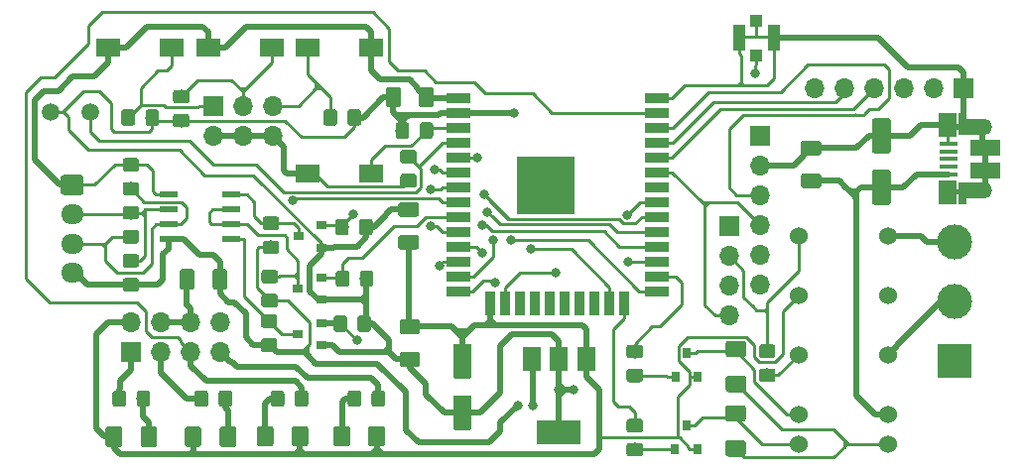
<source format=gbr>
G04 #@! TF.GenerationSoftware,KiCad,Pcbnew,5.0.2+dfsg1-1~bpo9+1*
G04 #@! TF.CreationDate,2020-03-04T21:18:40+01:00*
G04 #@! TF.ProjectId,things_02,7468696e-6773-45f3-9032-2e6b69636164,rev?*
G04 #@! TF.SameCoordinates,Original*
G04 #@! TF.FileFunction,Copper,L1,Top*
G04 #@! TF.FilePolarity,Positive*
%FSLAX46Y46*%
G04 Gerber Fmt 4.6, Leading zero omitted, Abs format (unit mm)*
G04 Created by KiCad (PCBNEW 5.0.2+dfsg1-1~bpo9+1) date Wed Mar  4 21:18:40 2020*
%MOMM*%
%LPD*%
G01*
G04 APERTURE LIST*
G04 #@! TA.AperFunction,SMDPad,CuDef*
%ADD10R,1.050000X2.200000*%
G04 #@! TD*
G04 #@! TA.AperFunction,SMDPad,CuDef*
%ADD11R,1.000000X1.000000*%
G04 #@! TD*
G04 #@! TA.AperFunction,Conductor*
%ADD12C,0.100000*%
G04 #@! TD*
G04 #@! TA.AperFunction,SMDPad,CuDef*
%ADD13C,1.250000*%
G04 #@! TD*
G04 #@! TA.AperFunction,SMDPad,CuDef*
%ADD14C,1.600000*%
G04 #@! TD*
G04 #@! TA.AperFunction,SMDPad,CuDef*
%ADD15C,1.425000*%
G04 #@! TD*
G04 #@! TA.AperFunction,ComponentPad*
%ADD16C,1.700000*%
G04 #@! TD*
G04 #@! TA.AperFunction,ComponentPad*
%ADD17O,1.950000X1.700000*%
G04 #@! TD*
G04 #@! TA.AperFunction,ComponentPad*
%ADD18O,1.700000X1.700000*%
G04 #@! TD*
G04 #@! TA.AperFunction,ComponentPad*
%ADD19R,1.700000X1.700000*%
G04 #@! TD*
G04 #@! TA.AperFunction,ComponentPad*
%ADD20R,3.000000X3.000000*%
G04 #@! TD*
G04 #@! TA.AperFunction,ComponentPad*
%ADD21C,3.000000*%
G04 #@! TD*
G04 #@! TA.AperFunction,SMDPad,CuDef*
%ADD22R,0.900000X0.800000*%
G04 #@! TD*
G04 #@! TA.AperFunction,SMDPad,CuDef*
%ADD23R,0.800000X0.900000*%
G04 #@! TD*
G04 #@! TA.AperFunction,SMDPad,CuDef*
%ADD24C,1.150000*%
G04 #@! TD*
G04 #@! TA.AperFunction,ComponentPad*
%ADD25C,1.500000*%
G04 #@! TD*
G04 #@! TA.AperFunction,SMDPad,CuDef*
%ADD26R,2.000000X1.600000*%
G04 #@! TD*
G04 #@! TA.AperFunction,SMDPad,CuDef*
%ADD27R,1.550000X0.600000*%
G04 #@! TD*
G04 #@! TA.AperFunction,SMDPad,CuDef*
%ADD28R,3.800000X2.000000*%
G04 #@! TD*
G04 #@! TA.AperFunction,SMDPad,CuDef*
%ADD29R,1.500000X2.000000*%
G04 #@! TD*
G04 #@! TA.AperFunction,SMDPad,CuDef*
%ADD30R,5.000000X5.000000*%
G04 #@! TD*
G04 #@! TA.AperFunction,SMDPad,CuDef*
%ADD31R,2.000000X0.900000*%
G04 #@! TD*
G04 #@! TA.AperFunction,SMDPad,CuDef*
%ADD32R,0.900000X2.000000*%
G04 #@! TD*
G04 #@! TA.AperFunction,ComponentPad*
%ADD33C,1.524000*%
G04 #@! TD*
G04 #@! TA.AperFunction,SMDPad,CuDef*
%ADD34R,2.000000X1.350000*%
G04 #@! TD*
G04 #@! TA.AperFunction,SMDPad,CuDef*
%ADD35R,0.700000X1.825000*%
G04 #@! TD*
G04 #@! TA.AperFunction,SMDPad,CuDef*
%ADD36R,1.650000X0.400000*%
G04 #@! TD*
G04 #@! TA.AperFunction,ComponentPad*
%ADD37O,1.500000X1.100000*%
G04 #@! TD*
G04 #@! TA.AperFunction,ComponentPad*
%ADD38O,1.700000X1.350000*%
G04 #@! TD*
G04 #@! TA.AperFunction,SMDPad,CuDef*
%ADD39R,2.500000X1.430000*%
G04 #@! TD*
G04 #@! TA.AperFunction,ViaPad*
%ADD40C,0.800000*%
G04 #@! TD*
G04 #@! TA.AperFunction,Conductor*
%ADD41C,0.250000*%
G04 #@! TD*
G04 #@! TA.AperFunction,Conductor*
%ADD42C,0.500000*%
G04 #@! TD*
G04 APERTURE END LIST*
D10*
G04 #@! TO.P,AE1,2*
G04 #@! TO.N,GND*
X128625000Y-81450000D03*
X131575000Y-81450000D03*
D11*
X130100000Y-79950000D03*
G04 #@! TO.P,AE1,1*
G04 #@! TO.N,Net-(AE1-Pad1)*
X130100000Y-82950000D03*
G04 #@! TD*
D12*
G04 #@! TO.N,GND*
G04 #@! TO.C,C1*
G36*
X135399504Y-90226204D02*
X135423773Y-90229804D01*
X135447571Y-90235765D01*
X135470671Y-90244030D01*
X135492849Y-90254520D01*
X135513893Y-90267133D01*
X135533598Y-90281747D01*
X135551777Y-90298223D01*
X135568253Y-90316402D01*
X135582867Y-90336107D01*
X135595480Y-90357151D01*
X135605970Y-90379329D01*
X135614235Y-90402429D01*
X135620196Y-90426227D01*
X135623796Y-90450496D01*
X135625000Y-90475000D01*
X135625000Y-91225000D01*
X135623796Y-91249504D01*
X135620196Y-91273773D01*
X135614235Y-91297571D01*
X135605970Y-91320671D01*
X135595480Y-91342849D01*
X135582867Y-91363893D01*
X135568253Y-91383598D01*
X135551777Y-91401777D01*
X135533598Y-91418253D01*
X135513893Y-91432867D01*
X135492849Y-91445480D01*
X135470671Y-91455970D01*
X135447571Y-91464235D01*
X135423773Y-91470196D01*
X135399504Y-91473796D01*
X135375000Y-91475000D01*
X134125000Y-91475000D01*
X134100496Y-91473796D01*
X134076227Y-91470196D01*
X134052429Y-91464235D01*
X134029329Y-91455970D01*
X134007151Y-91445480D01*
X133986107Y-91432867D01*
X133966402Y-91418253D01*
X133948223Y-91401777D01*
X133931747Y-91383598D01*
X133917133Y-91363893D01*
X133904520Y-91342849D01*
X133894030Y-91320671D01*
X133885765Y-91297571D01*
X133879804Y-91273773D01*
X133876204Y-91249504D01*
X133875000Y-91225000D01*
X133875000Y-90475000D01*
X133876204Y-90450496D01*
X133879804Y-90426227D01*
X133885765Y-90402429D01*
X133894030Y-90379329D01*
X133904520Y-90357151D01*
X133917133Y-90336107D01*
X133931747Y-90316402D01*
X133948223Y-90298223D01*
X133966402Y-90281747D01*
X133986107Y-90267133D01*
X134007151Y-90254520D01*
X134029329Y-90244030D01*
X134052429Y-90235765D01*
X134076227Y-90229804D01*
X134100496Y-90226204D01*
X134125000Y-90225000D01*
X135375000Y-90225000D01*
X135399504Y-90226204D01*
X135399504Y-90226204D01*
G37*
D13*
G04 #@! TD*
G04 #@! TO.P,C1,2*
G04 #@! TO.N,GND*
X134750000Y-90850000D03*
D12*
G04 #@! TO.N,+5V*
G04 #@! TO.C,C1*
G36*
X135399504Y-93026204D02*
X135423773Y-93029804D01*
X135447571Y-93035765D01*
X135470671Y-93044030D01*
X135492849Y-93054520D01*
X135513893Y-93067133D01*
X135533598Y-93081747D01*
X135551777Y-93098223D01*
X135568253Y-93116402D01*
X135582867Y-93136107D01*
X135595480Y-93157151D01*
X135605970Y-93179329D01*
X135614235Y-93202429D01*
X135620196Y-93226227D01*
X135623796Y-93250496D01*
X135625000Y-93275000D01*
X135625000Y-94025000D01*
X135623796Y-94049504D01*
X135620196Y-94073773D01*
X135614235Y-94097571D01*
X135605970Y-94120671D01*
X135595480Y-94142849D01*
X135582867Y-94163893D01*
X135568253Y-94183598D01*
X135551777Y-94201777D01*
X135533598Y-94218253D01*
X135513893Y-94232867D01*
X135492849Y-94245480D01*
X135470671Y-94255970D01*
X135447571Y-94264235D01*
X135423773Y-94270196D01*
X135399504Y-94273796D01*
X135375000Y-94275000D01*
X134125000Y-94275000D01*
X134100496Y-94273796D01*
X134076227Y-94270196D01*
X134052429Y-94264235D01*
X134029329Y-94255970D01*
X134007151Y-94245480D01*
X133986107Y-94232867D01*
X133966402Y-94218253D01*
X133948223Y-94201777D01*
X133931747Y-94183598D01*
X133917133Y-94163893D01*
X133904520Y-94142849D01*
X133894030Y-94120671D01*
X133885765Y-94097571D01*
X133879804Y-94073773D01*
X133876204Y-94049504D01*
X133875000Y-94025000D01*
X133875000Y-93275000D01*
X133876204Y-93250496D01*
X133879804Y-93226227D01*
X133885765Y-93202429D01*
X133894030Y-93179329D01*
X133904520Y-93157151D01*
X133917133Y-93136107D01*
X133931747Y-93116402D01*
X133948223Y-93098223D01*
X133966402Y-93081747D01*
X133986107Y-93067133D01*
X134007151Y-93054520D01*
X134029329Y-93044030D01*
X134052429Y-93035765D01*
X134076227Y-93029804D01*
X134100496Y-93026204D01*
X134125000Y-93025000D01*
X135375000Y-93025000D01*
X135399504Y-93026204D01*
X135399504Y-93026204D01*
G37*
D13*
G04 #@! TD*
G04 #@! TO.P,C1,1*
G04 #@! TO.N,+5V*
X134750000Y-93650000D03*
D12*
G04 #@! TO.N,GND*
G04 #@! TO.C,C5*
G36*
X141324504Y-88301204D02*
X141348773Y-88304804D01*
X141372571Y-88310765D01*
X141395671Y-88319030D01*
X141417849Y-88329520D01*
X141438893Y-88342133D01*
X141458598Y-88356747D01*
X141476777Y-88373223D01*
X141493253Y-88391402D01*
X141507867Y-88411107D01*
X141520480Y-88432151D01*
X141530970Y-88454329D01*
X141539235Y-88477429D01*
X141545196Y-88501227D01*
X141548796Y-88525496D01*
X141550000Y-88550000D01*
X141550000Y-91050000D01*
X141548796Y-91074504D01*
X141545196Y-91098773D01*
X141539235Y-91122571D01*
X141530970Y-91145671D01*
X141520480Y-91167849D01*
X141507867Y-91188893D01*
X141493253Y-91208598D01*
X141476777Y-91226777D01*
X141458598Y-91243253D01*
X141438893Y-91257867D01*
X141417849Y-91270480D01*
X141395671Y-91280970D01*
X141372571Y-91289235D01*
X141348773Y-91295196D01*
X141324504Y-91298796D01*
X141300000Y-91300000D01*
X140200000Y-91300000D01*
X140175496Y-91298796D01*
X140151227Y-91295196D01*
X140127429Y-91289235D01*
X140104329Y-91280970D01*
X140082151Y-91270480D01*
X140061107Y-91257867D01*
X140041402Y-91243253D01*
X140023223Y-91226777D01*
X140006747Y-91208598D01*
X139992133Y-91188893D01*
X139979520Y-91167849D01*
X139969030Y-91145671D01*
X139960765Y-91122571D01*
X139954804Y-91098773D01*
X139951204Y-91074504D01*
X139950000Y-91050000D01*
X139950000Y-88550000D01*
X139951204Y-88525496D01*
X139954804Y-88501227D01*
X139960765Y-88477429D01*
X139969030Y-88454329D01*
X139979520Y-88432151D01*
X139992133Y-88411107D01*
X140006747Y-88391402D01*
X140023223Y-88373223D01*
X140041402Y-88356747D01*
X140061107Y-88342133D01*
X140082151Y-88329520D01*
X140104329Y-88319030D01*
X140127429Y-88310765D01*
X140151227Y-88304804D01*
X140175496Y-88301204D01*
X140200000Y-88300000D01*
X141300000Y-88300000D01*
X141324504Y-88301204D01*
X141324504Y-88301204D01*
G37*
D14*
G04 #@! TD*
G04 #@! TO.P,C5,2*
G04 #@! TO.N,GND*
X140750000Y-89800000D03*
D12*
G04 #@! TO.N,+5V*
G04 #@! TO.C,C5*
G36*
X141324504Y-92701204D02*
X141348773Y-92704804D01*
X141372571Y-92710765D01*
X141395671Y-92719030D01*
X141417849Y-92729520D01*
X141438893Y-92742133D01*
X141458598Y-92756747D01*
X141476777Y-92773223D01*
X141493253Y-92791402D01*
X141507867Y-92811107D01*
X141520480Y-92832151D01*
X141530970Y-92854329D01*
X141539235Y-92877429D01*
X141545196Y-92901227D01*
X141548796Y-92925496D01*
X141550000Y-92950000D01*
X141550000Y-95450000D01*
X141548796Y-95474504D01*
X141545196Y-95498773D01*
X141539235Y-95522571D01*
X141530970Y-95545671D01*
X141520480Y-95567849D01*
X141507867Y-95588893D01*
X141493253Y-95608598D01*
X141476777Y-95626777D01*
X141458598Y-95643253D01*
X141438893Y-95657867D01*
X141417849Y-95670480D01*
X141395671Y-95680970D01*
X141372571Y-95689235D01*
X141348773Y-95695196D01*
X141324504Y-95698796D01*
X141300000Y-95700000D01*
X140200000Y-95700000D01*
X140175496Y-95698796D01*
X140151227Y-95695196D01*
X140127429Y-95689235D01*
X140104329Y-95680970D01*
X140082151Y-95670480D01*
X140061107Y-95657867D01*
X140041402Y-95643253D01*
X140023223Y-95626777D01*
X140006747Y-95608598D01*
X139992133Y-95588893D01*
X139979520Y-95567849D01*
X139969030Y-95545671D01*
X139960765Y-95522571D01*
X139954804Y-95498773D01*
X139951204Y-95474504D01*
X139950000Y-95450000D01*
X139950000Y-92950000D01*
X139951204Y-92925496D01*
X139954804Y-92901227D01*
X139960765Y-92877429D01*
X139969030Y-92854329D01*
X139979520Y-92832151D01*
X139992133Y-92811107D01*
X140006747Y-92791402D01*
X140023223Y-92773223D01*
X140041402Y-92756747D01*
X140061107Y-92742133D01*
X140082151Y-92729520D01*
X140104329Y-92719030D01*
X140127429Y-92710765D01*
X140151227Y-92704804D01*
X140175496Y-92701204D01*
X140200000Y-92700000D01*
X141300000Y-92700000D01*
X141324504Y-92701204D01*
X141324504Y-92701204D01*
G37*
D14*
G04 #@! TD*
G04 #@! TO.P,C5,1*
G04 #@! TO.N,+5V*
X140750000Y-94200000D03*
D12*
G04 #@! TO.N,+5V*
G04 #@! TO.C,C6*
G36*
X84699504Y-101176204D02*
X84723773Y-101179804D01*
X84747571Y-101185765D01*
X84770671Y-101194030D01*
X84792849Y-101204520D01*
X84813893Y-101217133D01*
X84833598Y-101231747D01*
X84851777Y-101248223D01*
X84868253Y-101266402D01*
X84882867Y-101286107D01*
X84895480Y-101307151D01*
X84905970Y-101329329D01*
X84914235Y-101352429D01*
X84920196Y-101376227D01*
X84923796Y-101400496D01*
X84925000Y-101425000D01*
X84925000Y-102675000D01*
X84923796Y-102699504D01*
X84920196Y-102723773D01*
X84914235Y-102747571D01*
X84905970Y-102770671D01*
X84895480Y-102792849D01*
X84882867Y-102813893D01*
X84868253Y-102833598D01*
X84851777Y-102851777D01*
X84833598Y-102868253D01*
X84813893Y-102882867D01*
X84792849Y-102895480D01*
X84770671Y-102905970D01*
X84747571Y-102914235D01*
X84723773Y-102920196D01*
X84699504Y-102923796D01*
X84675000Y-102925000D01*
X83925000Y-102925000D01*
X83900496Y-102923796D01*
X83876227Y-102920196D01*
X83852429Y-102914235D01*
X83829329Y-102905970D01*
X83807151Y-102895480D01*
X83786107Y-102882867D01*
X83766402Y-102868253D01*
X83748223Y-102851777D01*
X83731747Y-102833598D01*
X83717133Y-102813893D01*
X83704520Y-102792849D01*
X83694030Y-102770671D01*
X83685765Y-102747571D01*
X83679804Y-102723773D01*
X83676204Y-102699504D01*
X83675000Y-102675000D01*
X83675000Y-101425000D01*
X83676204Y-101400496D01*
X83679804Y-101376227D01*
X83685765Y-101352429D01*
X83694030Y-101329329D01*
X83704520Y-101307151D01*
X83717133Y-101286107D01*
X83731747Y-101266402D01*
X83748223Y-101248223D01*
X83766402Y-101231747D01*
X83786107Y-101217133D01*
X83807151Y-101204520D01*
X83829329Y-101194030D01*
X83852429Y-101185765D01*
X83876227Y-101179804D01*
X83900496Y-101176204D01*
X83925000Y-101175000D01*
X84675000Y-101175000D01*
X84699504Y-101176204D01*
X84699504Y-101176204D01*
G37*
D13*
G04 #@! TD*
G04 #@! TO.P,C6,2*
G04 #@! TO.N,+5V*
X84300000Y-102050000D03*
D12*
G04 #@! TO.N,GND*
G04 #@! TO.C,C6*
G36*
X81899504Y-101176204D02*
X81923773Y-101179804D01*
X81947571Y-101185765D01*
X81970671Y-101194030D01*
X81992849Y-101204520D01*
X82013893Y-101217133D01*
X82033598Y-101231747D01*
X82051777Y-101248223D01*
X82068253Y-101266402D01*
X82082867Y-101286107D01*
X82095480Y-101307151D01*
X82105970Y-101329329D01*
X82114235Y-101352429D01*
X82120196Y-101376227D01*
X82123796Y-101400496D01*
X82125000Y-101425000D01*
X82125000Y-102675000D01*
X82123796Y-102699504D01*
X82120196Y-102723773D01*
X82114235Y-102747571D01*
X82105970Y-102770671D01*
X82095480Y-102792849D01*
X82082867Y-102813893D01*
X82068253Y-102833598D01*
X82051777Y-102851777D01*
X82033598Y-102868253D01*
X82013893Y-102882867D01*
X81992849Y-102895480D01*
X81970671Y-102905970D01*
X81947571Y-102914235D01*
X81923773Y-102920196D01*
X81899504Y-102923796D01*
X81875000Y-102925000D01*
X81125000Y-102925000D01*
X81100496Y-102923796D01*
X81076227Y-102920196D01*
X81052429Y-102914235D01*
X81029329Y-102905970D01*
X81007151Y-102895480D01*
X80986107Y-102882867D01*
X80966402Y-102868253D01*
X80948223Y-102851777D01*
X80931747Y-102833598D01*
X80917133Y-102813893D01*
X80904520Y-102792849D01*
X80894030Y-102770671D01*
X80885765Y-102747571D01*
X80879804Y-102723773D01*
X80876204Y-102699504D01*
X80875000Y-102675000D01*
X80875000Y-101425000D01*
X80876204Y-101400496D01*
X80879804Y-101376227D01*
X80885765Y-101352429D01*
X80894030Y-101329329D01*
X80904520Y-101307151D01*
X80917133Y-101286107D01*
X80931747Y-101266402D01*
X80948223Y-101248223D01*
X80966402Y-101231747D01*
X80986107Y-101217133D01*
X81007151Y-101204520D01*
X81029329Y-101194030D01*
X81052429Y-101185765D01*
X81076227Y-101179804D01*
X81100496Y-101176204D01*
X81125000Y-101175000D01*
X81875000Y-101175000D01*
X81899504Y-101176204D01*
X81899504Y-101176204D01*
G37*
D13*
G04 #@! TD*
G04 #@! TO.P,C6,1*
G04 #@! TO.N,GND*
X81500000Y-102050000D03*
D12*
G04 #@! TO.N,+3V3*
G04 #@! TO.C,C7*
G36*
X101149504Y-108276204D02*
X101173773Y-108279804D01*
X101197571Y-108285765D01*
X101220671Y-108294030D01*
X101242849Y-108304520D01*
X101263893Y-108317133D01*
X101283598Y-108331747D01*
X101301777Y-108348223D01*
X101318253Y-108366402D01*
X101332867Y-108386107D01*
X101345480Y-108407151D01*
X101355970Y-108429329D01*
X101364235Y-108452429D01*
X101370196Y-108476227D01*
X101373796Y-108500496D01*
X101375000Y-108525000D01*
X101375000Y-109275000D01*
X101373796Y-109299504D01*
X101370196Y-109323773D01*
X101364235Y-109347571D01*
X101355970Y-109370671D01*
X101345480Y-109392849D01*
X101332867Y-109413893D01*
X101318253Y-109433598D01*
X101301777Y-109451777D01*
X101283598Y-109468253D01*
X101263893Y-109482867D01*
X101242849Y-109495480D01*
X101220671Y-109505970D01*
X101197571Y-109514235D01*
X101173773Y-109520196D01*
X101149504Y-109523796D01*
X101125000Y-109525000D01*
X99875000Y-109525000D01*
X99850496Y-109523796D01*
X99826227Y-109520196D01*
X99802429Y-109514235D01*
X99779329Y-109505970D01*
X99757151Y-109495480D01*
X99736107Y-109482867D01*
X99716402Y-109468253D01*
X99698223Y-109451777D01*
X99681747Y-109433598D01*
X99667133Y-109413893D01*
X99654520Y-109392849D01*
X99644030Y-109370671D01*
X99635765Y-109347571D01*
X99629804Y-109323773D01*
X99626204Y-109299504D01*
X99625000Y-109275000D01*
X99625000Y-108525000D01*
X99626204Y-108500496D01*
X99629804Y-108476227D01*
X99635765Y-108452429D01*
X99644030Y-108429329D01*
X99654520Y-108407151D01*
X99667133Y-108386107D01*
X99681747Y-108366402D01*
X99698223Y-108348223D01*
X99716402Y-108331747D01*
X99736107Y-108317133D01*
X99757151Y-108304520D01*
X99779329Y-108294030D01*
X99802429Y-108285765D01*
X99826227Y-108279804D01*
X99850496Y-108276204D01*
X99875000Y-108275000D01*
X101125000Y-108275000D01*
X101149504Y-108276204D01*
X101149504Y-108276204D01*
G37*
D13*
G04 #@! TD*
G04 #@! TO.P,C7,1*
G04 #@! TO.N,+3V3*
X100500000Y-108900000D03*
D12*
G04 #@! TO.N,GND*
G04 #@! TO.C,C7*
G36*
X101149504Y-105476204D02*
X101173773Y-105479804D01*
X101197571Y-105485765D01*
X101220671Y-105494030D01*
X101242849Y-105504520D01*
X101263893Y-105517133D01*
X101283598Y-105531747D01*
X101301777Y-105548223D01*
X101318253Y-105566402D01*
X101332867Y-105586107D01*
X101345480Y-105607151D01*
X101355970Y-105629329D01*
X101364235Y-105652429D01*
X101370196Y-105676227D01*
X101373796Y-105700496D01*
X101375000Y-105725000D01*
X101375000Y-106475000D01*
X101373796Y-106499504D01*
X101370196Y-106523773D01*
X101364235Y-106547571D01*
X101355970Y-106570671D01*
X101345480Y-106592849D01*
X101332867Y-106613893D01*
X101318253Y-106633598D01*
X101301777Y-106651777D01*
X101283598Y-106668253D01*
X101263893Y-106682867D01*
X101242849Y-106695480D01*
X101220671Y-106705970D01*
X101197571Y-106714235D01*
X101173773Y-106720196D01*
X101149504Y-106723796D01*
X101125000Y-106725000D01*
X99875000Y-106725000D01*
X99850496Y-106723796D01*
X99826227Y-106720196D01*
X99802429Y-106714235D01*
X99779329Y-106705970D01*
X99757151Y-106695480D01*
X99736107Y-106682867D01*
X99716402Y-106668253D01*
X99698223Y-106651777D01*
X99681747Y-106633598D01*
X99667133Y-106613893D01*
X99654520Y-106592849D01*
X99644030Y-106570671D01*
X99635765Y-106547571D01*
X99629804Y-106523773D01*
X99626204Y-106499504D01*
X99625000Y-106475000D01*
X99625000Y-105725000D01*
X99626204Y-105700496D01*
X99629804Y-105676227D01*
X99635765Y-105652429D01*
X99644030Y-105629329D01*
X99654520Y-105607151D01*
X99667133Y-105586107D01*
X99681747Y-105566402D01*
X99698223Y-105548223D01*
X99716402Y-105531747D01*
X99736107Y-105517133D01*
X99757151Y-105504520D01*
X99779329Y-105494030D01*
X99802429Y-105485765D01*
X99826227Y-105479804D01*
X99850496Y-105476204D01*
X99875000Y-105475000D01*
X101125000Y-105475000D01*
X101149504Y-105476204D01*
X101149504Y-105476204D01*
G37*
D13*
G04 #@! TD*
G04 #@! TO.P,C7,2*
G04 #@! TO.N,GND*
X100500000Y-106100000D03*
D12*
G04 #@! TO.N,+3V3*
G04 #@! TO.C,C8*
G36*
X105574504Y-111951204D02*
X105598773Y-111954804D01*
X105622571Y-111960765D01*
X105645671Y-111969030D01*
X105667849Y-111979520D01*
X105688893Y-111992133D01*
X105708598Y-112006747D01*
X105726777Y-112023223D01*
X105743253Y-112041402D01*
X105757867Y-112061107D01*
X105770480Y-112082151D01*
X105780970Y-112104329D01*
X105789235Y-112127429D01*
X105795196Y-112151227D01*
X105798796Y-112175496D01*
X105800000Y-112200000D01*
X105800000Y-114700000D01*
X105798796Y-114724504D01*
X105795196Y-114748773D01*
X105789235Y-114772571D01*
X105780970Y-114795671D01*
X105770480Y-114817849D01*
X105757867Y-114838893D01*
X105743253Y-114858598D01*
X105726777Y-114876777D01*
X105708598Y-114893253D01*
X105688893Y-114907867D01*
X105667849Y-114920480D01*
X105645671Y-114930970D01*
X105622571Y-114939235D01*
X105598773Y-114945196D01*
X105574504Y-114948796D01*
X105550000Y-114950000D01*
X104450000Y-114950000D01*
X104425496Y-114948796D01*
X104401227Y-114945196D01*
X104377429Y-114939235D01*
X104354329Y-114930970D01*
X104332151Y-114920480D01*
X104311107Y-114907867D01*
X104291402Y-114893253D01*
X104273223Y-114876777D01*
X104256747Y-114858598D01*
X104242133Y-114838893D01*
X104229520Y-114817849D01*
X104219030Y-114795671D01*
X104210765Y-114772571D01*
X104204804Y-114748773D01*
X104201204Y-114724504D01*
X104200000Y-114700000D01*
X104200000Y-112200000D01*
X104201204Y-112175496D01*
X104204804Y-112151227D01*
X104210765Y-112127429D01*
X104219030Y-112104329D01*
X104229520Y-112082151D01*
X104242133Y-112061107D01*
X104256747Y-112041402D01*
X104273223Y-112023223D01*
X104291402Y-112006747D01*
X104311107Y-111992133D01*
X104332151Y-111979520D01*
X104354329Y-111969030D01*
X104377429Y-111960765D01*
X104401227Y-111954804D01*
X104425496Y-111951204D01*
X104450000Y-111950000D01*
X105550000Y-111950000D01*
X105574504Y-111951204D01*
X105574504Y-111951204D01*
G37*
D14*
G04 #@! TD*
G04 #@! TO.P,C8,1*
G04 #@! TO.N,+3V3*
X105000000Y-113450000D03*
D12*
G04 #@! TO.N,GND*
G04 #@! TO.C,C8*
G36*
X105574504Y-107551204D02*
X105598773Y-107554804D01*
X105622571Y-107560765D01*
X105645671Y-107569030D01*
X105667849Y-107579520D01*
X105688893Y-107592133D01*
X105708598Y-107606747D01*
X105726777Y-107623223D01*
X105743253Y-107641402D01*
X105757867Y-107661107D01*
X105770480Y-107682151D01*
X105780970Y-107704329D01*
X105789235Y-107727429D01*
X105795196Y-107751227D01*
X105798796Y-107775496D01*
X105800000Y-107800000D01*
X105800000Y-110300000D01*
X105798796Y-110324504D01*
X105795196Y-110348773D01*
X105789235Y-110372571D01*
X105780970Y-110395671D01*
X105770480Y-110417849D01*
X105757867Y-110438893D01*
X105743253Y-110458598D01*
X105726777Y-110476777D01*
X105708598Y-110493253D01*
X105688893Y-110507867D01*
X105667849Y-110520480D01*
X105645671Y-110530970D01*
X105622571Y-110539235D01*
X105598773Y-110545196D01*
X105574504Y-110548796D01*
X105550000Y-110550000D01*
X104450000Y-110550000D01*
X104425496Y-110548796D01*
X104401227Y-110545196D01*
X104377429Y-110539235D01*
X104354329Y-110530970D01*
X104332151Y-110520480D01*
X104311107Y-110507867D01*
X104291402Y-110493253D01*
X104273223Y-110476777D01*
X104256747Y-110458598D01*
X104242133Y-110438893D01*
X104229520Y-110417849D01*
X104219030Y-110395671D01*
X104210765Y-110372571D01*
X104204804Y-110348773D01*
X104201204Y-110324504D01*
X104200000Y-110300000D01*
X104200000Y-107800000D01*
X104201204Y-107775496D01*
X104204804Y-107751227D01*
X104210765Y-107727429D01*
X104219030Y-107704329D01*
X104229520Y-107682151D01*
X104242133Y-107661107D01*
X104256747Y-107641402D01*
X104273223Y-107623223D01*
X104291402Y-107606747D01*
X104311107Y-107592133D01*
X104332151Y-107579520D01*
X104354329Y-107569030D01*
X104377429Y-107560765D01*
X104401227Y-107554804D01*
X104425496Y-107551204D01*
X104450000Y-107550000D01*
X105550000Y-107550000D01*
X105574504Y-107551204D01*
X105574504Y-107551204D01*
G37*
D14*
G04 #@! TD*
G04 #@! TO.P,C8,2*
G04 #@! TO.N,GND*
X105000000Y-109050000D03*
D12*
G04 #@! TO.N,+3V3*
G04 #@! TO.C,C9*
G36*
X99499504Y-85626204D02*
X99523773Y-85629804D01*
X99547571Y-85635765D01*
X99570671Y-85644030D01*
X99592849Y-85654520D01*
X99613893Y-85667133D01*
X99633598Y-85681747D01*
X99651777Y-85698223D01*
X99668253Y-85716402D01*
X99682867Y-85736107D01*
X99695480Y-85757151D01*
X99705970Y-85779329D01*
X99714235Y-85802429D01*
X99720196Y-85826227D01*
X99723796Y-85850496D01*
X99725000Y-85875000D01*
X99725000Y-87125000D01*
X99723796Y-87149504D01*
X99720196Y-87173773D01*
X99714235Y-87197571D01*
X99705970Y-87220671D01*
X99695480Y-87242849D01*
X99682867Y-87263893D01*
X99668253Y-87283598D01*
X99651777Y-87301777D01*
X99633598Y-87318253D01*
X99613893Y-87332867D01*
X99592849Y-87345480D01*
X99570671Y-87355970D01*
X99547571Y-87364235D01*
X99523773Y-87370196D01*
X99499504Y-87373796D01*
X99475000Y-87375000D01*
X98725000Y-87375000D01*
X98700496Y-87373796D01*
X98676227Y-87370196D01*
X98652429Y-87364235D01*
X98629329Y-87355970D01*
X98607151Y-87345480D01*
X98586107Y-87332867D01*
X98566402Y-87318253D01*
X98548223Y-87301777D01*
X98531747Y-87283598D01*
X98517133Y-87263893D01*
X98504520Y-87242849D01*
X98494030Y-87220671D01*
X98485765Y-87197571D01*
X98479804Y-87173773D01*
X98476204Y-87149504D01*
X98475000Y-87125000D01*
X98475000Y-85875000D01*
X98476204Y-85850496D01*
X98479804Y-85826227D01*
X98485765Y-85802429D01*
X98494030Y-85779329D01*
X98504520Y-85757151D01*
X98517133Y-85736107D01*
X98531747Y-85716402D01*
X98548223Y-85698223D01*
X98566402Y-85681747D01*
X98586107Y-85667133D01*
X98607151Y-85654520D01*
X98629329Y-85644030D01*
X98652429Y-85635765D01*
X98676227Y-85629804D01*
X98700496Y-85626204D01*
X98725000Y-85625000D01*
X99475000Y-85625000D01*
X99499504Y-85626204D01*
X99499504Y-85626204D01*
G37*
D13*
G04 #@! TD*
G04 #@! TO.P,C9,1*
G04 #@! TO.N,+3V3*
X99100000Y-86500000D03*
D12*
G04 #@! TO.N,GND*
G04 #@! TO.C,C9*
G36*
X102299504Y-85626204D02*
X102323773Y-85629804D01*
X102347571Y-85635765D01*
X102370671Y-85644030D01*
X102392849Y-85654520D01*
X102413893Y-85667133D01*
X102433598Y-85681747D01*
X102451777Y-85698223D01*
X102468253Y-85716402D01*
X102482867Y-85736107D01*
X102495480Y-85757151D01*
X102505970Y-85779329D01*
X102514235Y-85802429D01*
X102520196Y-85826227D01*
X102523796Y-85850496D01*
X102525000Y-85875000D01*
X102525000Y-87125000D01*
X102523796Y-87149504D01*
X102520196Y-87173773D01*
X102514235Y-87197571D01*
X102505970Y-87220671D01*
X102495480Y-87242849D01*
X102482867Y-87263893D01*
X102468253Y-87283598D01*
X102451777Y-87301777D01*
X102433598Y-87318253D01*
X102413893Y-87332867D01*
X102392849Y-87345480D01*
X102370671Y-87355970D01*
X102347571Y-87364235D01*
X102323773Y-87370196D01*
X102299504Y-87373796D01*
X102275000Y-87375000D01*
X101525000Y-87375000D01*
X101500496Y-87373796D01*
X101476227Y-87370196D01*
X101452429Y-87364235D01*
X101429329Y-87355970D01*
X101407151Y-87345480D01*
X101386107Y-87332867D01*
X101366402Y-87318253D01*
X101348223Y-87301777D01*
X101331747Y-87283598D01*
X101317133Y-87263893D01*
X101304520Y-87242849D01*
X101294030Y-87220671D01*
X101285765Y-87197571D01*
X101279804Y-87173773D01*
X101276204Y-87149504D01*
X101275000Y-87125000D01*
X101275000Y-85875000D01*
X101276204Y-85850496D01*
X101279804Y-85826227D01*
X101285765Y-85802429D01*
X101294030Y-85779329D01*
X101304520Y-85757151D01*
X101317133Y-85736107D01*
X101331747Y-85716402D01*
X101348223Y-85698223D01*
X101366402Y-85681747D01*
X101386107Y-85667133D01*
X101407151Y-85654520D01*
X101429329Y-85644030D01*
X101452429Y-85635765D01*
X101476227Y-85629804D01*
X101500496Y-85626204D01*
X101525000Y-85625000D01*
X102275000Y-85625000D01*
X102299504Y-85626204D01*
X102299504Y-85626204D01*
G37*
D13*
G04 #@! TD*
G04 #@! TO.P,C9,2*
G04 #@! TO.N,GND*
X101900000Y-86500000D03*
D12*
G04 #@! TO.N,GND*
G04 #@! TO.C,C10*
G36*
X101049504Y-98276204D02*
X101073773Y-98279804D01*
X101097571Y-98285765D01*
X101120671Y-98294030D01*
X101142849Y-98304520D01*
X101163893Y-98317133D01*
X101183598Y-98331747D01*
X101201777Y-98348223D01*
X101218253Y-98366402D01*
X101232867Y-98386107D01*
X101245480Y-98407151D01*
X101255970Y-98429329D01*
X101264235Y-98452429D01*
X101270196Y-98476227D01*
X101273796Y-98500496D01*
X101275000Y-98525000D01*
X101275000Y-99275000D01*
X101273796Y-99299504D01*
X101270196Y-99323773D01*
X101264235Y-99347571D01*
X101255970Y-99370671D01*
X101245480Y-99392849D01*
X101232867Y-99413893D01*
X101218253Y-99433598D01*
X101201777Y-99451777D01*
X101183598Y-99468253D01*
X101163893Y-99482867D01*
X101142849Y-99495480D01*
X101120671Y-99505970D01*
X101097571Y-99514235D01*
X101073773Y-99520196D01*
X101049504Y-99523796D01*
X101025000Y-99525000D01*
X99775000Y-99525000D01*
X99750496Y-99523796D01*
X99726227Y-99520196D01*
X99702429Y-99514235D01*
X99679329Y-99505970D01*
X99657151Y-99495480D01*
X99636107Y-99482867D01*
X99616402Y-99468253D01*
X99598223Y-99451777D01*
X99581747Y-99433598D01*
X99567133Y-99413893D01*
X99554520Y-99392849D01*
X99544030Y-99370671D01*
X99535765Y-99347571D01*
X99529804Y-99323773D01*
X99526204Y-99299504D01*
X99525000Y-99275000D01*
X99525000Y-98525000D01*
X99526204Y-98500496D01*
X99529804Y-98476227D01*
X99535765Y-98452429D01*
X99544030Y-98429329D01*
X99554520Y-98407151D01*
X99567133Y-98386107D01*
X99581747Y-98366402D01*
X99598223Y-98348223D01*
X99616402Y-98331747D01*
X99636107Y-98317133D01*
X99657151Y-98304520D01*
X99679329Y-98294030D01*
X99702429Y-98285765D01*
X99726227Y-98279804D01*
X99750496Y-98276204D01*
X99775000Y-98275000D01*
X101025000Y-98275000D01*
X101049504Y-98276204D01*
X101049504Y-98276204D01*
G37*
D13*
G04 #@! TD*
G04 #@! TO.P,C10,1*
G04 #@! TO.N,GND*
X100400000Y-98900000D03*
D12*
G04 #@! TO.N,+3V3*
G04 #@! TO.C,C10*
G36*
X101049504Y-95476204D02*
X101073773Y-95479804D01*
X101097571Y-95485765D01*
X101120671Y-95494030D01*
X101142849Y-95504520D01*
X101163893Y-95517133D01*
X101183598Y-95531747D01*
X101201777Y-95548223D01*
X101218253Y-95566402D01*
X101232867Y-95586107D01*
X101245480Y-95607151D01*
X101255970Y-95629329D01*
X101264235Y-95652429D01*
X101270196Y-95676227D01*
X101273796Y-95700496D01*
X101275000Y-95725000D01*
X101275000Y-96475000D01*
X101273796Y-96499504D01*
X101270196Y-96523773D01*
X101264235Y-96547571D01*
X101255970Y-96570671D01*
X101245480Y-96592849D01*
X101232867Y-96613893D01*
X101218253Y-96633598D01*
X101201777Y-96651777D01*
X101183598Y-96668253D01*
X101163893Y-96682867D01*
X101142849Y-96695480D01*
X101120671Y-96705970D01*
X101097571Y-96714235D01*
X101073773Y-96720196D01*
X101049504Y-96723796D01*
X101025000Y-96725000D01*
X99775000Y-96725000D01*
X99750496Y-96723796D01*
X99726227Y-96720196D01*
X99702429Y-96714235D01*
X99679329Y-96705970D01*
X99657151Y-96695480D01*
X99636107Y-96682867D01*
X99616402Y-96668253D01*
X99598223Y-96651777D01*
X99581747Y-96633598D01*
X99567133Y-96613893D01*
X99554520Y-96592849D01*
X99544030Y-96570671D01*
X99535765Y-96547571D01*
X99529804Y-96523773D01*
X99526204Y-96499504D01*
X99525000Y-96475000D01*
X99525000Y-95725000D01*
X99526204Y-95700496D01*
X99529804Y-95676227D01*
X99535765Y-95652429D01*
X99544030Y-95629329D01*
X99554520Y-95607151D01*
X99567133Y-95586107D01*
X99581747Y-95566402D01*
X99598223Y-95548223D01*
X99616402Y-95531747D01*
X99636107Y-95517133D01*
X99657151Y-95504520D01*
X99679329Y-95494030D01*
X99702429Y-95485765D01*
X99726227Y-95479804D01*
X99750496Y-95476204D01*
X99775000Y-95475000D01*
X101025000Y-95475000D01*
X101049504Y-95476204D01*
X101049504Y-95476204D01*
G37*
D13*
G04 #@! TD*
G04 #@! TO.P,C10,2*
G04 #@! TO.N,+3V3*
X100400000Y-96100000D03*
D12*
G04 #@! TO.N,+5V*
G04 #@! TO.C,D1*
G36*
X128949504Y-115776204D02*
X128973773Y-115779804D01*
X128997571Y-115785765D01*
X129020671Y-115794030D01*
X129042849Y-115804520D01*
X129063893Y-115817133D01*
X129083598Y-115831747D01*
X129101777Y-115848223D01*
X129118253Y-115866402D01*
X129132867Y-115886107D01*
X129145480Y-115907151D01*
X129155970Y-115929329D01*
X129164235Y-115952429D01*
X129170196Y-115976227D01*
X129173796Y-116000496D01*
X129175000Y-116025000D01*
X129175000Y-116950000D01*
X129173796Y-116974504D01*
X129170196Y-116998773D01*
X129164235Y-117022571D01*
X129155970Y-117045671D01*
X129145480Y-117067849D01*
X129132867Y-117088893D01*
X129118253Y-117108598D01*
X129101777Y-117126777D01*
X129083598Y-117143253D01*
X129063893Y-117157867D01*
X129042849Y-117170480D01*
X129020671Y-117180970D01*
X128997571Y-117189235D01*
X128973773Y-117195196D01*
X128949504Y-117198796D01*
X128925000Y-117200000D01*
X127675000Y-117200000D01*
X127650496Y-117198796D01*
X127626227Y-117195196D01*
X127602429Y-117189235D01*
X127579329Y-117180970D01*
X127557151Y-117170480D01*
X127536107Y-117157867D01*
X127516402Y-117143253D01*
X127498223Y-117126777D01*
X127481747Y-117108598D01*
X127467133Y-117088893D01*
X127454520Y-117067849D01*
X127444030Y-117045671D01*
X127435765Y-117022571D01*
X127429804Y-116998773D01*
X127426204Y-116974504D01*
X127425000Y-116950000D01*
X127425000Y-116025000D01*
X127426204Y-116000496D01*
X127429804Y-115976227D01*
X127435765Y-115952429D01*
X127444030Y-115929329D01*
X127454520Y-115907151D01*
X127467133Y-115886107D01*
X127481747Y-115866402D01*
X127498223Y-115848223D01*
X127516402Y-115831747D01*
X127536107Y-115817133D01*
X127557151Y-115804520D01*
X127579329Y-115794030D01*
X127602429Y-115785765D01*
X127626227Y-115779804D01*
X127650496Y-115776204D01*
X127675000Y-115775000D01*
X128925000Y-115775000D01*
X128949504Y-115776204D01*
X128949504Y-115776204D01*
G37*
D15*
G04 #@! TD*
G04 #@! TO.P,D1,1*
G04 #@! TO.N,+5V*
X128300000Y-116487500D03*
D12*
G04 #@! TO.N,Net-(D1-Pad2)*
G04 #@! TO.C,D1*
G36*
X128949504Y-112801204D02*
X128973773Y-112804804D01*
X128997571Y-112810765D01*
X129020671Y-112819030D01*
X129042849Y-112829520D01*
X129063893Y-112842133D01*
X129083598Y-112856747D01*
X129101777Y-112873223D01*
X129118253Y-112891402D01*
X129132867Y-112911107D01*
X129145480Y-112932151D01*
X129155970Y-112954329D01*
X129164235Y-112977429D01*
X129170196Y-113001227D01*
X129173796Y-113025496D01*
X129175000Y-113050000D01*
X129175000Y-113975000D01*
X129173796Y-113999504D01*
X129170196Y-114023773D01*
X129164235Y-114047571D01*
X129155970Y-114070671D01*
X129145480Y-114092849D01*
X129132867Y-114113893D01*
X129118253Y-114133598D01*
X129101777Y-114151777D01*
X129083598Y-114168253D01*
X129063893Y-114182867D01*
X129042849Y-114195480D01*
X129020671Y-114205970D01*
X128997571Y-114214235D01*
X128973773Y-114220196D01*
X128949504Y-114223796D01*
X128925000Y-114225000D01*
X127675000Y-114225000D01*
X127650496Y-114223796D01*
X127626227Y-114220196D01*
X127602429Y-114214235D01*
X127579329Y-114205970D01*
X127557151Y-114195480D01*
X127536107Y-114182867D01*
X127516402Y-114168253D01*
X127498223Y-114151777D01*
X127481747Y-114133598D01*
X127467133Y-114113893D01*
X127454520Y-114092849D01*
X127444030Y-114070671D01*
X127435765Y-114047571D01*
X127429804Y-114023773D01*
X127426204Y-113999504D01*
X127425000Y-113975000D01*
X127425000Y-113050000D01*
X127426204Y-113025496D01*
X127429804Y-113001227D01*
X127435765Y-112977429D01*
X127444030Y-112954329D01*
X127454520Y-112932151D01*
X127467133Y-112911107D01*
X127481747Y-112891402D01*
X127498223Y-112873223D01*
X127516402Y-112856747D01*
X127536107Y-112842133D01*
X127557151Y-112829520D01*
X127579329Y-112819030D01*
X127602429Y-112810765D01*
X127626227Y-112804804D01*
X127650496Y-112801204D01*
X127675000Y-112800000D01*
X128925000Y-112800000D01*
X128949504Y-112801204D01*
X128949504Y-112801204D01*
G37*
D15*
G04 #@! TD*
G04 #@! TO.P,D1,2*
G04 #@! TO.N,Net-(D1-Pad2)*
X128300000Y-113512500D03*
D12*
G04 #@! TO.N,Net-(D2-Pad2)*
G04 #@! TO.C,D2*
G36*
X128999504Y-107301204D02*
X129023773Y-107304804D01*
X129047571Y-107310765D01*
X129070671Y-107319030D01*
X129092849Y-107329520D01*
X129113893Y-107342133D01*
X129133598Y-107356747D01*
X129151777Y-107373223D01*
X129168253Y-107391402D01*
X129182867Y-107411107D01*
X129195480Y-107432151D01*
X129205970Y-107454329D01*
X129214235Y-107477429D01*
X129220196Y-107501227D01*
X129223796Y-107525496D01*
X129225000Y-107550000D01*
X129225000Y-108475000D01*
X129223796Y-108499504D01*
X129220196Y-108523773D01*
X129214235Y-108547571D01*
X129205970Y-108570671D01*
X129195480Y-108592849D01*
X129182867Y-108613893D01*
X129168253Y-108633598D01*
X129151777Y-108651777D01*
X129133598Y-108668253D01*
X129113893Y-108682867D01*
X129092849Y-108695480D01*
X129070671Y-108705970D01*
X129047571Y-108714235D01*
X129023773Y-108720196D01*
X128999504Y-108723796D01*
X128975000Y-108725000D01*
X127725000Y-108725000D01*
X127700496Y-108723796D01*
X127676227Y-108720196D01*
X127652429Y-108714235D01*
X127629329Y-108705970D01*
X127607151Y-108695480D01*
X127586107Y-108682867D01*
X127566402Y-108668253D01*
X127548223Y-108651777D01*
X127531747Y-108633598D01*
X127517133Y-108613893D01*
X127504520Y-108592849D01*
X127494030Y-108570671D01*
X127485765Y-108547571D01*
X127479804Y-108523773D01*
X127476204Y-108499504D01*
X127475000Y-108475000D01*
X127475000Y-107550000D01*
X127476204Y-107525496D01*
X127479804Y-107501227D01*
X127485765Y-107477429D01*
X127494030Y-107454329D01*
X127504520Y-107432151D01*
X127517133Y-107411107D01*
X127531747Y-107391402D01*
X127548223Y-107373223D01*
X127566402Y-107356747D01*
X127586107Y-107342133D01*
X127607151Y-107329520D01*
X127629329Y-107319030D01*
X127652429Y-107310765D01*
X127676227Y-107304804D01*
X127700496Y-107301204D01*
X127725000Y-107300000D01*
X128975000Y-107300000D01*
X128999504Y-107301204D01*
X128999504Y-107301204D01*
G37*
D15*
G04 #@! TD*
G04 #@! TO.P,D2,2*
G04 #@! TO.N,Net-(D2-Pad2)*
X128350000Y-108012500D03*
D12*
G04 #@! TO.N,+5V*
G04 #@! TO.C,D2*
G36*
X128999504Y-110276204D02*
X129023773Y-110279804D01*
X129047571Y-110285765D01*
X129070671Y-110294030D01*
X129092849Y-110304520D01*
X129113893Y-110317133D01*
X129133598Y-110331747D01*
X129151777Y-110348223D01*
X129168253Y-110366402D01*
X129182867Y-110386107D01*
X129195480Y-110407151D01*
X129205970Y-110429329D01*
X129214235Y-110452429D01*
X129220196Y-110476227D01*
X129223796Y-110500496D01*
X129225000Y-110525000D01*
X129225000Y-111450000D01*
X129223796Y-111474504D01*
X129220196Y-111498773D01*
X129214235Y-111522571D01*
X129205970Y-111545671D01*
X129195480Y-111567849D01*
X129182867Y-111588893D01*
X129168253Y-111608598D01*
X129151777Y-111626777D01*
X129133598Y-111643253D01*
X129113893Y-111657867D01*
X129092849Y-111670480D01*
X129070671Y-111680970D01*
X129047571Y-111689235D01*
X129023773Y-111695196D01*
X128999504Y-111698796D01*
X128975000Y-111700000D01*
X127725000Y-111700000D01*
X127700496Y-111698796D01*
X127676227Y-111695196D01*
X127652429Y-111689235D01*
X127629329Y-111680970D01*
X127607151Y-111670480D01*
X127586107Y-111657867D01*
X127566402Y-111643253D01*
X127548223Y-111626777D01*
X127531747Y-111608598D01*
X127517133Y-111588893D01*
X127504520Y-111567849D01*
X127494030Y-111545671D01*
X127485765Y-111522571D01*
X127479804Y-111498773D01*
X127476204Y-111474504D01*
X127475000Y-111450000D01*
X127475000Y-110525000D01*
X127476204Y-110500496D01*
X127479804Y-110476227D01*
X127485765Y-110452429D01*
X127494030Y-110429329D01*
X127504520Y-110407151D01*
X127517133Y-110386107D01*
X127531747Y-110366402D01*
X127548223Y-110348223D01*
X127566402Y-110331747D01*
X127586107Y-110317133D01*
X127607151Y-110304520D01*
X127629329Y-110294030D01*
X127652429Y-110285765D01*
X127676227Y-110279804D01*
X127700496Y-110276204D01*
X127725000Y-110275000D01*
X128975000Y-110275000D01*
X128999504Y-110276204D01*
X128999504Y-110276204D01*
G37*
D15*
G04 #@! TD*
G04 #@! TO.P,D2,1*
G04 #@! TO.N,+5V*
X128350000Y-110987500D03*
D12*
G04 #@! TO.N,GND*
G04 #@! TO.C,D3*
G36*
X98174504Y-114576204D02*
X98198773Y-114579804D01*
X98222571Y-114585765D01*
X98245671Y-114594030D01*
X98267849Y-114604520D01*
X98288893Y-114617133D01*
X98308598Y-114631747D01*
X98326777Y-114648223D01*
X98343253Y-114666402D01*
X98357867Y-114686107D01*
X98370480Y-114707151D01*
X98380970Y-114729329D01*
X98389235Y-114752429D01*
X98395196Y-114776227D01*
X98398796Y-114800496D01*
X98400000Y-114825000D01*
X98400000Y-116075000D01*
X98398796Y-116099504D01*
X98395196Y-116123773D01*
X98389235Y-116147571D01*
X98380970Y-116170671D01*
X98370480Y-116192849D01*
X98357867Y-116213893D01*
X98343253Y-116233598D01*
X98326777Y-116251777D01*
X98308598Y-116268253D01*
X98288893Y-116282867D01*
X98267849Y-116295480D01*
X98245671Y-116305970D01*
X98222571Y-116314235D01*
X98198773Y-116320196D01*
X98174504Y-116323796D01*
X98150000Y-116325000D01*
X97225000Y-116325000D01*
X97200496Y-116323796D01*
X97176227Y-116320196D01*
X97152429Y-116314235D01*
X97129329Y-116305970D01*
X97107151Y-116295480D01*
X97086107Y-116282867D01*
X97066402Y-116268253D01*
X97048223Y-116251777D01*
X97031747Y-116233598D01*
X97017133Y-116213893D01*
X97004520Y-116192849D01*
X96994030Y-116170671D01*
X96985765Y-116147571D01*
X96979804Y-116123773D01*
X96976204Y-116099504D01*
X96975000Y-116075000D01*
X96975000Y-114825000D01*
X96976204Y-114800496D01*
X96979804Y-114776227D01*
X96985765Y-114752429D01*
X96994030Y-114729329D01*
X97004520Y-114707151D01*
X97017133Y-114686107D01*
X97031747Y-114666402D01*
X97048223Y-114648223D01*
X97066402Y-114631747D01*
X97086107Y-114617133D01*
X97107151Y-114604520D01*
X97129329Y-114594030D01*
X97152429Y-114585765D01*
X97176227Y-114579804D01*
X97200496Y-114576204D01*
X97225000Y-114575000D01*
X98150000Y-114575000D01*
X98174504Y-114576204D01*
X98174504Y-114576204D01*
G37*
D15*
G04 #@! TD*
G04 #@! TO.P,D3,1*
G04 #@! TO.N,GND*
X97687500Y-115450000D03*
D12*
G04 #@! TO.N,Net-(D3-Pad2)*
G04 #@! TO.C,D3*
G36*
X95199504Y-114576204D02*
X95223773Y-114579804D01*
X95247571Y-114585765D01*
X95270671Y-114594030D01*
X95292849Y-114604520D01*
X95313893Y-114617133D01*
X95333598Y-114631747D01*
X95351777Y-114648223D01*
X95368253Y-114666402D01*
X95382867Y-114686107D01*
X95395480Y-114707151D01*
X95405970Y-114729329D01*
X95414235Y-114752429D01*
X95420196Y-114776227D01*
X95423796Y-114800496D01*
X95425000Y-114825000D01*
X95425000Y-116075000D01*
X95423796Y-116099504D01*
X95420196Y-116123773D01*
X95414235Y-116147571D01*
X95405970Y-116170671D01*
X95395480Y-116192849D01*
X95382867Y-116213893D01*
X95368253Y-116233598D01*
X95351777Y-116251777D01*
X95333598Y-116268253D01*
X95313893Y-116282867D01*
X95292849Y-116295480D01*
X95270671Y-116305970D01*
X95247571Y-116314235D01*
X95223773Y-116320196D01*
X95199504Y-116323796D01*
X95175000Y-116325000D01*
X94250000Y-116325000D01*
X94225496Y-116323796D01*
X94201227Y-116320196D01*
X94177429Y-116314235D01*
X94154329Y-116305970D01*
X94132151Y-116295480D01*
X94111107Y-116282867D01*
X94091402Y-116268253D01*
X94073223Y-116251777D01*
X94056747Y-116233598D01*
X94042133Y-116213893D01*
X94029520Y-116192849D01*
X94019030Y-116170671D01*
X94010765Y-116147571D01*
X94004804Y-116123773D01*
X94001204Y-116099504D01*
X94000000Y-116075000D01*
X94000000Y-114825000D01*
X94001204Y-114800496D01*
X94004804Y-114776227D01*
X94010765Y-114752429D01*
X94019030Y-114729329D01*
X94029520Y-114707151D01*
X94042133Y-114686107D01*
X94056747Y-114666402D01*
X94073223Y-114648223D01*
X94091402Y-114631747D01*
X94111107Y-114617133D01*
X94132151Y-114604520D01*
X94154329Y-114594030D01*
X94177429Y-114585765D01*
X94201227Y-114579804D01*
X94225496Y-114576204D01*
X94250000Y-114575000D01*
X95175000Y-114575000D01*
X95199504Y-114576204D01*
X95199504Y-114576204D01*
G37*
D15*
G04 #@! TD*
G04 #@! TO.P,D3,2*
G04 #@! TO.N,Net-(D3-Pad2)*
X94712500Y-115450000D03*
D12*
G04 #@! TO.N,Net-(D4-Pad2)*
G04 #@! TO.C,D4*
G36*
X88649504Y-114576204D02*
X88673773Y-114579804D01*
X88697571Y-114585765D01*
X88720671Y-114594030D01*
X88742849Y-114604520D01*
X88763893Y-114617133D01*
X88783598Y-114631747D01*
X88801777Y-114648223D01*
X88818253Y-114666402D01*
X88832867Y-114686107D01*
X88845480Y-114707151D01*
X88855970Y-114729329D01*
X88864235Y-114752429D01*
X88870196Y-114776227D01*
X88873796Y-114800496D01*
X88875000Y-114825000D01*
X88875000Y-116075000D01*
X88873796Y-116099504D01*
X88870196Y-116123773D01*
X88864235Y-116147571D01*
X88855970Y-116170671D01*
X88845480Y-116192849D01*
X88832867Y-116213893D01*
X88818253Y-116233598D01*
X88801777Y-116251777D01*
X88783598Y-116268253D01*
X88763893Y-116282867D01*
X88742849Y-116295480D01*
X88720671Y-116305970D01*
X88697571Y-116314235D01*
X88673773Y-116320196D01*
X88649504Y-116323796D01*
X88625000Y-116325000D01*
X87700000Y-116325000D01*
X87675496Y-116323796D01*
X87651227Y-116320196D01*
X87627429Y-116314235D01*
X87604329Y-116305970D01*
X87582151Y-116295480D01*
X87561107Y-116282867D01*
X87541402Y-116268253D01*
X87523223Y-116251777D01*
X87506747Y-116233598D01*
X87492133Y-116213893D01*
X87479520Y-116192849D01*
X87469030Y-116170671D01*
X87460765Y-116147571D01*
X87454804Y-116123773D01*
X87451204Y-116099504D01*
X87450000Y-116075000D01*
X87450000Y-114825000D01*
X87451204Y-114800496D01*
X87454804Y-114776227D01*
X87460765Y-114752429D01*
X87469030Y-114729329D01*
X87479520Y-114707151D01*
X87492133Y-114686107D01*
X87506747Y-114666402D01*
X87523223Y-114648223D01*
X87541402Y-114631747D01*
X87561107Y-114617133D01*
X87582151Y-114604520D01*
X87604329Y-114594030D01*
X87627429Y-114585765D01*
X87651227Y-114579804D01*
X87675496Y-114576204D01*
X87700000Y-114575000D01*
X88625000Y-114575000D01*
X88649504Y-114576204D01*
X88649504Y-114576204D01*
G37*
D15*
G04 #@! TD*
G04 #@! TO.P,D4,2*
G04 #@! TO.N,Net-(D4-Pad2)*
X88162500Y-115450000D03*
D12*
G04 #@! TO.N,GND*
G04 #@! TO.C,D4*
G36*
X91624504Y-114576204D02*
X91648773Y-114579804D01*
X91672571Y-114585765D01*
X91695671Y-114594030D01*
X91717849Y-114604520D01*
X91738893Y-114617133D01*
X91758598Y-114631747D01*
X91776777Y-114648223D01*
X91793253Y-114666402D01*
X91807867Y-114686107D01*
X91820480Y-114707151D01*
X91830970Y-114729329D01*
X91839235Y-114752429D01*
X91845196Y-114776227D01*
X91848796Y-114800496D01*
X91850000Y-114825000D01*
X91850000Y-116075000D01*
X91848796Y-116099504D01*
X91845196Y-116123773D01*
X91839235Y-116147571D01*
X91830970Y-116170671D01*
X91820480Y-116192849D01*
X91807867Y-116213893D01*
X91793253Y-116233598D01*
X91776777Y-116251777D01*
X91758598Y-116268253D01*
X91738893Y-116282867D01*
X91717849Y-116295480D01*
X91695671Y-116305970D01*
X91672571Y-116314235D01*
X91648773Y-116320196D01*
X91624504Y-116323796D01*
X91600000Y-116325000D01*
X90675000Y-116325000D01*
X90650496Y-116323796D01*
X90626227Y-116320196D01*
X90602429Y-116314235D01*
X90579329Y-116305970D01*
X90557151Y-116295480D01*
X90536107Y-116282867D01*
X90516402Y-116268253D01*
X90498223Y-116251777D01*
X90481747Y-116233598D01*
X90467133Y-116213893D01*
X90454520Y-116192849D01*
X90444030Y-116170671D01*
X90435765Y-116147571D01*
X90429804Y-116123773D01*
X90426204Y-116099504D01*
X90425000Y-116075000D01*
X90425000Y-114825000D01*
X90426204Y-114800496D01*
X90429804Y-114776227D01*
X90435765Y-114752429D01*
X90444030Y-114729329D01*
X90454520Y-114707151D01*
X90467133Y-114686107D01*
X90481747Y-114666402D01*
X90498223Y-114648223D01*
X90516402Y-114631747D01*
X90536107Y-114617133D01*
X90557151Y-114604520D01*
X90579329Y-114594030D01*
X90602429Y-114585765D01*
X90626227Y-114579804D01*
X90650496Y-114576204D01*
X90675000Y-114575000D01*
X91600000Y-114575000D01*
X91624504Y-114576204D01*
X91624504Y-114576204D01*
G37*
D15*
G04 #@! TD*
G04 #@! TO.P,D4,1*
G04 #@! TO.N,GND*
X91137500Y-115450000D03*
D12*
G04 #@! TO.N,GND*
G04 #@! TO.C,J1*
G36*
X72449504Y-93151204D02*
X72473773Y-93154804D01*
X72497571Y-93160765D01*
X72520671Y-93169030D01*
X72542849Y-93179520D01*
X72563893Y-93192133D01*
X72583598Y-93206747D01*
X72601777Y-93223223D01*
X72618253Y-93241402D01*
X72632867Y-93261107D01*
X72645480Y-93282151D01*
X72655970Y-93304329D01*
X72664235Y-93327429D01*
X72670196Y-93351227D01*
X72673796Y-93375496D01*
X72675000Y-93400000D01*
X72675000Y-94600000D01*
X72673796Y-94624504D01*
X72670196Y-94648773D01*
X72664235Y-94672571D01*
X72655970Y-94695671D01*
X72645480Y-94717849D01*
X72632867Y-94738893D01*
X72618253Y-94758598D01*
X72601777Y-94776777D01*
X72583598Y-94793253D01*
X72563893Y-94807867D01*
X72542849Y-94820480D01*
X72520671Y-94830970D01*
X72497571Y-94839235D01*
X72473773Y-94845196D01*
X72449504Y-94848796D01*
X72425000Y-94850000D01*
X70975000Y-94850000D01*
X70950496Y-94848796D01*
X70926227Y-94845196D01*
X70902429Y-94839235D01*
X70879329Y-94830970D01*
X70857151Y-94820480D01*
X70836107Y-94807867D01*
X70816402Y-94793253D01*
X70798223Y-94776777D01*
X70781747Y-94758598D01*
X70767133Y-94738893D01*
X70754520Y-94717849D01*
X70744030Y-94695671D01*
X70735765Y-94672571D01*
X70729804Y-94648773D01*
X70726204Y-94624504D01*
X70725000Y-94600000D01*
X70725000Y-93400000D01*
X70726204Y-93375496D01*
X70729804Y-93351227D01*
X70735765Y-93327429D01*
X70744030Y-93304329D01*
X70754520Y-93282151D01*
X70767133Y-93261107D01*
X70781747Y-93241402D01*
X70798223Y-93223223D01*
X70816402Y-93206747D01*
X70836107Y-93192133D01*
X70857151Y-93179520D01*
X70879329Y-93169030D01*
X70902429Y-93160765D01*
X70926227Y-93154804D01*
X70950496Y-93151204D01*
X70975000Y-93150000D01*
X72425000Y-93150000D01*
X72449504Y-93151204D01*
X72449504Y-93151204D01*
G37*
D16*
G04 #@! TD*
G04 #@! TO.P,J1,1*
G04 #@! TO.N,GND*
X71700000Y-94000000D03*
D17*
G04 #@! TO.P,J1,2*
G04 #@! TO.N,Net-(J1-Pad2)*
X71700000Y-96500000D03*
G04 #@! TO.P,J1,3*
G04 #@! TO.N,Net-(J1-Pad3)*
X71700000Y-99000000D03*
G04 #@! TO.P,J1,4*
G04 #@! TO.N,+5V*
X71700000Y-101500000D03*
G04 #@! TD*
D18*
G04 #@! TO.P,J2,6*
G04 #@! TO.N,N/C*
X135050000Y-85750000D03*
G04 #@! TO.P,J2,5*
G04 #@! TO.N,/TX_3*
X137590000Y-85750000D03*
G04 #@! TO.P,J2,4*
G04 #@! TO.N,/RX_3*
X140130000Y-85750000D03*
G04 #@! TO.P,J2,3*
G04 #@! TO.N,+3V3*
X142670000Y-85750000D03*
G04 #@! TO.P,J2,2*
G04 #@! TO.N,N/C*
X145210000Y-85750000D03*
D19*
G04 #@! TO.P,J2,1*
G04 #@! TO.N,GND*
X147750000Y-85750000D03*
G04 #@! TD*
G04 #@! TO.P,J4,1*
G04 #@! TO.N,GND*
X127750000Y-97500000D03*
D18*
G04 #@! TO.P,J4,2*
G04 #@! TO.N,+3V3*
X127750000Y-100040000D03*
G04 #@! TO.P,J4,3*
G04 #@! TO.N,/SCL_3*
X127750000Y-102580000D03*
G04 #@! TO.P,J4,4*
G04 #@! TO.N,/SDA_3*
X127750000Y-105120000D03*
G04 #@! TD*
D19*
G04 #@! TO.P,J6,1*
G04 #@! TO.N,+3V3*
X130400000Y-89800000D03*
D18*
G04 #@! TO.P,J6,2*
G04 #@! TO.N,GND*
X130400000Y-92340000D03*
G04 #@! TO.P,J6,3*
G04 #@! TO.N,/SCL_3*
X130400000Y-94880000D03*
G04 #@! TO.P,J6,4*
G04 #@! TO.N,/SDA_3*
X130400000Y-97420000D03*
G04 #@! TO.P,J6,5*
G04 #@! TO.N,N/C*
X130400000Y-99960000D03*
G04 #@! TO.P,J6,6*
X130400000Y-102500000D03*
G04 #@! TD*
D20*
G04 #@! TO.P,J9,1*
G04 #@! TO.N,/R_RST*
X147000000Y-109000000D03*
D21*
G04 #@! TO.P,J9,2*
G04 #@! TO.N,/R_C*
X147000000Y-103920000D03*
G04 #@! TO.P,J9,3*
G04 #@! TO.N,/R_SET*
X147000000Y-98840000D03*
G04 #@! TD*
D22*
G04 #@! TO.P,Q3,1*
G04 #@! TO.N,+3V3*
X92950000Y-107700000D03*
G04 #@! TO.P,Q3,2*
G04 #@! TO.N,/RO_3*
X92950000Y-105800000D03*
G04 #@! TO.P,Q3,3*
G04 #@! TO.N,/RO_5*
X90950000Y-106750000D03*
G04 #@! TD*
G04 #@! TO.P,Q4,1*
G04 #@! TO.N,+3V3*
X93000000Y-99350000D03*
G04 #@! TO.P,Q4,2*
G04 #@! TO.N,/DI_3*
X93000000Y-97450000D03*
G04 #@! TO.P,Q4,3*
G04 #@! TO.N,/DI_5*
X91000000Y-98400000D03*
G04 #@! TD*
G04 #@! TO.P,Q5,1*
G04 #@! TO.N,+3V3*
X92950000Y-103800000D03*
G04 #@! TO.P,Q5,2*
G04 #@! TO.N,/DE_RE_3*
X92950000Y-101900000D03*
G04 #@! TO.P,Q5,3*
G04 #@! TO.N,/DE_RE_5*
X90950000Y-102850000D03*
G04 #@! TD*
D23*
G04 #@! TO.P,Q10,1*
G04 #@! TO.N,Net-(Q10-Pad1)*
X123150000Y-116550000D03*
G04 #@! TO.P,Q10,2*
G04 #@! TO.N,GND*
X125050000Y-116550000D03*
G04 #@! TO.P,Q10,3*
G04 #@! TO.N,Net-(D1-Pad2)*
X124100000Y-114550000D03*
G04 #@! TD*
G04 #@! TO.P,Q11,3*
G04 #@! TO.N,Net-(D2-Pad2)*
X124150000Y-108350000D03*
G04 #@! TO.P,Q11,2*
G04 #@! TO.N,GND*
X125100000Y-110350000D03*
G04 #@! TO.P,Q11,1*
G04 #@! TO.N,Net-(Q11-Pad1)*
X123200000Y-110350000D03*
G04 #@! TD*
D12*
G04 #@! TO.N,Net-(J1-Pad3)*
G04 #@! TO.C,R1*
G36*
X77174505Y-93751204D02*
X77198773Y-93754804D01*
X77222572Y-93760765D01*
X77245671Y-93769030D01*
X77267850Y-93779520D01*
X77288893Y-93792132D01*
X77308599Y-93806747D01*
X77326777Y-93823223D01*
X77343253Y-93841401D01*
X77357868Y-93861107D01*
X77370480Y-93882150D01*
X77380970Y-93904329D01*
X77389235Y-93927428D01*
X77395196Y-93951227D01*
X77398796Y-93975495D01*
X77400000Y-93999999D01*
X77400000Y-94650001D01*
X77398796Y-94674505D01*
X77395196Y-94698773D01*
X77389235Y-94722572D01*
X77380970Y-94745671D01*
X77370480Y-94767850D01*
X77357868Y-94788893D01*
X77343253Y-94808599D01*
X77326777Y-94826777D01*
X77308599Y-94843253D01*
X77288893Y-94857868D01*
X77267850Y-94870480D01*
X77245671Y-94880970D01*
X77222572Y-94889235D01*
X77198773Y-94895196D01*
X77174505Y-94898796D01*
X77150001Y-94900000D01*
X76249999Y-94900000D01*
X76225495Y-94898796D01*
X76201227Y-94895196D01*
X76177428Y-94889235D01*
X76154329Y-94880970D01*
X76132150Y-94870480D01*
X76111107Y-94857868D01*
X76091401Y-94843253D01*
X76073223Y-94826777D01*
X76056747Y-94808599D01*
X76042132Y-94788893D01*
X76029520Y-94767850D01*
X76019030Y-94745671D01*
X76010765Y-94722572D01*
X76004804Y-94698773D01*
X76001204Y-94674505D01*
X76000000Y-94650001D01*
X76000000Y-93999999D01*
X76001204Y-93975495D01*
X76004804Y-93951227D01*
X76010765Y-93927428D01*
X76019030Y-93904329D01*
X76029520Y-93882150D01*
X76042132Y-93861107D01*
X76056747Y-93841401D01*
X76073223Y-93823223D01*
X76091401Y-93806747D01*
X76111107Y-93792132D01*
X76132150Y-93779520D01*
X76154329Y-93769030D01*
X76177428Y-93760765D01*
X76201227Y-93754804D01*
X76225495Y-93751204D01*
X76249999Y-93750000D01*
X77150001Y-93750000D01*
X77174505Y-93751204D01*
X77174505Y-93751204D01*
G37*
D24*
G04 #@! TD*
G04 #@! TO.P,R1,2*
G04 #@! TO.N,Net-(J1-Pad3)*
X76700000Y-94325000D03*
D12*
G04 #@! TO.N,GND*
G04 #@! TO.C,R1*
G36*
X77174505Y-91701204D02*
X77198773Y-91704804D01*
X77222572Y-91710765D01*
X77245671Y-91719030D01*
X77267850Y-91729520D01*
X77288893Y-91742132D01*
X77308599Y-91756747D01*
X77326777Y-91773223D01*
X77343253Y-91791401D01*
X77357868Y-91811107D01*
X77370480Y-91832150D01*
X77380970Y-91854329D01*
X77389235Y-91877428D01*
X77395196Y-91901227D01*
X77398796Y-91925495D01*
X77400000Y-91949999D01*
X77400000Y-92600001D01*
X77398796Y-92624505D01*
X77395196Y-92648773D01*
X77389235Y-92672572D01*
X77380970Y-92695671D01*
X77370480Y-92717850D01*
X77357868Y-92738893D01*
X77343253Y-92758599D01*
X77326777Y-92776777D01*
X77308599Y-92793253D01*
X77288893Y-92807868D01*
X77267850Y-92820480D01*
X77245671Y-92830970D01*
X77222572Y-92839235D01*
X77198773Y-92845196D01*
X77174505Y-92848796D01*
X77150001Y-92850000D01*
X76249999Y-92850000D01*
X76225495Y-92848796D01*
X76201227Y-92845196D01*
X76177428Y-92839235D01*
X76154329Y-92830970D01*
X76132150Y-92820480D01*
X76111107Y-92807868D01*
X76091401Y-92793253D01*
X76073223Y-92776777D01*
X76056747Y-92758599D01*
X76042132Y-92738893D01*
X76029520Y-92717850D01*
X76019030Y-92695671D01*
X76010765Y-92672572D01*
X76004804Y-92648773D01*
X76001204Y-92624505D01*
X76000000Y-92600001D01*
X76000000Y-91949999D01*
X76001204Y-91925495D01*
X76004804Y-91901227D01*
X76010765Y-91877428D01*
X76019030Y-91854329D01*
X76029520Y-91832150D01*
X76042132Y-91811107D01*
X76056747Y-91791401D01*
X76073223Y-91773223D01*
X76091401Y-91756747D01*
X76111107Y-91742132D01*
X76132150Y-91729520D01*
X76154329Y-91719030D01*
X76177428Y-91710765D01*
X76201227Y-91704804D01*
X76225495Y-91701204D01*
X76249999Y-91700000D01*
X77150001Y-91700000D01*
X77174505Y-91701204D01*
X77174505Y-91701204D01*
G37*
D24*
G04 #@! TD*
G04 #@! TO.P,R1,1*
G04 #@! TO.N,GND*
X76700000Y-92275000D03*
D12*
G04 #@! TO.N,Net-(J1-Pad2)*
G04 #@! TO.C,R2*
G36*
X77174505Y-95801204D02*
X77198773Y-95804804D01*
X77222572Y-95810765D01*
X77245671Y-95819030D01*
X77267850Y-95829520D01*
X77288893Y-95842132D01*
X77308599Y-95856747D01*
X77326777Y-95873223D01*
X77343253Y-95891401D01*
X77357868Y-95911107D01*
X77370480Y-95932150D01*
X77380970Y-95954329D01*
X77389235Y-95977428D01*
X77395196Y-96001227D01*
X77398796Y-96025495D01*
X77400000Y-96049999D01*
X77400000Y-96700001D01*
X77398796Y-96724505D01*
X77395196Y-96748773D01*
X77389235Y-96772572D01*
X77380970Y-96795671D01*
X77370480Y-96817850D01*
X77357868Y-96838893D01*
X77343253Y-96858599D01*
X77326777Y-96876777D01*
X77308599Y-96893253D01*
X77288893Y-96907868D01*
X77267850Y-96920480D01*
X77245671Y-96930970D01*
X77222572Y-96939235D01*
X77198773Y-96945196D01*
X77174505Y-96948796D01*
X77150001Y-96950000D01*
X76249999Y-96950000D01*
X76225495Y-96948796D01*
X76201227Y-96945196D01*
X76177428Y-96939235D01*
X76154329Y-96930970D01*
X76132150Y-96920480D01*
X76111107Y-96907868D01*
X76091401Y-96893253D01*
X76073223Y-96876777D01*
X76056747Y-96858599D01*
X76042132Y-96838893D01*
X76029520Y-96817850D01*
X76019030Y-96795671D01*
X76010765Y-96772572D01*
X76004804Y-96748773D01*
X76001204Y-96724505D01*
X76000000Y-96700001D01*
X76000000Y-96049999D01*
X76001204Y-96025495D01*
X76004804Y-96001227D01*
X76010765Y-95977428D01*
X76019030Y-95954329D01*
X76029520Y-95932150D01*
X76042132Y-95911107D01*
X76056747Y-95891401D01*
X76073223Y-95873223D01*
X76091401Y-95856747D01*
X76111107Y-95842132D01*
X76132150Y-95829520D01*
X76154329Y-95819030D01*
X76177428Y-95810765D01*
X76201227Y-95804804D01*
X76225495Y-95801204D01*
X76249999Y-95800000D01*
X77150001Y-95800000D01*
X77174505Y-95801204D01*
X77174505Y-95801204D01*
G37*
D24*
G04 #@! TD*
G04 #@! TO.P,R2,1*
G04 #@! TO.N,Net-(J1-Pad2)*
X76700000Y-96375000D03*
D12*
G04 #@! TO.N,Net-(J1-Pad3)*
G04 #@! TO.C,R2*
G36*
X77174505Y-97851204D02*
X77198773Y-97854804D01*
X77222572Y-97860765D01*
X77245671Y-97869030D01*
X77267850Y-97879520D01*
X77288893Y-97892132D01*
X77308599Y-97906747D01*
X77326777Y-97923223D01*
X77343253Y-97941401D01*
X77357868Y-97961107D01*
X77370480Y-97982150D01*
X77380970Y-98004329D01*
X77389235Y-98027428D01*
X77395196Y-98051227D01*
X77398796Y-98075495D01*
X77400000Y-98099999D01*
X77400000Y-98750001D01*
X77398796Y-98774505D01*
X77395196Y-98798773D01*
X77389235Y-98822572D01*
X77380970Y-98845671D01*
X77370480Y-98867850D01*
X77357868Y-98888893D01*
X77343253Y-98908599D01*
X77326777Y-98926777D01*
X77308599Y-98943253D01*
X77288893Y-98957868D01*
X77267850Y-98970480D01*
X77245671Y-98980970D01*
X77222572Y-98989235D01*
X77198773Y-98995196D01*
X77174505Y-98998796D01*
X77150001Y-99000000D01*
X76249999Y-99000000D01*
X76225495Y-98998796D01*
X76201227Y-98995196D01*
X76177428Y-98989235D01*
X76154329Y-98980970D01*
X76132150Y-98970480D01*
X76111107Y-98957868D01*
X76091401Y-98943253D01*
X76073223Y-98926777D01*
X76056747Y-98908599D01*
X76042132Y-98888893D01*
X76029520Y-98867850D01*
X76019030Y-98845671D01*
X76010765Y-98822572D01*
X76004804Y-98798773D01*
X76001204Y-98774505D01*
X76000000Y-98750001D01*
X76000000Y-98099999D01*
X76001204Y-98075495D01*
X76004804Y-98051227D01*
X76010765Y-98027428D01*
X76019030Y-98004329D01*
X76029520Y-97982150D01*
X76042132Y-97961107D01*
X76056747Y-97941401D01*
X76073223Y-97923223D01*
X76091401Y-97906747D01*
X76111107Y-97892132D01*
X76132150Y-97879520D01*
X76154329Y-97869030D01*
X76177428Y-97860765D01*
X76201227Y-97854804D01*
X76225495Y-97851204D01*
X76249999Y-97850000D01*
X77150001Y-97850000D01*
X77174505Y-97851204D01*
X77174505Y-97851204D01*
G37*
D24*
G04 #@! TD*
G04 #@! TO.P,R2,2*
G04 #@! TO.N,Net-(J1-Pad3)*
X76700000Y-98425000D03*
D12*
G04 #@! TO.N,+5V*
G04 #@! TO.C,R3*
G36*
X77174505Y-101951204D02*
X77198773Y-101954804D01*
X77222572Y-101960765D01*
X77245671Y-101969030D01*
X77267850Y-101979520D01*
X77288893Y-101992132D01*
X77308599Y-102006747D01*
X77326777Y-102023223D01*
X77343253Y-102041401D01*
X77357868Y-102061107D01*
X77370480Y-102082150D01*
X77380970Y-102104329D01*
X77389235Y-102127428D01*
X77395196Y-102151227D01*
X77398796Y-102175495D01*
X77400000Y-102199999D01*
X77400000Y-102850001D01*
X77398796Y-102874505D01*
X77395196Y-102898773D01*
X77389235Y-102922572D01*
X77380970Y-102945671D01*
X77370480Y-102967850D01*
X77357868Y-102988893D01*
X77343253Y-103008599D01*
X77326777Y-103026777D01*
X77308599Y-103043253D01*
X77288893Y-103057868D01*
X77267850Y-103070480D01*
X77245671Y-103080970D01*
X77222572Y-103089235D01*
X77198773Y-103095196D01*
X77174505Y-103098796D01*
X77150001Y-103100000D01*
X76249999Y-103100000D01*
X76225495Y-103098796D01*
X76201227Y-103095196D01*
X76177428Y-103089235D01*
X76154329Y-103080970D01*
X76132150Y-103070480D01*
X76111107Y-103057868D01*
X76091401Y-103043253D01*
X76073223Y-103026777D01*
X76056747Y-103008599D01*
X76042132Y-102988893D01*
X76029520Y-102967850D01*
X76019030Y-102945671D01*
X76010765Y-102922572D01*
X76004804Y-102898773D01*
X76001204Y-102874505D01*
X76000000Y-102850001D01*
X76000000Y-102199999D01*
X76001204Y-102175495D01*
X76004804Y-102151227D01*
X76010765Y-102127428D01*
X76019030Y-102104329D01*
X76029520Y-102082150D01*
X76042132Y-102061107D01*
X76056747Y-102041401D01*
X76073223Y-102023223D01*
X76091401Y-102006747D01*
X76111107Y-101992132D01*
X76132150Y-101979520D01*
X76154329Y-101969030D01*
X76177428Y-101960765D01*
X76201227Y-101954804D01*
X76225495Y-101951204D01*
X76249999Y-101950000D01*
X77150001Y-101950000D01*
X77174505Y-101951204D01*
X77174505Y-101951204D01*
G37*
D24*
G04 #@! TD*
G04 #@! TO.P,R3,1*
G04 #@! TO.N,+5V*
X76700000Y-102525000D03*
D12*
G04 #@! TO.N,Net-(J1-Pad2)*
G04 #@! TO.C,R3*
G36*
X77174505Y-99901204D02*
X77198773Y-99904804D01*
X77222572Y-99910765D01*
X77245671Y-99919030D01*
X77267850Y-99929520D01*
X77288893Y-99942132D01*
X77308599Y-99956747D01*
X77326777Y-99973223D01*
X77343253Y-99991401D01*
X77357868Y-100011107D01*
X77370480Y-100032150D01*
X77380970Y-100054329D01*
X77389235Y-100077428D01*
X77395196Y-100101227D01*
X77398796Y-100125495D01*
X77400000Y-100149999D01*
X77400000Y-100800001D01*
X77398796Y-100824505D01*
X77395196Y-100848773D01*
X77389235Y-100872572D01*
X77380970Y-100895671D01*
X77370480Y-100917850D01*
X77357868Y-100938893D01*
X77343253Y-100958599D01*
X77326777Y-100976777D01*
X77308599Y-100993253D01*
X77288893Y-101007868D01*
X77267850Y-101020480D01*
X77245671Y-101030970D01*
X77222572Y-101039235D01*
X77198773Y-101045196D01*
X77174505Y-101048796D01*
X77150001Y-101050000D01*
X76249999Y-101050000D01*
X76225495Y-101048796D01*
X76201227Y-101045196D01*
X76177428Y-101039235D01*
X76154329Y-101030970D01*
X76132150Y-101020480D01*
X76111107Y-101007868D01*
X76091401Y-100993253D01*
X76073223Y-100976777D01*
X76056747Y-100958599D01*
X76042132Y-100938893D01*
X76029520Y-100917850D01*
X76019030Y-100895671D01*
X76010765Y-100872572D01*
X76004804Y-100848773D01*
X76001204Y-100824505D01*
X76000000Y-100800001D01*
X76000000Y-100149999D01*
X76001204Y-100125495D01*
X76004804Y-100101227D01*
X76010765Y-100077428D01*
X76019030Y-100054329D01*
X76029520Y-100032150D01*
X76042132Y-100011107D01*
X76056747Y-99991401D01*
X76073223Y-99973223D01*
X76091401Y-99956747D01*
X76111107Y-99942132D01*
X76132150Y-99929520D01*
X76154329Y-99919030D01*
X76177428Y-99910765D01*
X76201227Y-99904804D01*
X76225495Y-99901204D01*
X76249999Y-99900000D01*
X77150001Y-99900000D01*
X77174505Y-99901204D01*
X77174505Y-99901204D01*
G37*
D24*
G04 #@! TD*
G04 #@! TO.P,R3,2*
G04 #@! TO.N,Net-(J1-Pad2)*
X76700000Y-100475000D03*
D12*
G04 #@! TO.N,/RO_3*
G04 #@! TO.C,R6*
G36*
X94924505Y-105151204D02*
X94948773Y-105154804D01*
X94972572Y-105160765D01*
X94995671Y-105169030D01*
X95017850Y-105179520D01*
X95038893Y-105192132D01*
X95058599Y-105206747D01*
X95076777Y-105223223D01*
X95093253Y-105241401D01*
X95107868Y-105261107D01*
X95120480Y-105282150D01*
X95130970Y-105304329D01*
X95139235Y-105327428D01*
X95145196Y-105351227D01*
X95148796Y-105375495D01*
X95150000Y-105399999D01*
X95150000Y-106300001D01*
X95148796Y-106324505D01*
X95145196Y-106348773D01*
X95139235Y-106372572D01*
X95130970Y-106395671D01*
X95120480Y-106417850D01*
X95107868Y-106438893D01*
X95093253Y-106458599D01*
X95076777Y-106476777D01*
X95058599Y-106493253D01*
X95038893Y-106507868D01*
X95017850Y-106520480D01*
X94995671Y-106530970D01*
X94972572Y-106539235D01*
X94948773Y-106545196D01*
X94924505Y-106548796D01*
X94900001Y-106550000D01*
X94249999Y-106550000D01*
X94225495Y-106548796D01*
X94201227Y-106545196D01*
X94177428Y-106539235D01*
X94154329Y-106530970D01*
X94132150Y-106520480D01*
X94111107Y-106507868D01*
X94091401Y-106493253D01*
X94073223Y-106476777D01*
X94056747Y-106458599D01*
X94042132Y-106438893D01*
X94029520Y-106417850D01*
X94019030Y-106395671D01*
X94010765Y-106372572D01*
X94004804Y-106348773D01*
X94001204Y-106324505D01*
X94000000Y-106300001D01*
X94000000Y-105399999D01*
X94001204Y-105375495D01*
X94004804Y-105351227D01*
X94010765Y-105327428D01*
X94019030Y-105304329D01*
X94029520Y-105282150D01*
X94042132Y-105261107D01*
X94056747Y-105241401D01*
X94073223Y-105223223D01*
X94091401Y-105206747D01*
X94111107Y-105192132D01*
X94132150Y-105179520D01*
X94154329Y-105169030D01*
X94177428Y-105160765D01*
X94201227Y-105154804D01*
X94225495Y-105151204D01*
X94249999Y-105150000D01*
X94900001Y-105150000D01*
X94924505Y-105151204D01*
X94924505Y-105151204D01*
G37*
D24*
G04 #@! TD*
G04 #@! TO.P,R6,2*
G04 #@! TO.N,/RO_3*
X94575000Y-105850000D03*
D12*
G04 #@! TO.N,+3V3*
G04 #@! TO.C,R6*
G36*
X96974505Y-105151204D02*
X96998773Y-105154804D01*
X97022572Y-105160765D01*
X97045671Y-105169030D01*
X97067850Y-105179520D01*
X97088893Y-105192132D01*
X97108599Y-105206747D01*
X97126777Y-105223223D01*
X97143253Y-105241401D01*
X97157868Y-105261107D01*
X97170480Y-105282150D01*
X97180970Y-105304329D01*
X97189235Y-105327428D01*
X97195196Y-105351227D01*
X97198796Y-105375495D01*
X97200000Y-105399999D01*
X97200000Y-106300001D01*
X97198796Y-106324505D01*
X97195196Y-106348773D01*
X97189235Y-106372572D01*
X97180970Y-106395671D01*
X97170480Y-106417850D01*
X97157868Y-106438893D01*
X97143253Y-106458599D01*
X97126777Y-106476777D01*
X97108599Y-106493253D01*
X97088893Y-106507868D01*
X97067850Y-106520480D01*
X97045671Y-106530970D01*
X97022572Y-106539235D01*
X96998773Y-106545196D01*
X96974505Y-106548796D01*
X96950001Y-106550000D01*
X96299999Y-106550000D01*
X96275495Y-106548796D01*
X96251227Y-106545196D01*
X96227428Y-106539235D01*
X96204329Y-106530970D01*
X96182150Y-106520480D01*
X96161107Y-106507868D01*
X96141401Y-106493253D01*
X96123223Y-106476777D01*
X96106747Y-106458599D01*
X96092132Y-106438893D01*
X96079520Y-106417850D01*
X96069030Y-106395671D01*
X96060765Y-106372572D01*
X96054804Y-106348773D01*
X96051204Y-106324505D01*
X96050000Y-106300001D01*
X96050000Y-105399999D01*
X96051204Y-105375495D01*
X96054804Y-105351227D01*
X96060765Y-105327428D01*
X96069030Y-105304329D01*
X96079520Y-105282150D01*
X96092132Y-105261107D01*
X96106747Y-105241401D01*
X96123223Y-105223223D01*
X96141401Y-105206747D01*
X96161107Y-105192132D01*
X96182150Y-105179520D01*
X96204329Y-105169030D01*
X96227428Y-105160765D01*
X96251227Y-105154804D01*
X96275495Y-105151204D01*
X96299999Y-105150000D01*
X96950001Y-105150000D01*
X96974505Y-105151204D01*
X96974505Y-105151204D01*
G37*
D24*
G04 #@! TD*
G04 #@! TO.P,R6,1*
G04 #@! TO.N,+3V3*
X96625000Y-105850000D03*
D12*
G04 #@! TO.N,/DI_3*
G04 #@! TO.C,R7*
G36*
X95074505Y-96901204D02*
X95098773Y-96904804D01*
X95122572Y-96910765D01*
X95145671Y-96919030D01*
X95167850Y-96929520D01*
X95188893Y-96942132D01*
X95208599Y-96956747D01*
X95226777Y-96973223D01*
X95243253Y-96991401D01*
X95257868Y-97011107D01*
X95270480Y-97032150D01*
X95280970Y-97054329D01*
X95289235Y-97077428D01*
X95295196Y-97101227D01*
X95298796Y-97125495D01*
X95300000Y-97149999D01*
X95300000Y-98050001D01*
X95298796Y-98074505D01*
X95295196Y-98098773D01*
X95289235Y-98122572D01*
X95280970Y-98145671D01*
X95270480Y-98167850D01*
X95257868Y-98188893D01*
X95243253Y-98208599D01*
X95226777Y-98226777D01*
X95208599Y-98243253D01*
X95188893Y-98257868D01*
X95167850Y-98270480D01*
X95145671Y-98280970D01*
X95122572Y-98289235D01*
X95098773Y-98295196D01*
X95074505Y-98298796D01*
X95050001Y-98300000D01*
X94399999Y-98300000D01*
X94375495Y-98298796D01*
X94351227Y-98295196D01*
X94327428Y-98289235D01*
X94304329Y-98280970D01*
X94282150Y-98270480D01*
X94261107Y-98257868D01*
X94241401Y-98243253D01*
X94223223Y-98226777D01*
X94206747Y-98208599D01*
X94192132Y-98188893D01*
X94179520Y-98167850D01*
X94169030Y-98145671D01*
X94160765Y-98122572D01*
X94154804Y-98098773D01*
X94151204Y-98074505D01*
X94150000Y-98050001D01*
X94150000Y-97149999D01*
X94151204Y-97125495D01*
X94154804Y-97101227D01*
X94160765Y-97077428D01*
X94169030Y-97054329D01*
X94179520Y-97032150D01*
X94192132Y-97011107D01*
X94206747Y-96991401D01*
X94223223Y-96973223D01*
X94241401Y-96956747D01*
X94261107Y-96942132D01*
X94282150Y-96929520D01*
X94304329Y-96919030D01*
X94327428Y-96910765D01*
X94351227Y-96904804D01*
X94375495Y-96901204D01*
X94399999Y-96900000D01*
X95050001Y-96900000D01*
X95074505Y-96901204D01*
X95074505Y-96901204D01*
G37*
D24*
G04 #@! TD*
G04 #@! TO.P,R7,2*
G04 #@! TO.N,/DI_3*
X94725000Y-97600000D03*
D12*
G04 #@! TO.N,+3V3*
G04 #@! TO.C,R7*
G36*
X97124505Y-96901204D02*
X97148773Y-96904804D01*
X97172572Y-96910765D01*
X97195671Y-96919030D01*
X97217850Y-96929520D01*
X97238893Y-96942132D01*
X97258599Y-96956747D01*
X97276777Y-96973223D01*
X97293253Y-96991401D01*
X97307868Y-97011107D01*
X97320480Y-97032150D01*
X97330970Y-97054329D01*
X97339235Y-97077428D01*
X97345196Y-97101227D01*
X97348796Y-97125495D01*
X97350000Y-97149999D01*
X97350000Y-98050001D01*
X97348796Y-98074505D01*
X97345196Y-98098773D01*
X97339235Y-98122572D01*
X97330970Y-98145671D01*
X97320480Y-98167850D01*
X97307868Y-98188893D01*
X97293253Y-98208599D01*
X97276777Y-98226777D01*
X97258599Y-98243253D01*
X97238893Y-98257868D01*
X97217850Y-98270480D01*
X97195671Y-98280970D01*
X97172572Y-98289235D01*
X97148773Y-98295196D01*
X97124505Y-98298796D01*
X97100001Y-98300000D01*
X96449999Y-98300000D01*
X96425495Y-98298796D01*
X96401227Y-98295196D01*
X96377428Y-98289235D01*
X96354329Y-98280970D01*
X96332150Y-98270480D01*
X96311107Y-98257868D01*
X96291401Y-98243253D01*
X96273223Y-98226777D01*
X96256747Y-98208599D01*
X96242132Y-98188893D01*
X96229520Y-98167850D01*
X96219030Y-98145671D01*
X96210765Y-98122572D01*
X96204804Y-98098773D01*
X96201204Y-98074505D01*
X96200000Y-98050001D01*
X96200000Y-97149999D01*
X96201204Y-97125495D01*
X96204804Y-97101227D01*
X96210765Y-97077428D01*
X96219030Y-97054329D01*
X96229520Y-97032150D01*
X96242132Y-97011107D01*
X96256747Y-96991401D01*
X96273223Y-96973223D01*
X96291401Y-96956747D01*
X96311107Y-96942132D01*
X96332150Y-96929520D01*
X96354329Y-96919030D01*
X96377428Y-96910765D01*
X96401227Y-96904804D01*
X96425495Y-96901204D01*
X96449999Y-96900000D01*
X97100001Y-96900000D01*
X97124505Y-96901204D01*
X97124505Y-96901204D01*
G37*
D24*
G04 #@! TD*
G04 #@! TO.P,R7,1*
G04 #@! TO.N,+3V3*
X96775000Y-97600000D03*
D12*
G04 #@! TO.N,+3V3*
G04 #@! TO.C,R8*
G36*
X97174505Y-101301204D02*
X97198773Y-101304804D01*
X97222572Y-101310765D01*
X97245671Y-101319030D01*
X97267850Y-101329520D01*
X97288893Y-101342132D01*
X97308599Y-101356747D01*
X97326777Y-101373223D01*
X97343253Y-101391401D01*
X97357868Y-101411107D01*
X97370480Y-101432150D01*
X97380970Y-101454329D01*
X97389235Y-101477428D01*
X97395196Y-101501227D01*
X97398796Y-101525495D01*
X97400000Y-101549999D01*
X97400000Y-102450001D01*
X97398796Y-102474505D01*
X97395196Y-102498773D01*
X97389235Y-102522572D01*
X97380970Y-102545671D01*
X97370480Y-102567850D01*
X97357868Y-102588893D01*
X97343253Y-102608599D01*
X97326777Y-102626777D01*
X97308599Y-102643253D01*
X97288893Y-102657868D01*
X97267850Y-102670480D01*
X97245671Y-102680970D01*
X97222572Y-102689235D01*
X97198773Y-102695196D01*
X97174505Y-102698796D01*
X97150001Y-102700000D01*
X96499999Y-102700000D01*
X96475495Y-102698796D01*
X96451227Y-102695196D01*
X96427428Y-102689235D01*
X96404329Y-102680970D01*
X96382150Y-102670480D01*
X96361107Y-102657868D01*
X96341401Y-102643253D01*
X96323223Y-102626777D01*
X96306747Y-102608599D01*
X96292132Y-102588893D01*
X96279520Y-102567850D01*
X96269030Y-102545671D01*
X96260765Y-102522572D01*
X96254804Y-102498773D01*
X96251204Y-102474505D01*
X96250000Y-102450001D01*
X96250000Y-101549999D01*
X96251204Y-101525495D01*
X96254804Y-101501227D01*
X96260765Y-101477428D01*
X96269030Y-101454329D01*
X96279520Y-101432150D01*
X96292132Y-101411107D01*
X96306747Y-101391401D01*
X96323223Y-101373223D01*
X96341401Y-101356747D01*
X96361107Y-101342132D01*
X96382150Y-101329520D01*
X96404329Y-101319030D01*
X96427428Y-101310765D01*
X96451227Y-101304804D01*
X96475495Y-101301204D01*
X96499999Y-101300000D01*
X97150001Y-101300000D01*
X97174505Y-101301204D01*
X97174505Y-101301204D01*
G37*
D24*
G04 #@! TD*
G04 #@! TO.P,R8,1*
G04 #@! TO.N,+3V3*
X96825000Y-102000000D03*
D12*
G04 #@! TO.N,/DE_RE_3*
G04 #@! TO.C,R8*
G36*
X95124505Y-101301204D02*
X95148773Y-101304804D01*
X95172572Y-101310765D01*
X95195671Y-101319030D01*
X95217850Y-101329520D01*
X95238893Y-101342132D01*
X95258599Y-101356747D01*
X95276777Y-101373223D01*
X95293253Y-101391401D01*
X95307868Y-101411107D01*
X95320480Y-101432150D01*
X95330970Y-101454329D01*
X95339235Y-101477428D01*
X95345196Y-101501227D01*
X95348796Y-101525495D01*
X95350000Y-101549999D01*
X95350000Y-102450001D01*
X95348796Y-102474505D01*
X95345196Y-102498773D01*
X95339235Y-102522572D01*
X95330970Y-102545671D01*
X95320480Y-102567850D01*
X95307868Y-102588893D01*
X95293253Y-102608599D01*
X95276777Y-102626777D01*
X95258599Y-102643253D01*
X95238893Y-102657868D01*
X95217850Y-102670480D01*
X95195671Y-102680970D01*
X95172572Y-102689235D01*
X95148773Y-102695196D01*
X95124505Y-102698796D01*
X95100001Y-102700000D01*
X94449999Y-102700000D01*
X94425495Y-102698796D01*
X94401227Y-102695196D01*
X94377428Y-102689235D01*
X94354329Y-102680970D01*
X94332150Y-102670480D01*
X94311107Y-102657868D01*
X94291401Y-102643253D01*
X94273223Y-102626777D01*
X94256747Y-102608599D01*
X94242132Y-102588893D01*
X94229520Y-102567850D01*
X94219030Y-102545671D01*
X94210765Y-102522572D01*
X94204804Y-102498773D01*
X94201204Y-102474505D01*
X94200000Y-102450001D01*
X94200000Y-101549999D01*
X94201204Y-101525495D01*
X94204804Y-101501227D01*
X94210765Y-101477428D01*
X94219030Y-101454329D01*
X94229520Y-101432150D01*
X94242132Y-101411107D01*
X94256747Y-101391401D01*
X94273223Y-101373223D01*
X94291401Y-101356747D01*
X94311107Y-101342132D01*
X94332150Y-101329520D01*
X94354329Y-101319030D01*
X94377428Y-101310765D01*
X94401227Y-101304804D01*
X94425495Y-101301204D01*
X94449999Y-101300000D01*
X95100001Y-101300000D01*
X95124505Y-101301204D01*
X95124505Y-101301204D01*
G37*
D24*
G04 #@! TD*
G04 #@! TO.P,R8,2*
G04 #@! TO.N,/DE_RE_3*
X94775000Y-102000000D03*
D12*
G04 #@! TO.N,+3V3*
G04 #@! TO.C,R9*
G36*
X131474505Y-107626204D02*
X131498773Y-107629804D01*
X131522572Y-107635765D01*
X131545671Y-107644030D01*
X131567850Y-107654520D01*
X131588893Y-107667132D01*
X131608599Y-107681747D01*
X131626777Y-107698223D01*
X131643253Y-107716401D01*
X131657868Y-107736107D01*
X131670480Y-107757150D01*
X131680970Y-107779329D01*
X131689235Y-107802428D01*
X131695196Y-107826227D01*
X131698796Y-107850495D01*
X131700000Y-107874999D01*
X131700000Y-108525001D01*
X131698796Y-108549505D01*
X131695196Y-108573773D01*
X131689235Y-108597572D01*
X131680970Y-108620671D01*
X131670480Y-108642850D01*
X131657868Y-108663893D01*
X131643253Y-108683599D01*
X131626777Y-108701777D01*
X131608599Y-108718253D01*
X131588893Y-108732868D01*
X131567850Y-108745480D01*
X131545671Y-108755970D01*
X131522572Y-108764235D01*
X131498773Y-108770196D01*
X131474505Y-108773796D01*
X131450001Y-108775000D01*
X130549999Y-108775000D01*
X130525495Y-108773796D01*
X130501227Y-108770196D01*
X130477428Y-108764235D01*
X130454329Y-108755970D01*
X130432150Y-108745480D01*
X130411107Y-108732868D01*
X130391401Y-108718253D01*
X130373223Y-108701777D01*
X130356747Y-108683599D01*
X130342132Y-108663893D01*
X130329520Y-108642850D01*
X130319030Y-108620671D01*
X130310765Y-108597572D01*
X130304804Y-108573773D01*
X130301204Y-108549505D01*
X130300000Y-108525001D01*
X130300000Y-107874999D01*
X130301204Y-107850495D01*
X130304804Y-107826227D01*
X130310765Y-107802428D01*
X130319030Y-107779329D01*
X130329520Y-107757150D01*
X130342132Y-107736107D01*
X130356747Y-107716401D01*
X130373223Y-107698223D01*
X130391401Y-107681747D01*
X130411107Y-107667132D01*
X130432150Y-107654520D01*
X130454329Y-107644030D01*
X130477428Y-107635765D01*
X130501227Y-107629804D01*
X130525495Y-107626204D01*
X130549999Y-107625000D01*
X131450001Y-107625000D01*
X131474505Y-107626204D01*
X131474505Y-107626204D01*
G37*
D24*
G04 #@! TD*
G04 #@! TO.P,R9,1*
G04 #@! TO.N,+3V3*
X131000000Y-108200000D03*
D12*
G04 #@! TO.N,/GPI39*
G04 #@! TO.C,R9*
G36*
X131474505Y-109676204D02*
X131498773Y-109679804D01*
X131522572Y-109685765D01*
X131545671Y-109694030D01*
X131567850Y-109704520D01*
X131588893Y-109717132D01*
X131608599Y-109731747D01*
X131626777Y-109748223D01*
X131643253Y-109766401D01*
X131657868Y-109786107D01*
X131670480Y-109807150D01*
X131680970Y-109829329D01*
X131689235Y-109852428D01*
X131695196Y-109876227D01*
X131698796Y-109900495D01*
X131700000Y-109924999D01*
X131700000Y-110575001D01*
X131698796Y-110599505D01*
X131695196Y-110623773D01*
X131689235Y-110647572D01*
X131680970Y-110670671D01*
X131670480Y-110692850D01*
X131657868Y-110713893D01*
X131643253Y-110733599D01*
X131626777Y-110751777D01*
X131608599Y-110768253D01*
X131588893Y-110782868D01*
X131567850Y-110795480D01*
X131545671Y-110805970D01*
X131522572Y-110814235D01*
X131498773Y-110820196D01*
X131474505Y-110823796D01*
X131450001Y-110825000D01*
X130549999Y-110825000D01*
X130525495Y-110823796D01*
X130501227Y-110820196D01*
X130477428Y-110814235D01*
X130454329Y-110805970D01*
X130432150Y-110795480D01*
X130411107Y-110782868D01*
X130391401Y-110768253D01*
X130373223Y-110751777D01*
X130356747Y-110733599D01*
X130342132Y-110713893D01*
X130329520Y-110692850D01*
X130319030Y-110670671D01*
X130310765Y-110647572D01*
X130304804Y-110623773D01*
X130301204Y-110599505D01*
X130300000Y-110575001D01*
X130300000Y-109924999D01*
X130301204Y-109900495D01*
X130304804Y-109876227D01*
X130310765Y-109852428D01*
X130319030Y-109829329D01*
X130329520Y-109807150D01*
X130342132Y-109786107D01*
X130356747Y-109766401D01*
X130373223Y-109748223D01*
X130391401Y-109731747D01*
X130411107Y-109717132D01*
X130432150Y-109704520D01*
X130454329Y-109694030D01*
X130477428Y-109685765D01*
X130501227Y-109679804D01*
X130525495Y-109676204D01*
X130549999Y-109675000D01*
X131450001Y-109675000D01*
X131474505Y-109676204D01*
X131474505Y-109676204D01*
G37*
D24*
G04 #@! TD*
G04 #@! TO.P,R9,2*
G04 #@! TO.N,/GPI39*
X131000000Y-110250000D03*
D12*
G04 #@! TO.N,/RO_5*
G04 #@! TO.C,R15*
G36*
X88974505Y-105051204D02*
X88998773Y-105054804D01*
X89022572Y-105060765D01*
X89045671Y-105069030D01*
X89067850Y-105079520D01*
X89088893Y-105092132D01*
X89108599Y-105106747D01*
X89126777Y-105123223D01*
X89143253Y-105141401D01*
X89157868Y-105161107D01*
X89170480Y-105182150D01*
X89180970Y-105204329D01*
X89189235Y-105227428D01*
X89195196Y-105251227D01*
X89198796Y-105275495D01*
X89200000Y-105299999D01*
X89200000Y-105950001D01*
X89198796Y-105974505D01*
X89195196Y-105998773D01*
X89189235Y-106022572D01*
X89180970Y-106045671D01*
X89170480Y-106067850D01*
X89157868Y-106088893D01*
X89143253Y-106108599D01*
X89126777Y-106126777D01*
X89108599Y-106143253D01*
X89088893Y-106157868D01*
X89067850Y-106170480D01*
X89045671Y-106180970D01*
X89022572Y-106189235D01*
X88998773Y-106195196D01*
X88974505Y-106198796D01*
X88950001Y-106200000D01*
X88049999Y-106200000D01*
X88025495Y-106198796D01*
X88001227Y-106195196D01*
X87977428Y-106189235D01*
X87954329Y-106180970D01*
X87932150Y-106170480D01*
X87911107Y-106157868D01*
X87891401Y-106143253D01*
X87873223Y-106126777D01*
X87856747Y-106108599D01*
X87842132Y-106088893D01*
X87829520Y-106067850D01*
X87819030Y-106045671D01*
X87810765Y-106022572D01*
X87804804Y-105998773D01*
X87801204Y-105974505D01*
X87800000Y-105950001D01*
X87800000Y-105299999D01*
X87801204Y-105275495D01*
X87804804Y-105251227D01*
X87810765Y-105227428D01*
X87819030Y-105204329D01*
X87829520Y-105182150D01*
X87842132Y-105161107D01*
X87856747Y-105141401D01*
X87873223Y-105123223D01*
X87891401Y-105106747D01*
X87911107Y-105092132D01*
X87932150Y-105079520D01*
X87954329Y-105069030D01*
X87977428Y-105060765D01*
X88001227Y-105054804D01*
X88025495Y-105051204D01*
X88049999Y-105050000D01*
X88950001Y-105050000D01*
X88974505Y-105051204D01*
X88974505Y-105051204D01*
G37*
D24*
G04 #@! TD*
G04 #@! TO.P,R15,2*
G04 #@! TO.N,/RO_5*
X88500000Y-105625000D03*
D12*
G04 #@! TO.N,+5V*
G04 #@! TO.C,R15*
G36*
X88974505Y-107101204D02*
X88998773Y-107104804D01*
X89022572Y-107110765D01*
X89045671Y-107119030D01*
X89067850Y-107129520D01*
X89088893Y-107142132D01*
X89108599Y-107156747D01*
X89126777Y-107173223D01*
X89143253Y-107191401D01*
X89157868Y-107211107D01*
X89170480Y-107232150D01*
X89180970Y-107254329D01*
X89189235Y-107277428D01*
X89195196Y-107301227D01*
X89198796Y-107325495D01*
X89200000Y-107349999D01*
X89200000Y-108000001D01*
X89198796Y-108024505D01*
X89195196Y-108048773D01*
X89189235Y-108072572D01*
X89180970Y-108095671D01*
X89170480Y-108117850D01*
X89157868Y-108138893D01*
X89143253Y-108158599D01*
X89126777Y-108176777D01*
X89108599Y-108193253D01*
X89088893Y-108207868D01*
X89067850Y-108220480D01*
X89045671Y-108230970D01*
X89022572Y-108239235D01*
X88998773Y-108245196D01*
X88974505Y-108248796D01*
X88950001Y-108250000D01*
X88049999Y-108250000D01*
X88025495Y-108248796D01*
X88001227Y-108245196D01*
X87977428Y-108239235D01*
X87954329Y-108230970D01*
X87932150Y-108220480D01*
X87911107Y-108207868D01*
X87891401Y-108193253D01*
X87873223Y-108176777D01*
X87856747Y-108158599D01*
X87842132Y-108138893D01*
X87829520Y-108117850D01*
X87819030Y-108095671D01*
X87810765Y-108072572D01*
X87804804Y-108048773D01*
X87801204Y-108024505D01*
X87800000Y-108000001D01*
X87800000Y-107349999D01*
X87801204Y-107325495D01*
X87804804Y-107301227D01*
X87810765Y-107277428D01*
X87819030Y-107254329D01*
X87829520Y-107232150D01*
X87842132Y-107211107D01*
X87856747Y-107191401D01*
X87873223Y-107173223D01*
X87891401Y-107156747D01*
X87911107Y-107142132D01*
X87932150Y-107129520D01*
X87954329Y-107119030D01*
X87977428Y-107110765D01*
X88001227Y-107104804D01*
X88025495Y-107101204D01*
X88049999Y-107100000D01*
X88950001Y-107100000D01*
X88974505Y-107101204D01*
X88974505Y-107101204D01*
G37*
D24*
G04 #@! TD*
G04 #@! TO.P,R15,1*
G04 #@! TO.N,+5V*
X88500000Y-107675000D03*
D12*
G04 #@! TO.N,/DI_5*
G04 #@! TO.C,R16*
G36*
X89124505Y-96701204D02*
X89148773Y-96704804D01*
X89172572Y-96710765D01*
X89195671Y-96719030D01*
X89217850Y-96729520D01*
X89238893Y-96742132D01*
X89258599Y-96756747D01*
X89276777Y-96773223D01*
X89293253Y-96791401D01*
X89307868Y-96811107D01*
X89320480Y-96832150D01*
X89330970Y-96854329D01*
X89339235Y-96877428D01*
X89345196Y-96901227D01*
X89348796Y-96925495D01*
X89350000Y-96949999D01*
X89350000Y-97600001D01*
X89348796Y-97624505D01*
X89345196Y-97648773D01*
X89339235Y-97672572D01*
X89330970Y-97695671D01*
X89320480Y-97717850D01*
X89307868Y-97738893D01*
X89293253Y-97758599D01*
X89276777Y-97776777D01*
X89258599Y-97793253D01*
X89238893Y-97807868D01*
X89217850Y-97820480D01*
X89195671Y-97830970D01*
X89172572Y-97839235D01*
X89148773Y-97845196D01*
X89124505Y-97848796D01*
X89100001Y-97850000D01*
X88199999Y-97850000D01*
X88175495Y-97848796D01*
X88151227Y-97845196D01*
X88127428Y-97839235D01*
X88104329Y-97830970D01*
X88082150Y-97820480D01*
X88061107Y-97807868D01*
X88041401Y-97793253D01*
X88023223Y-97776777D01*
X88006747Y-97758599D01*
X87992132Y-97738893D01*
X87979520Y-97717850D01*
X87969030Y-97695671D01*
X87960765Y-97672572D01*
X87954804Y-97648773D01*
X87951204Y-97624505D01*
X87950000Y-97600001D01*
X87950000Y-96949999D01*
X87951204Y-96925495D01*
X87954804Y-96901227D01*
X87960765Y-96877428D01*
X87969030Y-96854329D01*
X87979520Y-96832150D01*
X87992132Y-96811107D01*
X88006747Y-96791401D01*
X88023223Y-96773223D01*
X88041401Y-96756747D01*
X88061107Y-96742132D01*
X88082150Y-96729520D01*
X88104329Y-96719030D01*
X88127428Y-96710765D01*
X88151227Y-96704804D01*
X88175495Y-96701204D01*
X88199999Y-96700000D01*
X89100001Y-96700000D01*
X89124505Y-96701204D01*
X89124505Y-96701204D01*
G37*
D24*
G04 #@! TD*
G04 #@! TO.P,R16,2*
G04 #@! TO.N,/DI_5*
X88650000Y-97275000D03*
D12*
G04 #@! TO.N,+5V*
G04 #@! TO.C,R16*
G36*
X89124505Y-98751204D02*
X89148773Y-98754804D01*
X89172572Y-98760765D01*
X89195671Y-98769030D01*
X89217850Y-98779520D01*
X89238893Y-98792132D01*
X89258599Y-98806747D01*
X89276777Y-98823223D01*
X89293253Y-98841401D01*
X89307868Y-98861107D01*
X89320480Y-98882150D01*
X89330970Y-98904329D01*
X89339235Y-98927428D01*
X89345196Y-98951227D01*
X89348796Y-98975495D01*
X89350000Y-98999999D01*
X89350000Y-99650001D01*
X89348796Y-99674505D01*
X89345196Y-99698773D01*
X89339235Y-99722572D01*
X89330970Y-99745671D01*
X89320480Y-99767850D01*
X89307868Y-99788893D01*
X89293253Y-99808599D01*
X89276777Y-99826777D01*
X89258599Y-99843253D01*
X89238893Y-99857868D01*
X89217850Y-99870480D01*
X89195671Y-99880970D01*
X89172572Y-99889235D01*
X89148773Y-99895196D01*
X89124505Y-99898796D01*
X89100001Y-99900000D01*
X88199999Y-99900000D01*
X88175495Y-99898796D01*
X88151227Y-99895196D01*
X88127428Y-99889235D01*
X88104329Y-99880970D01*
X88082150Y-99870480D01*
X88061107Y-99857868D01*
X88041401Y-99843253D01*
X88023223Y-99826777D01*
X88006747Y-99808599D01*
X87992132Y-99788893D01*
X87979520Y-99767850D01*
X87969030Y-99745671D01*
X87960765Y-99722572D01*
X87954804Y-99698773D01*
X87951204Y-99674505D01*
X87950000Y-99650001D01*
X87950000Y-98999999D01*
X87951204Y-98975495D01*
X87954804Y-98951227D01*
X87960765Y-98927428D01*
X87969030Y-98904329D01*
X87979520Y-98882150D01*
X87992132Y-98861107D01*
X88006747Y-98841401D01*
X88023223Y-98823223D01*
X88041401Y-98806747D01*
X88061107Y-98792132D01*
X88082150Y-98779520D01*
X88104329Y-98769030D01*
X88127428Y-98760765D01*
X88151227Y-98754804D01*
X88175495Y-98751204D01*
X88199999Y-98750000D01*
X89100001Y-98750000D01*
X89124505Y-98751204D01*
X89124505Y-98751204D01*
G37*
D24*
G04 #@! TD*
G04 #@! TO.P,R16,1*
G04 #@! TO.N,+5V*
X88650000Y-99325000D03*
D12*
G04 #@! TO.N,/DE_RE_5*
G04 #@! TO.C,R17*
G36*
X89024505Y-101251204D02*
X89048773Y-101254804D01*
X89072572Y-101260765D01*
X89095671Y-101269030D01*
X89117850Y-101279520D01*
X89138893Y-101292132D01*
X89158599Y-101306747D01*
X89176777Y-101323223D01*
X89193253Y-101341401D01*
X89207868Y-101361107D01*
X89220480Y-101382150D01*
X89230970Y-101404329D01*
X89239235Y-101427428D01*
X89245196Y-101451227D01*
X89248796Y-101475495D01*
X89250000Y-101499999D01*
X89250000Y-102150001D01*
X89248796Y-102174505D01*
X89245196Y-102198773D01*
X89239235Y-102222572D01*
X89230970Y-102245671D01*
X89220480Y-102267850D01*
X89207868Y-102288893D01*
X89193253Y-102308599D01*
X89176777Y-102326777D01*
X89158599Y-102343253D01*
X89138893Y-102357868D01*
X89117850Y-102370480D01*
X89095671Y-102380970D01*
X89072572Y-102389235D01*
X89048773Y-102395196D01*
X89024505Y-102398796D01*
X89000001Y-102400000D01*
X88099999Y-102400000D01*
X88075495Y-102398796D01*
X88051227Y-102395196D01*
X88027428Y-102389235D01*
X88004329Y-102380970D01*
X87982150Y-102370480D01*
X87961107Y-102357868D01*
X87941401Y-102343253D01*
X87923223Y-102326777D01*
X87906747Y-102308599D01*
X87892132Y-102288893D01*
X87879520Y-102267850D01*
X87869030Y-102245671D01*
X87860765Y-102222572D01*
X87854804Y-102198773D01*
X87851204Y-102174505D01*
X87850000Y-102150001D01*
X87850000Y-101499999D01*
X87851204Y-101475495D01*
X87854804Y-101451227D01*
X87860765Y-101427428D01*
X87869030Y-101404329D01*
X87879520Y-101382150D01*
X87892132Y-101361107D01*
X87906747Y-101341401D01*
X87923223Y-101323223D01*
X87941401Y-101306747D01*
X87961107Y-101292132D01*
X87982150Y-101279520D01*
X88004329Y-101269030D01*
X88027428Y-101260765D01*
X88051227Y-101254804D01*
X88075495Y-101251204D01*
X88099999Y-101250000D01*
X89000001Y-101250000D01*
X89024505Y-101251204D01*
X89024505Y-101251204D01*
G37*
D24*
G04 #@! TD*
G04 #@! TO.P,R17,2*
G04 #@! TO.N,/DE_RE_5*
X88550000Y-101825000D03*
D12*
G04 #@! TO.N,+5V*
G04 #@! TO.C,R17*
G36*
X89024505Y-103301204D02*
X89048773Y-103304804D01*
X89072572Y-103310765D01*
X89095671Y-103319030D01*
X89117850Y-103329520D01*
X89138893Y-103342132D01*
X89158599Y-103356747D01*
X89176777Y-103373223D01*
X89193253Y-103391401D01*
X89207868Y-103411107D01*
X89220480Y-103432150D01*
X89230970Y-103454329D01*
X89239235Y-103477428D01*
X89245196Y-103501227D01*
X89248796Y-103525495D01*
X89250000Y-103549999D01*
X89250000Y-104200001D01*
X89248796Y-104224505D01*
X89245196Y-104248773D01*
X89239235Y-104272572D01*
X89230970Y-104295671D01*
X89220480Y-104317850D01*
X89207868Y-104338893D01*
X89193253Y-104358599D01*
X89176777Y-104376777D01*
X89158599Y-104393253D01*
X89138893Y-104407868D01*
X89117850Y-104420480D01*
X89095671Y-104430970D01*
X89072572Y-104439235D01*
X89048773Y-104445196D01*
X89024505Y-104448796D01*
X89000001Y-104450000D01*
X88099999Y-104450000D01*
X88075495Y-104448796D01*
X88051227Y-104445196D01*
X88027428Y-104439235D01*
X88004329Y-104430970D01*
X87982150Y-104420480D01*
X87961107Y-104407868D01*
X87941401Y-104393253D01*
X87923223Y-104376777D01*
X87906747Y-104358599D01*
X87892132Y-104338893D01*
X87879520Y-104317850D01*
X87869030Y-104295671D01*
X87860765Y-104272572D01*
X87854804Y-104248773D01*
X87851204Y-104224505D01*
X87850000Y-104200001D01*
X87850000Y-103549999D01*
X87851204Y-103525495D01*
X87854804Y-103501227D01*
X87860765Y-103477428D01*
X87869030Y-103454329D01*
X87879520Y-103432150D01*
X87892132Y-103411107D01*
X87906747Y-103391401D01*
X87923223Y-103373223D01*
X87941401Y-103356747D01*
X87961107Y-103342132D01*
X87982150Y-103329520D01*
X88004329Y-103319030D01*
X88027428Y-103310765D01*
X88051227Y-103304804D01*
X88075495Y-103301204D01*
X88099999Y-103300000D01*
X89000001Y-103300000D01*
X89024505Y-103301204D01*
X89024505Y-103301204D01*
G37*
D24*
G04 #@! TD*
G04 #@! TO.P,R17,1*
G04 #@! TO.N,+5V*
X88550000Y-103875000D03*
D25*
G04 #@! TO.P,R22,1*
G04 #@! TO.N,Net-(R22-Pad1)*
X73250000Y-87750000D03*
G04 #@! TO.P,R22,2*
G04 #@! TO.N,+3V3*
X69850000Y-87750000D03*
G04 #@! TD*
D12*
G04 #@! TO.N,GND*
G04 #@! TO.C,R23*
G36*
X100874505Y-93051204D02*
X100898773Y-93054804D01*
X100922572Y-93060765D01*
X100945671Y-93069030D01*
X100967850Y-93079520D01*
X100988893Y-93092132D01*
X101008599Y-93106747D01*
X101026777Y-93123223D01*
X101043253Y-93141401D01*
X101057868Y-93161107D01*
X101070480Y-93182150D01*
X101080970Y-93204329D01*
X101089235Y-93227428D01*
X101095196Y-93251227D01*
X101098796Y-93275495D01*
X101100000Y-93299999D01*
X101100000Y-93950001D01*
X101098796Y-93974505D01*
X101095196Y-93998773D01*
X101089235Y-94022572D01*
X101080970Y-94045671D01*
X101070480Y-94067850D01*
X101057868Y-94088893D01*
X101043253Y-94108599D01*
X101026777Y-94126777D01*
X101008599Y-94143253D01*
X100988893Y-94157868D01*
X100967850Y-94170480D01*
X100945671Y-94180970D01*
X100922572Y-94189235D01*
X100898773Y-94195196D01*
X100874505Y-94198796D01*
X100850001Y-94200000D01*
X99949999Y-94200000D01*
X99925495Y-94198796D01*
X99901227Y-94195196D01*
X99877428Y-94189235D01*
X99854329Y-94180970D01*
X99832150Y-94170480D01*
X99811107Y-94157868D01*
X99791401Y-94143253D01*
X99773223Y-94126777D01*
X99756747Y-94108599D01*
X99742132Y-94088893D01*
X99729520Y-94067850D01*
X99719030Y-94045671D01*
X99710765Y-94022572D01*
X99704804Y-93998773D01*
X99701204Y-93974505D01*
X99700000Y-93950001D01*
X99700000Y-93299999D01*
X99701204Y-93275495D01*
X99704804Y-93251227D01*
X99710765Y-93227428D01*
X99719030Y-93204329D01*
X99729520Y-93182150D01*
X99742132Y-93161107D01*
X99756747Y-93141401D01*
X99773223Y-93123223D01*
X99791401Y-93106747D01*
X99811107Y-93092132D01*
X99832150Y-93079520D01*
X99854329Y-93069030D01*
X99877428Y-93060765D01*
X99901227Y-93054804D01*
X99925495Y-93051204D01*
X99949999Y-93050000D01*
X100850001Y-93050000D01*
X100874505Y-93051204D01*
X100874505Y-93051204D01*
G37*
D24*
G04 #@! TD*
G04 #@! TO.P,R23,2*
G04 #@! TO.N,GND*
X100400000Y-93625000D03*
D12*
G04 #@! TO.N,Net-(R22-Pad1)*
G04 #@! TO.C,R23*
G36*
X100874505Y-91001204D02*
X100898773Y-91004804D01*
X100922572Y-91010765D01*
X100945671Y-91019030D01*
X100967850Y-91029520D01*
X100988893Y-91042132D01*
X101008599Y-91056747D01*
X101026777Y-91073223D01*
X101043253Y-91091401D01*
X101057868Y-91111107D01*
X101070480Y-91132150D01*
X101080970Y-91154329D01*
X101089235Y-91177428D01*
X101095196Y-91201227D01*
X101098796Y-91225495D01*
X101100000Y-91249999D01*
X101100000Y-91900001D01*
X101098796Y-91924505D01*
X101095196Y-91948773D01*
X101089235Y-91972572D01*
X101080970Y-91995671D01*
X101070480Y-92017850D01*
X101057868Y-92038893D01*
X101043253Y-92058599D01*
X101026777Y-92076777D01*
X101008599Y-92093253D01*
X100988893Y-92107868D01*
X100967850Y-92120480D01*
X100945671Y-92130970D01*
X100922572Y-92139235D01*
X100898773Y-92145196D01*
X100874505Y-92148796D01*
X100850001Y-92150000D01*
X99949999Y-92150000D01*
X99925495Y-92148796D01*
X99901227Y-92145196D01*
X99877428Y-92139235D01*
X99854329Y-92130970D01*
X99832150Y-92120480D01*
X99811107Y-92107868D01*
X99791401Y-92093253D01*
X99773223Y-92076777D01*
X99756747Y-92058599D01*
X99742132Y-92038893D01*
X99729520Y-92017850D01*
X99719030Y-91995671D01*
X99710765Y-91972572D01*
X99704804Y-91948773D01*
X99701204Y-91924505D01*
X99700000Y-91900001D01*
X99700000Y-91249999D01*
X99701204Y-91225495D01*
X99704804Y-91201227D01*
X99710765Y-91177428D01*
X99719030Y-91154329D01*
X99729520Y-91132150D01*
X99742132Y-91111107D01*
X99756747Y-91091401D01*
X99773223Y-91073223D01*
X99791401Y-91056747D01*
X99811107Y-91042132D01*
X99832150Y-91029520D01*
X99854329Y-91019030D01*
X99877428Y-91010765D01*
X99901227Y-91004804D01*
X99925495Y-91001204D01*
X99949999Y-91000000D01*
X100850001Y-91000000D01*
X100874505Y-91001204D01*
X100874505Y-91001204D01*
G37*
D24*
G04 #@! TD*
G04 #@! TO.P,R23,1*
G04 #@! TO.N,Net-(R22-Pad1)*
X100400000Y-91575000D03*
D12*
G04 #@! TO.N,/EN*
G04 #@! TO.C,R24*
G36*
X102274505Y-88651204D02*
X102298773Y-88654804D01*
X102322572Y-88660765D01*
X102345671Y-88669030D01*
X102367850Y-88679520D01*
X102388893Y-88692132D01*
X102408599Y-88706747D01*
X102426777Y-88723223D01*
X102443253Y-88741401D01*
X102457868Y-88761107D01*
X102470480Y-88782150D01*
X102480970Y-88804329D01*
X102489235Y-88827428D01*
X102495196Y-88851227D01*
X102498796Y-88875495D01*
X102500000Y-88899999D01*
X102500000Y-89800001D01*
X102498796Y-89824505D01*
X102495196Y-89848773D01*
X102489235Y-89872572D01*
X102480970Y-89895671D01*
X102470480Y-89917850D01*
X102457868Y-89938893D01*
X102443253Y-89958599D01*
X102426777Y-89976777D01*
X102408599Y-89993253D01*
X102388893Y-90007868D01*
X102367850Y-90020480D01*
X102345671Y-90030970D01*
X102322572Y-90039235D01*
X102298773Y-90045196D01*
X102274505Y-90048796D01*
X102250001Y-90050000D01*
X101599999Y-90050000D01*
X101575495Y-90048796D01*
X101551227Y-90045196D01*
X101527428Y-90039235D01*
X101504329Y-90030970D01*
X101482150Y-90020480D01*
X101461107Y-90007868D01*
X101441401Y-89993253D01*
X101423223Y-89976777D01*
X101406747Y-89958599D01*
X101392132Y-89938893D01*
X101379520Y-89917850D01*
X101369030Y-89895671D01*
X101360765Y-89872572D01*
X101354804Y-89848773D01*
X101351204Y-89824505D01*
X101350000Y-89800001D01*
X101350000Y-88899999D01*
X101351204Y-88875495D01*
X101354804Y-88851227D01*
X101360765Y-88827428D01*
X101369030Y-88804329D01*
X101379520Y-88782150D01*
X101392132Y-88761107D01*
X101406747Y-88741401D01*
X101423223Y-88723223D01*
X101441401Y-88706747D01*
X101461107Y-88692132D01*
X101482150Y-88679520D01*
X101504329Y-88669030D01*
X101527428Y-88660765D01*
X101551227Y-88654804D01*
X101575495Y-88651204D01*
X101599999Y-88650000D01*
X102250001Y-88650000D01*
X102274505Y-88651204D01*
X102274505Y-88651204D01*
G37*
D24*
G04 #@! TD*
G04 #@! TO.P,R24,2*
G04 #@! TO.N,/EN*
X101925000Y-89350000D03*
D12*
G04 #@! TO.N,+3V3*
G04 #@! TO.C,R24*
G36*
X100224505Y-88651204D02*
X100248773Y-88654804D01*
X100272572Y-88660765D01*
X100295671Y-88669030D01*
X100317850Y-88679520D01*
X100338893Y-88692132D01*
X100358599Y-88706747D01*
X100376777Y-88723223D01*
X100393253Y-88741401D01*
X100407868Y-88761107D01*
X100420480Y-88782150D01*
X100430970Y-88804329D01*
X100439235Y-88827428D01*
X100445196Y-88851227D01*
X100448796Y-88875495D01*
X100450000Y-88899999D01*
X100450000Y-89800001D01*
X100448796Y-89824505D01*
X100445196Y-89848773D01*
X100439235Y-89872572D01*
X100430970Y-89895671D01*
X100420480Y-89917850D01*
X100407868Y-89938893D01*
X100393253Y-89958599D01*
X100376777Y-89976777D01*
X100358599Y-89993253D01*
X100338893Y-90007868D01*
X100317850Y-90020480D01*
X100295671Y-90030970D01*
X100272572Y-90039235D01*
X100248773Y-90045196D01*
X100224505Y-90048796D01*
X100200001Y-90050000D01*
X99549999Y-90050000D01*
X99525495Y-90048796D01*
X99501227Y-90045196D01*
X99477428Y-90039235D01*
X99454329Y-90030970D01*
X99432150Y-90020480D01*
X99411107Y-90007868D01*
X99391401Y-89993253D01*
X99373223Y-89976777D01*
X99356747Y-89958599D01*
X99342132Y-89938893D01*
X99329520Y-89917850D01*
X99319030Y-89895671D01*
X99310765Y-89872572D01*
X99304804Y-89848773D01*
X99301204Y-89824505D01*
X99300000Y-89800001D01*
X99300000Y-88899999D01*
X99301204Y-88875495D01*
X99304804Y-88851227D01*
X99310765Y-88827428D01*
X99319030Y-88804329D01*
X99329520Y-88782150D01*
X99342132Y-88761107D01*
X99356747Y-88741401D01*
X99373223Y-88723223D01*
X99391401Y-88706747D01*
X99411107Y-88692132D01*
X99432150Y-88679520D01*
X99454329Y-88669030D01*
X99477428Y-88660765D01*
X99501227Y-88654804D01*
X99525495Y-88651204D01*
X99549999Y-88650000D01*
X100200001Y-88650000D01*
X100224505Y-88651204D01*
X100224505Y-88651204D01*
G37*
D24*
G04 #@! TD*
G04 #@! TO.P,R24,1*
G04 #@! TO.N,+3V3*
X99875000Y-89350000D03*
D12*
G04 #@! TO.N,/GPIO0*
G04 #@! TO.C,R25*
G36*
X94074505Y-87551204D02*
X94098773Y-87554804D01*
X94122572Y-87560765D01*
X94145671Y-87569030D01*
X94167850Y-87579520D01*
X94188893Y-87592132D01*
X94208599Y-87606747D01*
X94226777Y-87623223D01*
X94243253Y-87641401D01*
X94257868Y-87661107D01*
X94270480Y-87682150D01*
X94280970Y-87704329D01*
X94289235Y-87727428D01*
X94295196Y-87751227D01*
X94298796Y-87775495D01*
X94300000Y-87799999D01*
X94300000Y-88700001D01*
X94298796Y-88724505D01*
X94295196Y-88748773D01*
X94289235Y-88772572D01*
X94280970Y-88795671D01*
X94270480Y-88817850D01*
X94257868Y-88838893D01*
X94243253Y-88858599D01*
X94226777Y-88876777D01*
X94208599Y-88893253D01*
X94188893Y-88907868D01*
X94167850Y-88920480D01*
X94145671Y-88930970D01*
X94122572Y-88939235D01*
X94098773Y-88945196D01*
X94074505Y-88948796D01*
X94050001Y-88950000D01*
X93399999Y-88950000D01*
X93375495Y-88948796D01*
X93351227Y-88945196D01*
X93327428Y-88939235D01*
X93304329Y-88930970D01*
X93282150Y-88920480D01*
X93261107Y-88907868D01*
X93241401Y-88893253D01*
X93223223Y-88876777D01*
X93206747Y-88858599D01*
X93192132Y-88838893D01*
X93179520Y-88817850D01*
X93169030Y-88795671D01*
X93160765Y-88772572D01*
X93154804Y-88748773D01*
X93151204Y-88724505D01*
X93150000Y-88700001D01*
X93150000Y-87799999D01*
X93151204Y-87775495D01*
X93154804Y-87751227D01*
X93160765Y-87727428D01*
X93169030Y-87704329D01*
X93179520Y-87682150D01*
X93192132Y-87661107D01*
X93206747Y-87641401D01*
X93223223Y-87623223D01*
X93241401Y-87606747D01*
X93261107Y-87592132D01*
X93282150Y-87579520D01*
X93304329Y-87569030D01*
X93327428Y-87560765D01*
X93351227Y-87554804D01*
X93375495Y-87551204D01*
X93399999Y-87550000D01*
X94050001Y-87550000D01*
X94074505Y-87551204D01*
X94074505Y-87551204D01*
G37*
D24*
G04 #@! TD*
G04 #@! TO.P,R25,1*
G04 #@! TO.N,/GPIO0*
X93725000Y-88250000D03*
D12*
G04 #@! TO.N,+3V3*
G04 #@! TO.C,R25*
G36*
X96124505Y-87551204D02*
X96148773Y-87554804D01*
X96172572Y-87560765D01*
X96195671Y-87569030D01*
X96217850Y-87579520D01*
X96238893Y-87592132D01*
X96258599Y-87606747D01*
X96276777Y-87623223D01*
X96293253Y-87641401D01*
X96307868Y-87661107D01*
X96320480Y-87682150D01*
X96330970Y-87704329D01*
X96339235Y-87727428D01*
X96345196Y-87751227D01*
X96348796Y-87775495D01*
X96350000Y-87799999D01*
X96350000Y-88700001D01*
X96348796Y-88724505D01*
X96345196Y-88748773D01*
X96339235Y-88772572D01*
X96330970Y-88795671D01*
X96320480Y-88817850D01*
X96307868Y-88838893D01*
X96293253Y-88858599D01*
X96276777Y-88876777D01*
X96258599Y-88893253D01*
X96238893Y-88907868D01*
X96217850Y-88920480D01*
X96195671Y-88930970D01*
X96172572Y-88939235D01*
X96148773Y-88945196D01*
X96124505Y-88948796D01*
X96100001Y-88950000D01*
X95449999Y-88950000D01*
X95425495Y-88948796D01*
X95401227Y-88945196D01*
X95377428Y-88939235D01*
X95354329Y-88930970D01*
X95332150Y-88920480D01*
X95311107Y-88907868D01*
X95291401Y-88893253D01*
X95273223Y-88876777D01*
X95256747Y-88858599D01*
X95242132Y-88838893D01*
X95229520Y-88817850D01*
X95219030Y-88795671D01*
X95210765Y-88772572D01*
X95204804Y-88748773D01*
X95201204Y-88724505D01*
X95200000Y-88700001D01*
X95200000Y-87799999D01*
X95201204Y-87775495D01*
X95204804Y-87751227D01*
X95210765Y-87727428D01*
X95219030Y-87704329D01*
X95229520Y-87682150D01*
X95242132Y-87661107D01*
X95256747Y-87641401D01*
X95273223Y-87623223D01*
X95291401Y-87606747D01*
X95311107Y-87592132D01*
X95332150Y-87579520D01*
X95354329Y-87569030D01*
X95377428Y-87560765D01*
X95401227Y-87554804D01*
X95425495Y-87551204D01*
X95449999Y-87550000D01*
X96100001Y-87550000D01*
X96124505Y-87551204D01*
X96124505Y-87551204D01*
G37*
D24*
G04 #@! TD*
G04 #@! TO.P,R25,2*
G04 #@! TO.N,+3V3*
X95775000Y-88250000D03*
D12*
G04 #@! TO.N,Net-(Q10-Pad1)*
G04 #@! TO.C,R26*
G36*
X120174505Y-116026204D02*
X120198773Y-116029804D01*
X120222572Y-116035765D01*
X120245671Y-116044030D01*
X120267850Y-116054520D01*
X120288893Y-116067132D01*
X120308599Y-116081747D01*
X120326777Y-116098223D01*
X120343253Y-116116401D01*
X120357868Y-116136107D01*
X120370480Y-116157150D01*
X120380970Y-116179329D01*
X120389235Y-116202428D01*
X120395196Y-116226227D01*
X120398796Y-116250495D01*
X120400000Y-116274999D01*
X120400000Y-116925001D01*
X120398796Y-116949505D01*
X120395196Y-116973773D01*
X120389235Y-116997572D01*
X120380970Y-117020671D01*
X120370480Y-117042850D01*
X120357868Y-117063893D01*
X120343253Y-117083599D01*
X120326777Y-117101777D01*
X120308599Y-117118253D01*
X120288893Y-117132868D01*
X120267850Y-117145480D01*
X120245671Y-117155970D01*
X120222572Y-117164235D01*
X120198773Y-117170196D01*
X120174505Y-117173796D01*
X120150001Y-117175000D01*
X119249999Y-117175000D01*
X119225495Y-117173796D01*
X119201227Y-117170196D01*
X119177428Y-117164235D01*
X119154329Y-117155970D01*
X119132150Y-117145480D01*
X119111107Y-117132868D01*
X119091401Y-117118253D01*
X119073223Y-117101777D01*
X119056747Y-117083599D01*
X119042132Y-117063893D01*
X119029520Y-117042850D01*
X119019030Y-117020671D01*
X119010765Y-116997572D01*
X119004804Y-116973773D01*
X119001204Y-116949505D01*
X119000000Y-116925001D01*
X119000000Y-116274999D01*
X119001204Y-116250495D01*
X119004804Y-116226227D01*
X119010765Y-116202428D01*
X119019030Y-116179329D01*
X119029520Y-116157150D01*
X119042132Y-116136107D01*
X119056747Y-116116401D01*
X119073223Y-116098223D01*
X119091401Y-116081747D01*
X119111107Y-116067132D01*
X119132150Y-116054520D01*
X119154329Y-116044030D01*
X119177428Y-116035765D01*
X119201227Y-116029804D01*
X119225495Y-116026204D01*
X119249999Y-116025000D01*
X120150001Y-116025000D01*
X120174505Y-116026204D01*
X120174505Y-116026204D01*
G37*
D24*
G04 #@! TD*
G04 #@! TO.P,R26,1*
G04 #@! TO.N,Net-(Q10-Pad1)*
X119700000Y-116600000D03*
D12*
G04 #@! TO.N,Net-(R26-Pad2)*
G04 #@! TO.C,R26*
G36*
X120174505Y-113976204D02*
X120198773Y-113979804D01*
X120222572Y-113985765D01*
X120245671Y-113994030D01*
X120267850Y-114004520D01*
X120288893Y-114017132D01*
X120308599Y-114031747D01*
X120326777Y-114048223D01*
X120343253Y-114066401D01*
X120357868Y-114086107D01*
X120370480Y-114107150D01*
X120380970Y-114129329D01*
X120389235Y-114152428D01*
X120395196Y-114176227D01*
X120398796Y-114200495D01*
X120400000Y-114224999D01*
X120400000Y-114875001D01*
X120398796Y-114899505D01*
X120395196Y-114923773D01*
X120389235Y-114947572D01*
X120380970Y-114970671D01*
X120370480Y-114992850D01*
X120357868Y-115013893D01*
X120343253Y-115033599D01*
X120326777Y-115051777D01*
X120308599Y-115068253D01*
X120288893Y-115082868D01*
X120267850Y-115095480D01*
X120245671Y-115105970D01*
X120222572Y-115114235D01*
X120198773Y-115120196D01*
X120174505Y-115123796D01*
X120150001Y-115125000D01*
X119249999Y-115125000D01*
X119225495Y-115123796D01*
X119201227Y-115120196D01*
X119177428Y-115114235D01*
X119154329Y-115105970D01*
X119132150Y-115095480D01*
X119111107Y-115082868D01*
X119091401Y-115068253D01*
X119073223Y-115051777D01*
X119056747Y-115033599D01*
X119042132Y-115013893D01*
X119029520Y-114992850D01*
X119019030Y-114970671D01*
X119010765Y-114947572D01*
X119004804Y-114923773D01*
X119001204Y-114899505D01*
X119000000Y-114875001D01*
X119000000Y-114224999D01*
X119001204Y-114200495D01*
X119004804Y-114176227D01*
X119010765Y-114152428D01*
X119019030Y-114129329D01*
X119029520Y-114107150D01*
X119042132Y-114086107D01*
X119056747Y-114066401D01*
X119073223Y-114048223D01*
X119091401Y-114031747D01*
X119111107Y-114017132D01*
X119132150Y-114004520D01*
X119154329Y-113994030D01*
X119177428Y-113985765D01*
X119201227Y-113979804D01*
X119225495Y-113976204D01*
X119249999Y-113975000D01*
X120150001Y-113975000D01*
X120174505Y-113976204D01*
X120174505Y-113976204D01*
G37*
D24*
G04 #@! TD*
G04 #@! TO.P,R26,2*
G04 #@! TO.N,Net-(R26-Pad2)*
X119700000Y-114550000D03*
D12*
G04 #@! TO.N,Net-(R27-Pad2)*
G04 #@! TO.C,R27*
G36*
X120174505Y-107651204D02*
X120198773Y-107654804D01*
X120222572Y-107660765D01*
X120245671Y-107669030D01*
X120267850Y-107679520D01*
X120288893Y-107692132D01*
X120308599Y-107706747D01*
X120326777Y-107723223D01*
X120343253Y-107741401D01*
X120357868Y-107761107D01*
X120370480Y-107782150D01*
X120380970Y-107804329D01*
X120389235Y-107827428D01*
X120395196Y-107851227D01*
X120398796Y-107875495D01*
X120400000Y-107899999D01*
X120400000Y-108550001D01*
X120398796Y-108574505D01*
X120395196Y-108598773D01*
X120389235Y-108622572D01*
X120380970Y-108645671D01*
X120370480Y-108667850D01*
X120357868Y-108688893D01*
X120343253Y-108708599D01*
X120326777Y-108726777D01*
X120308599Y-108743253D01*
X120288893Y-108757868D01*
X120267850Y-108770480D01*
X120245671Y-108780970D01*
X120222572Y-108789235D01*
X120198773Y-108795196D01*
X120174505Y-108798796D01*
X120150001Y-108800000D01*
X119249999Y-108800000D01*
X119225495Y-108798796D01*
X119201227Y-108795196D01*
X119177428Y-108789235D01*
X119154329Y-108780970D01*
X119132150Y-108770480D01*
X119111107Y-108757868D01*
X119091401Y-108743253D01*
X119073223Y-108726777D01*
X119056747Y-108708599D01*
X119042132Y-108688893D01*
X119029520Y-108667850D01*
X119019030Y-108645671D01*
X119010765Y-108622572D01*
X119004804Y-108598773D01*
X119001204Y-108574505D01*
X119000000Y-108550001D01*
X119000000Y-107899999D01*
X119001204Y-107875495D01*
X119004804Y-107851227D01*
X119010765Y-107827428D01*
X119019030Y-107804329D01*
X119029520Y-107782150D01*
X119042132Y-107761107D01*
X119056747Y-107741401D01*
X119073223Y-107723223D01*
X119091401Y-107706747D01*
X119111107Y-107692132D01*
X119132150Y-107679520D01*
X119154329Y-107669030D01*
X119177428Y-107660765D01*
X119201227Y-107654804D01*
X119225495Y-107651204D01*
X119249999Y-107650000D01*
X120150001Y-107650000D01*
X120174505Y-107651204D01*
X120174505Y-107651204D01*
G37*
D24*
G04 #@! TD*
G04 #@! TO.P,R27,2*
G04 #@! TO.N,Net-(R27-Pad2)*
X119700000Y-108225000D03*
D12*
G04 #@! TO.N,Net-(Q11-Pad1)*
G04 #@! TO.C,R27*
G36*
X120174505Y-109701204D02*
X120198773Y-109704804D01*
X120222572Y-109710765D01*
X120245671Y-109719030D01*
X120267850Y-109729520D01*
X120288893Y-109742132D01*
X120308599Y-109756747D01*
X120326777Y-109773223D01*
X120343253Y-109791401D01*
X120357868Y-109811107D01*
X120370480Y-109832150D01*
X120380970Y-109854329D01*
X120389235Y-109877428D01*
X120395196Y-109901227D01*
X120398796Y-109925495D01*
X120400000Y-109949999D01*
X120400000Y-110600001D01*
X120398796Y-110624505D01*
X120395196Y-110648773D01*
X120389235Y-110672572D01*
X120380970Y-110695671D01*
X120370480Y-110717850D01*
X120357868Y-110738893D01*
X120343253Y-110758599D01*
X120326777Y-110776777D01*
X120308599Y-110793253D01*
X120288893Y-110807868D01*
X120267850Y-110820480D01*
X120245671Y-110830970D01*
X120222572Y-110839235D01*
X120198773Y-110845196D01*
X120174505Y-110848796D01*
X120150001Y-110850000D01*
X119249999Y-110850000D01*
X119225495Y-110848796D01*
X119201227Y-110845196D01*
X119177428Y-110839235D01*
X119154329Y-110830970D01*
X119132150Y-110820480D01*
X119111107Y-110807868D01*
X119091401Y-110793253D01*
X119073223Y-110776777D01*
X119056747Y-110758599D01*
X119042132Y-110738893D01*
X119029520Y-110717850D01*
X119019030Y-110695671D01*
X119010765Y-110672572D01*
X119004804Y-110648773D01*
X119001204Y-110624505D01*
X119000000Y-110600001D01*
X119000000Y-109949999D01*
X119001204Y-109925495D01*
X119004804Y-109901227D01*
X119010765Y-109877428D01*
X119019030Y-109854329D01*
X119029520Y-109832150D01*
X119042132Y-109811107D01*
X119056747Y-109791401D01*
X119073223Y-109773223D01*
X119091401Y-109756747D01*
X119111107Y-109742132D01*
X119132150Y-109729520D01*
X119154329Y-109719030D01*
X119177428Y-109710765D01*
X119201227Y-109704804D01*
X119225495Y-109701204D01*
X119249999Y-109700000D01*
X120150001Y-109700000D01*
X120174505Y-109701204D01*
X120174505Y-109701204D01*
G37*
D24*
G04 #@! TD*
G04 #@! TO.P,R27,1*
G04 #@! TO.N,Net-(Q11-Pad1)*
X119700000Y-110275000D03*
D12*
G04 #@! TO.N,/LED_19*
G04 #@! TO.C,R28*
G36*
X98174505Y-111551204D02*
X98198773Y-111554804D01*
X98222572Y-111560765D01*
X98245671Y-111569030D01*
X98267850Y-111579520D01*
X98288893Y-111592132D01*
X98308599Y-111606747D01*
X98326777Y-111623223D01*
X98343253Y-111641401D01*
X98357868Y-111661107D01*
X98370480Y-111682150D01*
X98380970Y-111704329D01*
X98389235Y-111727428D01*
X98395196Y-111751227D01*
X98398796Y-111775495D01*
X98400000Y-111799999D01*
X98400000Y-112700001D01*
X98398796Y-112724505D01*
X98395196Y-112748773D01*
X98389235Y-112772572D01*
X98380970Y-112795671D01*
X98370480Y-112817850D01*
X98357868Y-112838893D01*
X98343253Y-112858599D01*
X98326777Y-112876777D01*
X98308599Y-112893253D01*
X98288893Y-112907868D01*
X98267850Y-112920480D01*
X98245671Y-112930970D01*
X98222572Y-112939235D01*
X98198773Y-112945196D01*
X98174505Y-112948796D01*
X98150001Y-112950000D01*
X97499999Y-112950000D01*
X97475495Y-112948796D01*
X97451227Y-112945196D01*
X97427428Y-112939235D01*
X97404329Y-112930970D01*
X97382150Y-112920480D01*
X97361107Y-112907868D01*
X97341401Y-112893253D01*
X97323223Y-112876777D01*
X97306747Y-112858599D01*
X97292132Y-112838893D01*
X97279520Y-112817850D01*
X97269030Y-112795671D01*
X97260765Y-112772572D01*
X97254804Y-112748773D01*
X97251204Y-112724505D01*
X97250000Y-112700001D01*
X97250000Y-111799999D01*
X97251204Y-111775495D01*
X97254804Y-111751227D01*
X97260765Y-111727428D01*
X97269030Y-111704329D01*
X97279520Y-111682150D01*
X97292132Y-111661107D01*
X97306747Y-111641401D01*
X97323223Y-111623223D01*
X97341401Y-111606747D01*
X97361107Y-111592132D01*
X97382150Y-111579520D01*
X97404329Y-111569030D01*
X97427428Y-111560765D01*
X97451227Y-111554804D01*
X97475495Y-111551204D01*
X97499999Y-111550000D01*
X98150001Y-111550000D01*
X98174505Y-111551204D01*
X98174505Y-111551204D01*
G37*
D24*
G04 #@! TD*
G04 #@! TO.P,R28,1*
G04 #@! TO.N,/LED_19*
X97825000Y-112250000D03*
D12*
G04 #@! TO.N,Net-(D3-Pad2)*
G04 #@! TO.C,R28*
G36*
X96124505Y-111551204D02*
X96148773Y-111554804D01*
X96172572Y-111560765D01*
X96195671Y-111569030D01*
X96217850Y-111579520D01*
X96238893Y-111592132D01*
X96258599Y-111606747D01*
X96276777Y-111623223D01*
X96293253Y-111641401D01*
X96307868Y-111661107D01*
X96320480Y-111682150D01*
X96330970Y-111704329D01*
X96339235Y-111727428D01*
X96345196Y-111751227D01*
X96348796Y-111775495D01*
X96350000Y-111799999D01*
X96350000Y-112700001D01*
X96348796Y-112724505D01*
X96345196Y-112748773D01*
X96339235Y-112772572D01*
X96330970Y-112795671D01*
X96320480Y-112817850D01*
X96307868Y-112838893D01*
X96293253Y-112858599D01*
X96276777Y-112876777D01*
X96258599Y-112893253D01*
X96238893Y-112907868D01*
X96217850Y-112920480D01*
X96195671Y-112930970D01*
X96172572Y-112939235D01*
X96148773Y-112945196D01*
X96124505Y-112948796D01*
X96100001Y-112950000D01*
X95449999Y-112950000D01*
X95425495Y-112948796D01*
X95401227Y-112945196D01*
X95377428Y-112939235D01*
X95354329Y-112930970D01*
X95332150Y-112920480D01*
X95311107Y-112907868D01*
X95291401Y-112893253D01*
X95273223Y-112876777D01*
X95256747Y-112858599D01*
X95242132Y-112838893D01*
X95229520Y-112817850D01*
X95219030Y-112795671D01*
X95210765Y-112772572D01*
X95204804Y-112748773D01*
X95201204Y-112724505D01*
X95200000Y-112700001D01*
X95200000Y-111799999D01*
X95201204Y-111775495D01*
X95204804Y-111751227D01*
X95210765Y-111727428D01*
X95219030Y-111704329D01*
X95229520Y-111682150D01*
X95242132Y-111661107D01*
X95256747Y-111641401D01*
X95273223Y-111623223D01*
X95291401Y-111606747D01*
X95311107Y-111592132D01*
X95332150Y-111579520D01*
X95354329Y-111569030D01*
X95377428Y-111560765D01*
X95401227Y-111554804D01*
X95425495Y-111551204D01*
X95449999Y-111550000D01*
X96100001Y-111550000D01*
X96124505Y-111551204D01*
X96124505Y-111551204D01*
G37*
D24*
G04 #@! TD*
G04 #@! TO.P,R28,2*
G04 #@! TO.N,Net-(D3-Pad2)*
X95775000Y-112250000D03*
D12*
G04 #@! TO.N,/LED_23*
G04 #@! TO.C,R29*
G36*
X91624505Y-111551204D02*
X91648773Y-111554804D01*
X91672572Y-111560765D01*
X91695671Y-111569030D01*
X91717850Y-111579520D01*
X91738893Y-111592132D01*
X91758599Y-111606747D01*
X91776777Y-111623223D01*
X91793253Y-111641401D01*
X91807868Y-111661107D01*
X91820480Y-111682150D01*
X91830970Y-111704329D01*
X91839235Y-111727428D01*
X91845196Y-111751227D01*
X91848796Y-111775495D01*
X91850000Y-111799999D01*
X91850000Y-112700001D01*
X91848796Y-112724505D01*
X91845196Y-112748773D01*
X91839235Y-112772572D01*
X91830970Y-112795671D01*
X91820480Y-112817850D01*
X91807868Y-112838893D01*
X91793253Y-112858599D01*
X91776777Y-112876777D01*
X91758599Y-112893253D01*
X91738893Y-112907868D01*
X91717850Y-112920480D01*
X91695671Y-112930970D01*
X91672572Y-112939235D01*
X91648773Y-112945196D01*
X91624505Y-112948796D01*
X91600001Y-112950000D01*
X90949999Y-112950000D01*
X90925495Y-112948796D01*
X90901227Y-112945196D01*
X90877428Y-112939235D01*
X90854329Y-112930970D01*
X90832150Y-112920480D01*
X90811107Y-112907868D01*
X90791401Y-112893253D01*
X90773223Y-112876777D01*
X90756747Y-112858599D01*
X90742132Y-112838893D01*
X90729520Y-112817850D01*
X90719030Y-112795671D01*
X90710765Y-112772572D01*
X90704804Y-112748773D01*
X90701204Y-112724505D01*
X90700000Y-112700001D01*
X90700000Y-111799999D01*
X90701204Y-111775495D01*
X90704804Y-111751227D01*
X90710765Y-111727428D01*
X90719030Y-111704329D01*
X90729520Y-111682150D01*
X90742132Y-111661107D01*
X90756747Y-111641401D01*
X90773223Y-111623223D01*
X90791401Y-111606747D01*
X90811107Y-111592132D01*
X90832150Y-111579520D01*
X90854329Y-111569030D01*
X90877428Y-111560765D01*
X90901227Y-111554804D01*
X90925495Y-111551204D01*
X90949999Y-111550000D01*
X91600001Y-111550000D01*
X91624505Y-111551204D01*
X91624505Y-111551204D01*
G37*
D24*
G04 #@! TD*
G04 #@! TO.P,R29,1*
G04 #@! TO.N,/LED_23*
X91275000Y-112250000D03*
D12*
G04 #@! TO.N,Net-(D4-Pad2)*
G04 #@! TO.C,R29*
G36*
X89574505Y-111551204D02*
X89598773Y-111554804D01*
X89622572Y-111560765D01*
X89645671Y-111569030D01*
X89667850Y-111579520D01*
X89688893Y-111592132D01*
X89708599Y-111606747D01*
X89726777Y-111623223D01*
X89743253Y-111641401D01*
X89757868Y-111661107D01*
X89770480Y-111682150D01*
X89780970Y-111704329D01*
X89789235Y-111727428D01*
X89795196Y-111751227D01*
X89798796Y-111775495D01*
X89800000Y-111799999D01*
X89800000Y-112700001D01*
X89798796Y-112724505D01*
X89795196Y-112748773D01*
X89789235Y-112772572D01*
X89780970Y-112795671D01*
X89770480Y-112817850D01*
X89757868Y-112838893D01*
X89743253Y-112858599D01*
X89726777Y-112876777D01*
X89708599Y-112893253D01*
X89688893Y-112907868D01*
X89667850Y-112920480D01*
X89645671Y-112930970D01*
X89622572Y-112939235D01*
X89598773Y-112945196D01*
X89574505Y-112948796D01*
X89550001Y-112950000D01*
X88899999Y-112950000D01*
X88875495Y-112948796D01*
X88851227Y-112945196D01*
X88827428Y-112939235D01*
X88804329Y-112930970D01*
X88782150Y-112920480D01*
X88761107Y-112907868D01*
X88741401Y-112893253D01*
X88723223Y-112876777D01*
X88706747Y-112858599D01*
X88692132Y-112838893D01*
X88679520Y-112817850D01*
X88669030Y-112795671D01*
X88660765Y-112772572D01*
X88654804Y-112748773D01*
X88651204Y-112724505D01*
X88650000Y-112700001D01*
X88650000Y-111799999D01*
X88651204Y-111775495D01*
X88654804Y-111751227D01*
X88660765Y-111727428D01*
X88669030Y-111704329D01*
X88679520Y-111682150D01*
X88692132Y-111661107D01*
X88706747Y-111641401D01*
X88723223Y-111623223D01*
X88741401Y-111606747D01*
X88761107Y-111592132D01*
X88782150Y-111579520D01*
X88804329Y-111569030D01*
X88827428Y-111560765D01*
X88851227Y-111554804D01*
X88875495Y-111551204D01*
X88899999Y-111550000D01*
X89550001Y-111550000D01*
X89574505Y-111551204D01*
X89574505Y-111551204D01*
G37*
D24*
G04 #@! TD*
G04 #@! TO.P,R29,2*
G04 #@! TO.N,Net-(D4-Pad2)*
X89225000Y-112250000D03*
D26*
G04 #@! TO.P,SW1,2*
G04 #@! TO.N,/EN*
X97200000Y-93000000D03*
G04 #@! TO.P,SW1,1*
G04 #@! TO.N,GND*
X91800000Y-93000000D03*
G04 #@! TD*
G04 #@! TO.P,SW2,2*
G04 #@! TO.N,GND*
X97200000Y-82250000D03*
G04 #@! TO.P,SW2,1*
G04 #@! TO.N,/GPIO0*
X91800000Y-82250000D03*
G04 #@! TD*
G04 #@! TO.P,SW3,1*
G04 #@! TO.N,/GPI34*
X88700000Y-82250000D03*
G04 #@! TO.P,SW3,2*
G04 #@! TO.N,GND*
X83300000Y-82250000D03*
G04 #@! TD*
G04 #@! TO.P,SW4,1*
G04 #@! TO.N,/GPI35*
X80200000Y-82250000D03*
G04 #@! TO.P,SW4,2*
G04 #@! TO.N,GND*
X74800000Y-82250000D03*
G04 #@! TD*
D27*
G04 #@! TO.P,U1,1*
G04 #@! TO.N,/RO_5*
X85300000Y-98655000D03*
G04 #@! TO.P,U1,2*
G04 #@! TO.N,/DE_RE_5*
X85300000Y-97385000D03*
G04 #@! TO.P,U1,3*
X85300000Y-96115000D03*
G04 #@! TO.P,U1,4*
G04 #@! TO.N,/DI_5*
X85300000Y-94845000D03*
G04 #@! TO.P,U1,5*
G04 #@! TO.N,GND*
X79900000Y-94845000D03*
G04 #@! TO.P,U1,6*
G04 #@! TO.N,Net-(J1-Pad2)*
X79900000Y-96115000D03*
G04 #@! TO.P,U1,7*
G04 #@! TO.N,Net-(J1-Pad3)*
X79900000Y-97385000D03*
G04 #@! TO.P,U1,8*
G04 #@! TO.N,+5V*
X79900000Y-98655000D03*
G04 #@! TD*
D28*
G04 #@! TO.P,U2,2*
G04 #@! TO.N,+3V3*
X113250000Y-115150000D03*
D29*
X113250000Y-108850000D03*
G04 #@! TO.P,U2,3*
G04 #@! TO.N,+5V*
X110950000Y-108850000D03*
G04 #@! TO.P,U2,1*
G04 #@! TO.N,GND*
X115550000Y-108850000D03*
G04 #@! TD*
D30*
G04 #@! TO.P,U4,39*
G04 #@! TO.N,N/C*
X112125000Y-94070000D03*
D31*
G04 #@! TO.P,U4,1*
G04 #@! TO.N,GND*
X104625000Y-86570000D03*
G04 #@! TO.P,U4,2*
G04 #@! TO.N,+3V3*
X104625000Y-87840000D03*
G04 #@! TO.P,U4,3*
G04 #@! TO.N,/EN*
X104625000Y-89110000D03*
G04 #@! TO.P,U4,4*
G04 #@! TO.N,Net-(R22-Pad1)*
X104625000Y-90380000D03*
G04 #@! TO.P,U4,5*
G04 #@! TO.N,/GPI39*
X104625000Y-91650000D03*
G04 #@! TO.P,U4,6*
G04 #@! TO.N,/GPI34*
X104625000Y-92920000D03*
G04 #@! TO.P,U4,7*
G04 #@! TO.N,/GPI35*
X104625000Y-94190000D03*
G04 #@! TO.P,U4,8*
G04 #@! TO.N,/LED_32*
X104625000Y-95460000D03*
G04 #@! TO.P,U4,9*
G04 #@! TO.N,/DE_RE_3*
X104625000Y-96730000D03*
G04 #@! TO.P,U4,10*
G04 #@! TO.N,/MOSI*
X104625000Y-98000000D03*
G04 #@! TO.P,U4,11*
G04 #@! TO.N,/DIO0*
X104625000Y-99270000D03*
G04 #@! TO.P,U4,12*
G04 #@! TO.N,/LED_27*
X104625000Y-100540000D03*
G04 #@! TO.P,U4,13*
G04 #@! TO.N,/RST_RFM95*
X104625000Y-101810000D03*
G04 #@! TO.P,U4,14*
G04 #@! TO.N,/DIO2*
X104625000Y-103080000D03*
D32*
G04 #@! TO.P,U4,15*
G04 #@! TO.N,GND*
X107410000Y-104080000D03*
G04 #@! TO.P,U4,16*
G04 #@! TO.N,/DIO1*
X108680000Y-104080000D03*
G04 #@! TO.P,U4,17*
G04 #@! TO.N,N/C*
X109950000Y-104080000D03*
G04 #@! TO.P,U4,18*
X111220000Y-104080000D03*
G04 #@! TO.P,U4,19*
X112490000Y-104080000D03*
G04 #@! TO.P,U4,20*
X113760000Y-104080000D03*
G04 #@! TO.P,U4,21*
X115030000Y-104080000D03*
G04 #@! TO.P,U4,22*
X116300000Y-104080000D03*
G04 #@! TO.P,U4,23*
G04 #@! TO.N,/MISO*
X117570000Y-104080000D03*
G04 #@! TO.P,U4,24*
G04 #@! TO.N,Net-(R26-Pad2)*
X118840000Y-104080000D03*
D31*
G04 #@! TO.P,U4,25*
G04 #@! TO.N,/GPIO0*
X121625000Y-103080000D03*
G04 #@! TO.P,U4,26*
G04 #@! TO.N,Net-(R27-Pad2)*
X121625000Y-101810000D03*
G04 #@! TO.P,U4,27*
G04 #@! TO.N,/RO_3*
X121625000Y-100540000D03*
G04 #@! TO.P,U4,28*
G04 #@! TO.N,/DI_3*
X121625000Y-99270000D03*
G04 #@! TO.P,U4,29*
G04 #@! TO.N,/SCK*
X121625000Y-98000000D03*
G04 #@! TO.P,U4,30*
G04 #@! TO.N,/NSS*
X121625000Y-96730000D03*
G04 #@! TO.P,U4,31*
G04 #@! TO.N,/LED_19*
X121625000Y-95460000D03*
G04 #@! TO.P,U4,32*
G04 #@! TO.N,N/C*
X121625000Y-94190000D03*
G04 #@! TO.P,U4,33*
G04 #@! TO.N,/SDA_3*
X121625000Y-92920000D03*
G04 #@! TO.P,U4,34*
G04 #@! TO.N,/RX_3*
X121625000Y-91650000D03*
G04 #@! TO.P,U4,35*
G04 #@! TO.N,/TX_3*
X121625000Y-90380000D03*
G04 #@! TO.P,U4,36*
G04 #@! TO.N,/SCL_3*
X121625000Y-89110000D03*
G04 #@! TO.P,U4,37*
G04 #@! TO.N,/LED_23*
X121625000Y-87840000D03*
G04 #@! TO.P,U4,38*
G04 #@! TO.N,GND*
X121625000Y-86570000D03*
G04 #@! TD*
D33*
G04 #@! TO.P,K1,1*
G04 #@! TO.N,+5V*
X141310000Y-116140000D03*
G04 #@! TO.P,K1,2*
X141310000Y-113600000D03*
G04 #@! TO.P,K1,4*
G04 #@! TO.N,/R_C*
X141310000Y-108520000D03*
G04 #@! TO.P,K1,6*
G04 #@! TO.N,/R_RST*
X141310000Y-103440000D03*
G04 #@! TO.P,K1,8*
G04 #@! TO.N,/R_SET*
X141310000Y-98360000D03*
G04 #@! TO.P,K1,9*
G04 #@! TO.N,+3V3*
X133690000Y-98360000D03*
G04 #@! TO.P,K1,11*
G04 #@! TO.N,GND*
X133690000Y-103440000D03*
G04 #@! TO.P,K1,13*
G04 #@! TO.N,/GPI39*
X133690000Y-108520000D03*
G04 #@! TO.P,K1,15*
G04 #@! TO.N,Net-(D2-Pad2)*
X133690000Y-113600000D03*
G04 #@! TO.P,K1,16*
G04 #@! TO.N,Net-(D1-Pad2)*
X133690000Y-116140000D03*
G04 #@! TD*
D34*
G04 #@! TO.P,J8,6*
G04 #@! TO.N,GND*
X148435000Y-89025000D03*
X148435000Y-94505000D03*
D35*
X147685000Y-94725000D03*
X147685000Y-88775000D03*
D29*
X146385000Y-94625000D03*
X146365000Y-88875000D03*
D36*
G04 #@! TO.P,J8,1*
G04 #@! TO.N,+5V*
X146485000Y-93075000D03*
G04 #@! TO.P,J8,2*
G04 #@! TO.N,N/C*
X146485000Y-92425000D03*
G04 #@! TO.P,J8,3*
X146485000Y-91775000D03*
G04 #@! TO.P,J8,4*
X146485000Y-91125000D03*
G04 #@! TO.P,J8,5*
G04 #@! TO.N,GND*
X146485000Y-90475000D03*
D37*
G04 #@! TO.P,J8,6*
X146365000Y-94195000D03*
X146365000Y-89355000D03*
D38*
X149365000Y-94505000D03*
X149365000Y-89045000D03*
D39*
X149635000Y-92735000D03*
X149635000Y-90815000D03*
G04 #@! TD*
D12*
G04 #@! TO.N,Net-(D5-Pad2)*
G04 #@! TO.C,D5*
G36*
X85474504Y-114626204D02*
X85498773Y-114629804D01*
X85522571Y-114635765D01*
X85545671Y-114644030D01*
X85567849Y-114654520D01*
X85588893Y-114667133D01*
X85608598Y-114681747D01*
X85626777Y-114698223D01*
X85643253Y-114716402D01*
X85657867Y-114736107D01*
X85670480Y-114757151D01*
X85680970Y-114779329D01*
X85689235Y-114802429D01*
X85695196Y-114826227D01*
X85698796Y-114850496D01*
X85700000Y-114875000D01*
X85700000Y-116125000D01*
X85698796Y-116149504D01*
X85695196Y-116173773D01*
X85689235Y-116197571D01*
X85680970Y-116220671D01*
X85670480Y-116242849D01*
X85657867Y-116263893D01*
X85643253Y-116283598D01*
X85626777Y-116301777D01*
X85608598Y-116318253D01*
X85588893Y-116332867D01*
X85567849Y-116345480D01*
X85545671Y-116355970D01*
X85522571Y-116364235D01*
X85498773Y-116370196D01*
X85474504Y-116373796D01*
X85450000Y-116375000D01*
X84525000Y-116375000D01*
X84500496Y-116373796D01*
X84476227Y-116370196D01*
X84452429Y-116364235D01*
X84429329Y-116355970D01*
X84407151Y-116345480D01*
X84386107Y-116332867D01*
X84366402Y-116318253D01*
X84348223Y-116301777D01*
X84331747Y-116283598D01*
X84317133Y-116263893D01*
X84304520Y-116242849D01*
X84294030Y-116220671D01*
X84285765Y-116197571D01*
X84279804Y-116173773D01*
X84276204Y-116149504D01*
X84275000Y-116125000D01*
X84275000Y-114875000D01*
X84276204Y-114850496D01*
X84279804Y-114826227D01*
X84285765Y-114802429D01*
X84294030Y-114779329D01*
X84304520Y-114757151D01*
X84317133Y-114736107D01*
X84331747Y-114716402D01*
X84348223Y-114698223D01*
X84366402Y-114681747D01*
X84386107Y-114667133D01*
X84407151Y-114654520D01*
X84429329Y-114644030D01*
X84452429Y-114635765D01*
X84476227Y-114629804D01*
X84500496Y-114626204D01*
X84525000Y-114625000D01*
X85450000Y-114625000D01*
X85474504Y-114626204D01*
X85474504Y-114626204D01*
G37*
D15*
G04 #@! TD*
G04 #@! TO.P,D5,2*
G04 #@! TO.N,Net-(D5-Pad2)*
X84987500Y-115500000D03*
D12*
G04 #@! TO.N,GND*
G04 #@! TO.C,D5*
G36*
X82499504Y-114626204D02*
X82523773Y-114629804D01*
X82547571Y-114635765D01*
X82570671Y-114644030D01*
X82592849Y-114654520D01*
X82613893Y-114667133D01*
X82633598Y-114681747D01*
X82651777Y-114698223D01*
X82668253Y-114716402D01*
X82682867Y-114736107D01*
X82695480Y-114757151D01*
X82705970Y-114779329D01*
X82714235Y-114802429D01*
X82720196Y-114826227D01*
X82723796Y-114850496D01*
X82725000Y-114875000D01*
X82725000Y-116125000D01*
X82723796Y-116149504D01*
X82720196Y-116173773D01*
X82714235Y-116197571D01*
X82705970Y-116220671D01*
X82695480Y-116242849D01*
X82682867Y-116263893D01*
X82668253Y-116283598D01*
X82651777Y-116301777D01*
X82633598Y-116318253D01*
X82613893Y-116332867D01*
X82592849Y-116345480D01*
X82570671Y-116355970D01*
X82547571Y-116364235D01*
X82523773Y-116370196D01*
X82499504Y-116373796D01*
X82475000Y-116375000D01*
X81550000Y-116375000D01*
X81525496Y-116373796D01*
X81501227Y-116370196D01*
X81477429Y-116364235D01*
X81454329Y-116355970D01*
X81432151Y-116345480D01*
X81411107Y-116332867D01*
X81391402Y-116318253D01*
X81373223Y-116301777D01*
X81356747Y-116283598D01*
X81342133Y-116263893D01*
X81329520Y-116242849D01*
X81319030Y-116220671D01*
X81310765Y-116197571D01*
X81304804Y-116173773D01*
X81301204Y-116149504D01*
X81300000Y-116125000D01*
X81300000Y-114875000D01*
X81301204Y-114850496D01*
X81304804Y-114826227D01*
X81310765Y-114802429D01*
X81319030Y-114779329D01*
X81329520Y-114757151D01*
X81342133Y-114736107D01*
X81356747Y-114716402D01*
X81373223Y-114698223D01*
X81391402Y-114681747D01*
X81411107Y-114667133D01*
X81432151Y-114654520D01*
X81454329Y-114644030D01*
X81477429Y-114635765D01*
X81501227Y-114629804D01*
X81525496Y-114626204D01*
X81550000Y-114625000D01*
X82475000Y-114625000D01*
X82499504Y-114626204D01*
X82499504Y-114626204D01*
G37*
D15*
G04 #@! TD*
G04 #@! TO.P,D5,1*
G04 #@! TO.N,GND*
X82012500Y-115500000D03*
D12*
G04 #@! TO.N,GND*
G04 #@! TO.C,D6*
G36*
X75749504Y-114626204D02*
X75773773Y-114629804D01*
X75797571Y-114635765D01*
X75820671Y-114644030D01*
X75842849Y-114654520D01*
X75863893Y-114667133D01*
X75883598Y-114681747D01*
X75901777Y-114698223D01*
X75918253Y-114716402D01*
X75932867Y-114736107D01*
X75945480Y-114757151D01*
X75955970Y-114779329D01*
X75964235Y-114802429D01*
X75970196Y-114826227D01*
X75973796Y-114850496D01*
X75975000Y-114875000D01*
X75975000Y-116125000D01*
X75973796Y-116149504D01*
X75970196Y-116173773D01*
X75964235Y-116197571D01*
X75955970Y-116220671D01*
X75945480Y-116242849D01*
X75932867Y-116263893D01*
X75918253Y-116283598D01*
X75901777Y-116301777D01*
X75883598Y-116318253D01*
X75863893Y-116332867D01*
X75842849Y-116345480D01*
X75820671Y-116355970D01*
X75797571Y-116364235D01*
X75773773Y-116370196D01*
X75749504Y-116373796D01*
X75725000Y-116375000D01*
X74800000Y-116375000D01*
X74775496Y-116373796D01*
X74751227Y-116370196D01*
X74727429Y-116364235D01*
X74704329Y-116355970D01*
X74682151Y-116345480D01*
X74661107Y-116332867D01*
X74641402Y-116318253D01*
X74623223Y-116301777D01*
X74606747Y-116283598D01*
X74592133Y-116263893D01*
X74579520Y-116242849D01*
X74569030Y-116220671D01*
X74560765Y-116197571D01*
X74554804Y-116173773D01*
X74551204Y-116149504D01*
X74550000Y-116125000D01*
X74550000Y-114875000D01*
X74551204Y-114850496D01*
X74554804Y-114826227D01*
X74560765Y-114802429D01*
X74569030Y-114779329D01*
X74579520Y-114757151D01*
X74592133Y-114736107D01*
X74606747Y-114716402D01*
X74623223Y-114698223D01*
X74641402Y-114681747D01*
X74661107Y-114667133D01*
X74682151Y-114654520D01*
X74704329Y-114644030D01*
X74727429Y-114635765D01*
X74751227Y-114629804D01*
X74775496Y-114626204D01*
X74800000Y-114625000D01*
X75725000Y-114625000D01*
X75749504Y-114626204D01*
X75749504Y-114626204D01*
G37*
D15*
G04 #@! TD*
G04 #@! TO.P,D6,1*
G04 #@! TO.N,GND*
X75262500Y-115500000D03*
D12*
G04 #@! TO.N,Net-(D6-Pad2)*
G04 #@! TO.C,D6*
G36*
X78724504Y-114626204D02*
X78748773Y-114629804D01*
X78772571Y-114635765D01*
X78795671Y-114644030D01*
X78817849Y-114654520D01*
X78838893Y-114667133D01*
X78858598Y-114681747D01*
X78876777Y-114698223D01*
X78893253Y-114716402D01*
X78907867Y-114736107D01*
X78920480Y-114757151D01*
X78930970Y-114779329D01*
X78939235Y-114802429D01*
X78945196Y-114826227D01*
X78948796Y-114850496D01*
X78950000Y-114875000D01*
X78950000Y-116125000D01*
X78948796Y-116149504D01*
X78945196Y-116173773D01*
X78939235Y-116197571D01*
X78930970Y-116220671D01*
X78920480Y-116242849D01*
X78907867Y-116263893D01*
X78893253Y-116283598D01*
X78876777Y-116301777D01*
X78858598Y-116318253D01*
X78838893Y-116332867D01*
X78817849Y-116345480D01*
X78795671Y-116355970D01*
X78772571Y-116364235D01*
X78748773Y-116370196D01*
X78724504Y-116373796D01*
X78700000Y-116375000D01*
X77775000Y-116375000D01*
X77750496Y-116373796D01*
X77726227Y-116370196D01*
X77702429Y-116364235D01*
X77679329Y-116355970D01*
X77657151Y-116345480D01*
X77636107Y-116332867D01*
X77616402Y-116318253D01*
X77598223Y-116301777D01*
X77581747Y-116283598D01*
X77567133Y-116263893D01*
X77554520Y-116242849D01*
X77544030Y-116220671D01*
X77535765Y-116197571D01*
X77529804Y-116173773D01*
X77526204Y-116149504D01*
X77525000Y-116125000D01*
X77525000Y-114875000D01*
X77526204Y-114850496D01*
X77529804Y-114826227D01*
X77535765Y-114802429D01*
X77544030Y-114779329D01*
X77554520Y-114757151D01*
X77567133Y-114736107D01*
X77581747Y-114716402D01*
X77598223Y-114698223D01*
X77616402Y-114681747D01*
X77636107Y-114667133D01*
X77657151Y-114654520D01*
X77679329Y-114644030D01*
X77702429Y-114635765D01*
X77726227Y-114629804D01*
X77750496Y-114626204D01*
X77775000Y-114625000D01*
X78700000Y-114625000D01*
X78724504Y-114626204D01*
X78724504Y-114626204D01*
G37*
D15*
G04 #@! TD*
G04 #@! TO.P,D6,2*
G04 #@! TO.N,Net-(D6-Pad2)*
X78237500Y-115500000D03*
D12*
G04 #@! TO.N,/GPI35*
G04 #@! TO.C,R4*
G36*
X76824505Y-87551204D02*
X76848773Y-87554804D01*
X76872572Y-87560765D01*
X76895671Y-87569030D01*
X76917850Y-87579520D01*
X76938893Y-87592132D01*
X76958599Y-87606747D01*
X76976777Y-87623223D01*
X76993253Y-87641401D01*
X77007868Y-87661107D01*
X77020480Y-87682150D01*
X77030970Y-87704329D01*
X77039235Y-87727428D01*
X77045196Y-87751227D01*
X77048796Y-87775495D01*
X77050000Y-87799999D01*
X77050000Y-88700001D01*
X77048796Y-88724505D01*
X77045196Y-88748773D01*
X77039235Y-88772572D01*
X77030970Y-88795671D01*
X77020480Y-88817850D01*
X77007868Y-88838893D01*
X76993253Y-88858599D01*
X76976777Y-88876777D01*
X76958599Y-88893253D01*
X76938893Y-88907868D01*
X76917850Y-88920480D01*
X76895671Y-88930970D01*
X76872572Y-88939235D01*
X76848773Y-88945196D01*
X76824505Y-88948796D01*
X76800001Y-88950000D01*
X76149999Y-88950000D01*
X76125495Y-88948796D01*
X76101227Y-88945196D01*
X76077428Y-88939235D01*
X76054329Y-88930970D01*
X76032150Y-88920480D01*
X76011107Y-88907868D01*
X75991401Y-88893253D01*
X75973223Y-88876777D01*
X75956747Y-88858599D01*
X75942132Y-88838893D01*
X75929520Y-88817850D01*
X75919030Y-88795671D01*
X75910765Y-88772572D01*
X75904804Y-88748773D01*
X75901204Y-88724505D01*
X75900000Y-88700001D01*
X75900000Y-87799999D01*
X75901204Y-87775495D01*
X75904804Y-87751227D01*
X75910765Y-87727428D01*
X75919030Y-87704329D01*
X75929520Y-87682150D01*
X75942132Y-87661107D01*
X75956747Y-87641401D01*
X75973223Y-87623223D01*
X75991401Y-87606747D01*
X76011107Y-87592132D01*
X76032150Y-87579520D01*
X76054329Y-87569030D01*
X76077428Y-87560765D01*
X76101227Y-87554804D01*
X76125495Y-87551204D01*
X76149999Y-87550000D01*
X76800001Y-87550000D01*
X76824505Y-87551204D01*
X76824505Y-87551204D01*
G37*
D24*
G04 #@! TD*
G04 #@! TO.P,R4,2*
G04 #@! TO.N,/GPI35*
X76475000Y-88250000D03*
D12*
G04 #@! TO.N,+3V3*
G04 #@! TO.C,R4*
G36*
X78874505Y-87551204D02*
X78898773Y-87554804D01*
X78922572Y-87560765D01*
X78945671Y-87569030D01*
X78967850Y-87579520D01*
X78988893Y-87592132D01*
X79008599Y-87606747D01*
X79026777Y-87623223D01*
X79043253Y-87641401D01*
X79057868Y-87661107D01*
X79070480Y-87682150D01*
X79080970Y-87704329D01*
X79089235Y-87727428D01*
X79095196Y-87751227D01*
X79098796Y-87775495D01*
X79100000Y-87799999D01*
X79100000Y-88700001D01*
X79098796Y-88724505D01*
X79095196Y-88748773D01*
X79089235Y-88772572D01*
X79080970Y-88795671D01*
X79070480Y-88817850D01*
X79057868Y-88838893D01*
X79043253Y-88858599D01*
X79026777Y-88876777D01*
X79008599Y-88893253D01*
X78988893Y-88907868D01*
X78967850Y-88920480D01*
X78945671Y-88930970D01*
X78922572Y-88939235D01*
X78898773Y-88945196D01*
X78874505Y-88948796D01*
X78850001Y-88950000D01*
X78199999Y-88950000D01*
X78175495Y-88948796D01*
X78151227Y-88945196D01*
X78127428Y-88939235D01*
X78104329Y-88930970D01*
X78082150Y-88920480D01*
X78061107Y-88907868D01*
X78041401Y-88893253D01*
X78023223Y-88876777D01*
X78006747Y-88858599D01*
X77992132Y-88838893D01*
X77979520Y-88817850D01*
X77969030Y-88795671D01*
X77960765Y-88772572D01*
X77954804Y-88748773D01*
X77951204Y-88724505D01*
X77950000Y-88700001D01*
X77950000Y-87799999D01*
X77951204Y-87775495D01*
X77954804Y-87751227D01*
X77960765Y-87727428D01*
X77969030Y-87704329D01*
X77979520Y-87682150D01*
X77992132Y-87661107D01*
X78006747Y-87641401D01*
X78023223Y-87623223D01*
X78041401Y-87606747D01*
X78061107Y-87592132D01*
X78082150Y-87579520D01*
X78104329Y-87569030D01*
X78127428Y-87560765D01*
X78151227Y-87554804D01*
X78175495Y-87551204D01*
X78199999Y-87550000D01*
X78850001Y-87550000D01*
X78874505Y-87551204D01*
X78874505Y-87551204D01*
G37*
D24*
G04 #@! TD*
G04 #@! TO.P,R4,1*
G04 #@! TO.N,+3V3*
X78525000Y-88250000D03*
D12*
G04 #@! TO.N,/GPI34*
G04 #@! TO.C,R5*
G36*
X81474505Y-85876204D02*
X81498773Y-85879804D01*
X81522572Y-85885765D01*
X81545671Y-85894030D01*
X81567850Y-85904520D01*
X81588893Y-85917132D01*
X81608599Y-85931747D01*
X81626777Y-85948223D01*
X81643253Y-85966401D01*
X81657868Y-85986107D01*
X81670480Y-86007150D01*
X81680970Y-86029329D01*
X81689235Y-86052428D01*
X81695196Y-86076227D01*
X81698796Y-86100495D01*
X81700000Y-86124999D01*
X81700000Y-86775001D01*
X81698796Y-86799505D01*
X81695196Y-86823773D01*
X81689235Y-86847572D01*
X81680970Y-86870671D01*
X81670480Y-86892850D01*
X81657868Y-86913893D01*
X81643253Y-86933599D01*
X81626777Y-86951777D01*
X81608599Y-86968253D01*
X81588893Y-86982868D01*
X81567850Y-86995480D01*
X81545671Y-87005970D01*
X81522572Y-87014235D01*
X81498773Y-87020196D01*
X81474505Y-87023796D01*
X81450001Y-87025000D01*
X80549999Y-87025000D01*
X80525495Y-87023796D01*
X80501227Y-87020196D01*
X80477428Y-87014235D01*
X80454329Y-87005970D01*
X80432150Y-86995480D01*
X80411107Y-86982868D01*
X80391401Y-86968253D01*
X80373223Y-86951777D01*
X80356747Y-86933599D01*
X80342132Y-86913893D01*
X80329520Y-86892850D01*
X80319030Y-86870671D01*
X80310765Y-86847572D01*
X80304804Y-86823773D01*
X80301204Y-86799505D01*
X80300000Y-86775001D01*
X80300000Y-86124999D01*
X80301204Y-86100495D01*
X80304804Y-86076227D01*
X80310765Y-86052428D01*
X80319030Y-86029329D01*
X80329520Y-86007150D01*
X80342132Y-85986107D01*
X80356747Y-85966401D01*
X80373223Y-85948223D01*
X80391401Y-85931747D01*
X80411107Y-85917132D01*
X80432150Y-85904520D01*
X80454329Y-85894030D01*
X80477428Y-85885765D01*
X80501227Y-85879804D01*
X80525495Y-85876204D01*
X80549999Y-85875000D01*
X81450001Y-85875000D01*
X81474505Y-85876204D01*
X81474505Y-85876204D01*
G37*
D24*
G04 #@! TD*
G04 #@! TO.P,R5,1*
G04 #@! TO.N,/GPI34*
X81000000Y-86450000D03*
D12*
G04 #@! TO.N,+3V3*
G04 #@! TO.C,R5*
G36*
X81474505Y-87926204D02*
X81498773Y-87929804D01*
X81522572Y-87935765D01*
X81545671Y-87944030D01*
X81567850Y-87954520D01*
X81588893Y-87967132D01*
X81608599Y-87981747D01*
X81626777Y-87998223D01*
X81643253Y-88016401D01*
X81657868Y-88036107D01*
X81670480Y-88057150D01*
X81680970Y-88079329D01*
X81689235Y-88102428D01*
X81695196Y-88126227D01*
X81698796Y-88150495D01*
X81700000Y-88174999D01*
X81700000Y-88825001D01*
X81698796Y-88849505D01*
X81695196Y-88873773D01*
X81689235Y-88897572D01*
X81680970Y-88920671D01*
X81670480Y-88942850D01*
X81657868Y-88963893D01*
X81643253Y-88983599D01*
X81626777Y-89001777D01*
X81608599Y-89018253D01*
X81588893Y-89032868D01*
X81567850Y-89045480D01*
X81545671Y-89055970D01*
X81522572Y-89064235D01*
X81498773Y-89070196D01*
X81474505Y-89073796D01*
X81450001Y-89075000D01*
X80549999Y-89075000D01*
X80525495Y-89073796D01*
X80501227Y-89070196D01*
X80477428Y-89064235D01*
X80454329Y-89055970D01*
X80432150Y-89045480D01*
X80411107Y-89032868D01*
X80391401Y-89018253D01*
X80373223Y-89001777D01*
X80356747Y-88983599D01*
X80342132Y-88963893D01*
X80329520Y-88942850D01*
X80319030Y-88920671D01*
X80310765Y-88897572D01*
X80304804Y-88873773D01*
X80301204Y-88849505D01*
X80300000Y-88825001D01*
X80300000Y-88174999D01*
X80301204Y-88150495D01*
X80304804Y-88126227D01*
X80310765Y-88102428D01*
X80319030Y-88079329D01*
X80329520Y-88057150D01*
X80342132Y-88036107D01*
X80356747Y-88016401D01*
X80373223Y-87998223D01*
X80391401Y-87981747D01*
X80411107Y-87967132D01*
X80432150Y-87954520D01*
X80454329Y-87944030D01*
X80477428Y-87935765D01*
X80501227Y-87929804D01*
X80525495Y-87926204D01*
X80549999Y-87925000D01*
X81450001Y-87925000D01*
X81474505Y-87926204D01*
X81474505Y-87926204D01*
G37*
D24*
G04 #@! TD*
G04 #@! TO.P,R5,2*
G04 #@! TO.N,+3V3*
X81000000Y-88500000D03*
D12*
G04 #@! TO.N,Net-(D5-Pad2)*
G04 #@! TO.C,R30*
G36*
X85124505Y-111551204D02*
X85148773Y-111554804D01*
X85172572Y-111560765D01*
X85195671Y-111569030D01*
X85217850Y-111579520D01*
X85238893Y-111592132D01*
X85258599Y-111606747D01*
X85276777Y-111623223D01*
X85293253Y-111641401D01*
X85307868Y-111661107D01*
X85320480Y-111682150D01*
X85330970Y-111704329D01*
X85339235Y-111727428D01*
X85345196Y-111751227D01*
X85348796Y-111775495D01*
X85350000Y-111799999D01*
X85350000Y-112700001D01*
X85348796Y-112724505D01*
X85345196Y-112748773D01*
X85339235Y-112772572D01*
X85330970Y-112795671D01*
X85320480Y-112817850D01*
X85307868Y-112838893D01*
X85293253Y-112858599D01*
X85276777Y-112876777D01*
X85258599Y-112893253D01*
X85238893Y-112907868D01*
X85217850Y-112920480D01*
X85195671Y-112930970D01*
X85172572Y-112939235D01*
X85148773Y-112945196D01*
X85124505Y-112948796D01*
X85100001Y-112950000D01*
X84449999Y-112950000D01*
X84425495Y-112948796D01*
X84401227Y-112945196D01*
X84377428Y-112939235D01*
X84354329Y-112930970D01*
X84332150Y-112920480D01*
X84311107Y-112907868D01*
X84291401Y-112893253D01*
X84273223Y-112876777D01*
X84256747Y-112858599D01*
X84242132Y-112838893D01*
X84229520Y-112817850D01*
X84219030Y-112795671D01*
X84210765Y-112772572D01*
X84204804Y-112748773D01*
X84201204Y-112724505D01*
X84200000Y-112700001D01*
X84200000Y-111799999D01*
X84201204Y-111775495D01*
X84204804Y-111751227D01*
X84210765Y-111727428D01*
X84219030Y-111704329D01*
X84229520Y-111682150D01*
X84242132Y-111661107D01*
X84256747Y-111641401D01*
X84273223Y-111623223D01*
X84291401Y-111606747D01*
X84311107Y-111592132D01*
X84332150Y-111579520D01*
X84354329Y-111569030D01*
X84377428Y-111560765D01*
X84401227Y-111554804D01*
X84425495Y-111551204D01*
X84449999Y-111550000D01*
X85100001Y-111550000D01*
X85124505Y-111551204D01*
X85124505Y-111551204D01*
G37*
D24*
G04 #@! TD*
G04 #@! TO.P,R30,2*
G04 #@! TO.N,Net-(D5-Pad2)*
X84775000Y-112250000D03*
D12*
G04 #@! TO.N,/LED_27*
G04 #@! TO.C,R30*
G36*
X83074505Y-111551204D02*
X83098773Y-111554804D01*
X83122572Y-111560765D01*
X83145671Y-111569030D01*
X83167850Y-111579520D01*
X83188893Y-111592132D01*
X83208599Y-111606747D01*
X83226777Y-111623223D01*
X83243253Y-111641401D01*
X83257868Y-111661107D01*
X83270480Y-111682150D01*
X83280970Y-111704329D01*
X83289235Y-111727428D01*
X83295196Y-111751227D01*
X83298796Y-111775495D01*
X83300000Y-111799999D01*
X83300000Y-112700001D01*
X83298796Y-112724505D01*
X83295196Y-112748773D01*
X83289235Y-112772572D01*
X83280970Y-112795671D01*
X83270480Y-112817850D01*
X83257868Y-112838893D01*
X83243253Y-112858599D01*
X83226777Y-112876777D01*
X83208599Y-112893253D01*
X83188893Y-112907868D01*
X83167850Y-112920480D01*
X83145671Y-112930970D01*
X83122572Y-112939235D01*
X83098773Y-112945196D01*
X83074505Y-112948796D01*
X83050001Y-112950000D01*
X82399999Y-112950000D01*
X82375495Y-112948796D01*
X82351227Y-112945196D01*
X82327428Y-112939235D01*
X82304329Y-112930970D01*
X82282150Y-112920480D01*
X82261107Y-112907868D01*
X82241401Y-112893253D01*
X82223223Y-112876777D01*
X82206747Y-112858599D01*
X82192132Y-112838893D01*
X82179520Y-112817850D01*
X82169030Y-112795671D01*
X82160765Y-112772572D01*
X82154804Y-112748773D01*
X82151204Y-112724505D01*
X82150000Y-112700001D01*
X82150000Y-111799999D01*
X82151204Y-111775495D01*
X82154804Y-111751227D01*
X82160765Y-111727428D01*
X82169030Y-111704329D01*
X82179520Y-111682150D01*
X82192132Y-111661107D01*
X82206747Y-111641401D01*
X82223223Y-111623223D01*
X82241401Y-111606747D01*
X82261107Y-111592132D01*
X82282150Y-111579520D01*
X82304329Y-111569030D01*
X82327428Y-111560765D01*
X82351227Y-111554804D01*
X82375495Y-111551204D01*
X82399999Y-111550000D01*
X83050001Y-111550000D01*
X83074505Y-111551204D01*
X83074505Y-111551204D01*
G37*
D24*
G04 #@! TD*
G04 #@! TO.P,R30,1*
G04 #@! TO.N,/LED_27*
X82725000Y-112250000D03*
D12*
G04 #@! TO.N,/LED_32*
G04 #@! TO.C,R31*
G36*
X76074505Y-111551204D02*
X76098773Y-111554804D01*
X76122572Y-111560765D01*
X76145671Y-111569030D01*
X76167850Y-111579520D01*
X76188893Y-111592132D01*
X76208599Y-111606747D01*
X76226777Y-111623223D01*
X76243253Y-111641401D01*
X76257868Y-111661107D01*
X76270480Y-111682150D01*
X76280970Y-111704329D01*
X76289235Y-111727428D01*
X76295196Y-111751227D01*
X76298796Y-111775495D01*
X76300000Y-111799999D01*
X76300000Y-112700001D01*
X76298796Y-112724505D01*
X76295196Y-112748773D01*
X76289235Y-112772572D01*
X76280970Y-112795671D01*
X76270480Y-112817850D01*
X76257868Y-112838893D01*
X76243253Y-112858599D01*
X76226777Y-112876777D01*
X76208599Y-112893253D01*
X76188893Y-112907868D01*
X76167850Y-112920480D01*
X76145671Y-112930970D01*
X76122572Y-112939235D01*
X76098773Y-112945196D01*
X76074505Y-112948796D01*
X76050001Y-112950000D01*
X75399999Y-112950000D01*
X75375495Y-112948796D01*
X75351227Y-112945196D01*
X75327428Y-112939235D01*
X75304329Y-112930970D01*
X75282150Y-112920480D01*
X75261107Y-112907868D01*
X75241401Y-112893253D01*
X75223223Y-112876777D01*
X75206747Y-112858599D01*
X75192132Y-112838893D01*
X75179520Y-112817850D01*
X75169030Y-112795671D01*
X75160765Y-112772572D01*
X75154804Y-112748773D01*
X75151204Y-112724505D01*
X75150000Y-112700001D01*
X75150000Y-111799999D01*
X75151204Y-111775495D01*
X75154804Y-111751227D01*
X75160765Y-111727428D01*
X75169030Y-111704329D01*
X75179520Y-111682150D01*
X75192132Y-111661107D01*
X75206747Y-111641401D01*
X75223223Y-111623223D01*
X75241401Y-111606747D01*
X75261107Y-111592132D01*
X75282150Y-111579520D01*
X75304329Y-111569030D01*
X75327428Y-111560765D01*
X75351227Y-111554804D01*
X75375495Y-111551204D01*
X75399999Y-111550000D01*
X76050001Y-111550000D01*
X76074505Y-111551204D01*
X76074505Y-111551204D01*
G37*
D24*
G04 #@! TD*
G04 #@! TO.P,R31,1*
G04 #@! TO.N,/LED_32*
X75725000Y-112250000D03*
D12*
G04 #@! TO.N,Net-(D6-Pad2)*
G04 #@! TO.C,R31*
G36*
X78124505Y-111551204D02*
X78148773Y-111554804D01*
X78172572Y-111560765D01*
X78195671Y-111569030D01*
X78217850Y-111579520D01*
X78238893Y-111592132D01*
X78258599Y-111606747D01*
X78276777Y-111623223D01*
X78293253Y-111641401D01*
X78307868Y-111661107D01*
X78320480Y-111682150D01*
X78330970Y-111704329D01*
X78339235Y-111727428D01*
X78345196Y-111751227D01*
X78348796Y-111775495D01*
X78350000Y-111799999D01*
X78350000Y-112700001D01*
X78348796Y-112724505D01*
X78345196Y-112748773D01*
X78339235Y-112772572D01*
X78330970Y-112795671D01*
X78320480Y-112817850D01*
X78307868Y-112838893D01*
X78293253Y-112858599D01*
X78276777Y-112876777D01*
X78258599Y-112893253D01*
X78238893Y-112907868D01*
X78217850Y-112920480D01*
X78195671Y-112930970D01*
X78172572Y-112939235D01*
X78148773Y-112945196D01*
X78124505Y-112948796D01*
X78100001Y-112950000D01*
X77449999Y-112950000D01*
X77425495Y-112948796D01*
X77401227Y-112945196D01*
X77377428Y-112939235D01*
X77354329Y-112930970D01*
X77332150Y-112920480D01*
X77311107Y-112907868D01*
X77291401Y-112893253D01*
X77273223Y-112876777D01*
X77256747Y-112858599D01*
X77242132Y-112838893D01*
X77229520Y-112817850D01*
X77219030Y-112795671D01*
X77210765Y-112772572D01*
X77204804Y-112748773D01*
X77201204Y-112724505D01*
X77200000Y-112700001D01*
X77200000Y-111799999D01*
X77201204Y-111775495D01*
X77204804Y-111751227D01*
X77210765Y-111727428D01*
X77219030Y-111704329D01*
X77229520Y-111682150D01*
X77242132Y-111661107D01*
X77256747Y-111641401D01*
X77273223Y-111623223D01*
X77291401Y-111606747D01*
X77311107Y-111592132D01*
X77332150Y-111579520D01*
X77354329Y-111569030D01*
X77377428Y-111560765D01*
X77401227Y-111554804D01*
X77425495Y-111551204D01*
X77449999Y-111550000D01*
X78100001Y-111550000D01*
X78124505Y-111551204D01*
X78124505Y-111551204D01*
G37*
D24*
G04 #@! TD*
G04 #@! TO.P,R31,2*
G04 #@! TO.N,Net-(D6-Pad2)*
X77775000Y-112250000D03*
D19*
G04 #@! TO.P,J3,1*
G04 #@! TO.N,/LED_32*
X76750000Y-108250000D03*
D18*
G04 #@! TO.P,J3,2*
G04 #@! TO.N,GND*
X76750000Y-105710000D03*
G04 #@! TO.P,J3,3*
G04 #@! TO.N,/LED_27*
X79290000Y-108250000D03*
G04 #@! TO.P,J3,4*
G04 #@! TO.N,GND*
X79290000Y-105710000D03*
G04 #@! TO.P,J3,5*
G04 #@! TO.N,/LED_23*
X81830000Y-108250000D03*
G04 #@! TO.P,J3,6*
G04 #@! TO.N,GND*
X81830000Y-105710000D03*
G04 #@! TO.P,J3,7*
G04 #@! TO.N,/LED_19*
X84370000Y-108250000D03*
G04 #@! TO.P,J3,8*
G04 #@! TO.N,GND*
X84370000Y-105710000D03*
G04 #@! TD*
D19*
G04 #@! TO.P,J5,1*
G04 #@! TO.N,/GPI35*
X83710000Y-87250000D03*
D18*
G04 #@! TO.P,J5,2*
G04 #@! TO.N,GND*
X83710000Y-89790000D03*
G04 #@! TO.P,J5,3*
G04 #@! TO.N,/GPI34*
X86250000Y-87250000D03*
G04 #@! TO.P,J5,4*
G04 #@! TO.N,GND*
X86250000Y-89790000D03*
G04 #@! TO.P,J5,5*
G04 #@! TO.N,/GPIO0*
X88790000Y-87250000D03*
G04 #@! TO.P,J5,6*
G04 #@! TO.N,GND*
X88790000Y-89790000D03*
G04 #@! TD*
D40*
G04 #@! TO.N,+3V3*
X109383200Y-87840000D03*
X113250000Y-111500000D03*
X114500000Y-111500000D03*
G04 #@! TO.N,/RO_3*
X95996900Y-107230600D03*
X119156200Y-100540000D03*
G04 #@! TO.N,/DI_3*
X95694300Y-96466400D03*
X106660295Y-97451286D03*
G04 #@! TO.N,+5V*
X111000000Y-112800000D03*
X109700000Y-112800000D03*
G04 #@! TO.N,Net-(AE1-Pad1)*
X130000000Y-84500000D03*
G04 #@! TO.N,/MOSI*
X102293000Y-97517700D03*
G04 #@! TO.N,/DIO0*
X106700000Y-99800000D03*
G04 #@! TO.N,/RST_RFM95*
X107582500Y-98704000D03*
G04 #@! TO.N,/DIO2*
X107800000Y-102300000D03*
G04 #@! TO.N,/DIO1*
X112921500Y-101522800D03*
G04 #@! TO.N,/MISO*
X110846300Y-99489400D03*
G04 #@! TO.N,/SCK*
X107100000Y-96300000D03*
G04 #@! TO.N,/NSS*
X106887347Y-94812653D03*
G04 #@! TO.N,/GPIO0*
X109126400Y-98691000D03*
G04 #@! TO.N,/LED_19*
X119039700Y-96543900D03*
G04 #@! TO.N,/LED_32*
X90520100Y-95350300D03*
G04 #@! TO.N,/GPI39*
X106262400Y-91650000D03*
G04 #@! TO.N,/LED_27*
X103013900Y-100926200D03*
G04 #@! TO.N,/GPI34*
X102588200Y-92689700D03*
G04 #@! TO.N,/GPI35*
X102294200Y-94344200D03*
G04 #@! TD*
D41*
G04 #@! TO.N,+3V3*
X81000000Y-88500000D02*
X78775000Y-88500000D01*
X78775000Y-88500000D02*
X78525000Y-88250000D01*
X131000000Y-108200000D02*
X131000000Y-107563200D01*
X112900200Y-109350000D02*
X112900200Y-109059100D01*
X96722200Y-105947200D02*
X96625000Y-105850000D01*
X113250000Y-109350000D02*
X112900200Y-109350000D01*
X96625000Y-105400000D02*
X96625000Y-105850000D01*
X133690000Y-98360000D02*
X133360000Y-98690000D01*
D42*
X103450000Y-113450000D02*
X105000000Y-113450000D01*
X100500000Y-108900000D02*
X100500000Y-109625000D01*
X100500000Y-109625000D02*
X101875000Y-111000000D01*
X101875000Y-111000000D02*
X101875000Y-111875000D01*
X101875000Y-111875000D02*
X103450000Y-113450000D01*
X106550000Y-113450000D02*
X105000000Y-113450000D01*
X113250000Y-108850000D02*
X113250000Y-107350000D01*
X108250000Y-107750000D02*
X108250000Y-111750000D01*
X112650000Y-106750000D02*
X109250000Y-106750000D01*
X113250000Y-107350000D02*
X112650000Y-106750000D01*
X108250000Y-111750000D02*
X106550000Y-113450000D01*
X109250000Y-106750000D02*
X108250000Y-107750000D01*
X93950000Y-99350000D02*
X94050000Y-99250000D01*
X93000000Y-99350000D02*
X93950000Y-99350000D01*
X94050000Y-99250000D02*
X96000000Y-99250000D01*
X96775000Y-98475000D02*
X96775000Y-97600000D01*
X96000000Y-99250000D02*
X96775000Y-98475000D01*
X100450000Y-96100000D02*
X98900000Y-96100000D01*
X98500000Y-96550000D02*
X98500000Y-96500000D01*
X97450000Y-97600000D02*
X98500000Y-96550000D01*
X96775000Y-97600000D02*
X97450000Y-97600000D01*
X98900000Y-96100000D02*
X98500000Y-96500000D01*
X99875000Y-89350000D02*
X99875000Y-88550000D01*
X103125000Y-87840000D02*
X104625000Y-87840000D01*
X100425000Y-88000000D02*
X102965000Y-88000000D01*
X99875000Y-88550000D02*
X100425000Y-88000000D01*
X102965000Y-88000000D02*
X103125000Y-87840000D01*
X99100000Y-86500000D02*
X99100000Y-87775000D01*
X99325000Y-88000000D02*
X100425000Y-88000000D01*
X99100000Y-87775000D02*
X99325000Y-88000000D01*
X99325000Y-88000000D02*
X99875000Y-88550000D01*
X98250000Y-86500000D02*
X99100000Y-86500000D01*
X96500000Y-88250000D02*
X98250000Y-86500000D01*
X95775000Y-88250000D02*
X96500000Y-88250000D01*
X109383200Y-87840000D02*
X104625000Y-87840000D01*
D41*
X93000000Y-98987300D02*
X93000000Y-99350000D01*
X87172500Y-93159800D02*
X93000000Y-98987300D01*
X83000000Y-93159800D02*
X87172500Y-93159800D01*
X80840200Y-91000000D02*
X83000000Y-93159800D01*
X73100000Y-91000000D02*
X80840200Y-91000000D01*
X131000000Y-108200000D02*
X131000000Y-107525000D01*
X133690000Y-101310000D02*
X133690000Y-98360000D01*
X127750000Y-100040000D02*
X129000000Y-101290000D01*
X129000000Y-101290000D02*
X129000000Y-103600000D01*
X131000000Y-104000000D02*
X133690000Y-101310000D01*
X131000000Y-105600000D02*
X131000000Y-105800000D01*
X131000000Y-105800000D02*
X131000000Y-108200000D01*
X130100000Y-104700000D02*
X129800000Y-104400000D01*
X129000000Y-103600000D02*
X129800000Y-104400000D01*
X130800000Y-104700000D02*
X131000000Y-104500000D01*
X130800000Y-104700000D02*
X130100000Y-104700000D01*
X131000000Y-104700000D02*
X130800000Y-104700000D01*
X131000000Y-104700000D02*
X131000000Y-104500000D01*
X131000000Y-104500000D02*
X131000000Y-104000000D01*
X131000000Y-104900000D02*
X131000000Y-104700000D01*
X130800000Y-104700000D02*
X131000000Y-104900000D01*
X131000000Y-105800000D02*
X131000000Y-104900000D01*
D42*
X96825000Y-105650000D02*
X96625000Y-105850000D01*
X96425000Y-103800000D02*
X96825000Y-103400000D01*
X96825000Y-102000000D02*
X96825000Y-103400000D01*
X96425000Y-103800000D02*
X96825000Y-104200000D01*
X95900000Y-103800000D02*
X96425000Y-103800000D01*
X92950000Y-103800000D02*
X95900000Y-103800000D01*
X96825000Y-103400000D02*
X96825000Y-104200000D01*
X96825000Y-104200000D02*
X96825000Y-105650000D01*
X93900000Y-107700000D02*
X94500000Y-108300000D01*
X92950000Y-107700000D02*
X93900000Y-107700000D01*
X99300000Y-108900000D02*
X100500000Y-108900000D01*
X98700000Y-108300000D02*
X99300000Y-108900000D01*
X97300000Y-105850000D02*
X98700000Y-107250000D01*
X96625000Y-105850000D02*
X97300000Y-105850000D01*
X98300000Y-108300000D02*
X98700000Y-107900000D01*
X98100000Y-108300000D02*
X98300000Y-108300000D01*
X98700000Y-107900000D02*
X98700000Y-108300000D01*
X94500000Y-108300000D02*
X98100000Y-108300000D01*
X98100000Y-108300000D02*
X98700000Y-108300000D01*
X98700000Y-107250000D02*
X98700000Y-107900000D01*
X93000000Y-99900000D02*
X93000000Y-99350000D01*
X92000000Y-100900000D02*
X93000000Y-99900000D01*
X92000000Y-103100000D02*
X92000000Y-100900000D01*
X92700000Y-103800000D02*
X92000000Y-103100000D01*
X92950000Y-103800000D02*
X92700000Y-103800000D01*
X113250000Y-108850000D02*
X113250000Y-110350000D01*
X113250000Y-110800000D02*
X113250000Y-111500000D01*
X113250000Y-110350000D02*
X113250000Y-110800000D01*
X113250000Y-110800000D02*
X113250000Y-111050000D01*
X113700000Y-111500000D02*
X113250000Y-111500000D01*
X113250000Y-111050000D02*
X113700000Y-111500000D01*
X114500000Y-111500000D02*
X113700000Y-111500000D01*
X113250000Y-111950000D02*
X113700000Y-111500000D01*
X113250000Y-112200000D02*
X113250000Y-111950000D01*
X113250000Y-111500000D02*
X113250000Y-112200000D01*
X113250000Y-112200000D02*
X113250000Y-115150000D01*
D41*
X78525000Y-89225000D02*
X78525000Y-88250000D01*
X78250000Y-89500000D02*
X78525000Y-89225000D01*
X75000000Y-87000000D02*
X75000000Y-89250000D01*
X75000000Y-89250000D02*
X75250000Y-89500000D01*
X74000000Y-86000000D02*
X75000000Y-87000000D01*
X72660660Y-86000000D02*
X74000000Y-86000000D01*
X75250000Y-89500000D02*
X78250000Y-89500000D01*
X71400000Y-88239340D02*
X71400000Y-89300000D01*
X69850000Y-87750000D02*
X70910660Y-87750000D01*
X71400000Y-89300000D02*
X73100000Y-91000000D01*
X71060660Y-87600000D02*
X72660660Y-86000000D01*
X71060660Y-87600000D02*
X71060660Y-87900000D01*
X71060660Y-87900000D02*
X71400000Y-88239340D01*
X70910660Y-87750000D02*
X71060660Y-87600000D01*
X70910660Y-87750000D02*
X71060660Y-87900000D01*
X89850500Y-88500000D02*
X81000000Y-88500000D01*
X95775000Y-89050000D02*
X94925000Y-89900000D01*
X94925000Y-89900000D02*
X91250500Y-89900000D01*
X95775000Y-88250000D02*
X95775000Y-89050000D01*
X91250500Y-89900000D02*
X89850500Y-88500000D01*
G04 #@! TO.N,/RO_3*
X95996900Y-107230600D02*
X95955600Y-107230600D01*
X95955600Y-107230600D02*
X94575000Y-105850000D01*
X121625000Y-100540000D02*
X119156200Y-100540000D01*
D42*
X94525000Y-105800000D02*
X94575000Y-105850000D01*
X92950000Y-105800000D02*
X94525000Y-105800000D01*
D41*
G04 #@! TO.N,/RO_5*
X85300000Y-98655000D02*
X86400300Y-98655000D01*
X90950000Y-106750000D02*
X89625000Y-106750000D01*
X89625000Y-106750000D02*
X88500000Y-105625000D01*
X86400300Y-98655000D02*
X86400300Y-103525300D01*
X86400300Y-103525300D02*
X88500000Y-105625000D01*
G04 #@! TO.N,/DI_5*
X88650000Y-97275000D02*
X90600300Y-97275000D01*
X90600300Y-97275000D02*
X91000000Y-97674700D01*
X91000000Y-98400000D02*
X91000000Y-97674700D01*
X86595000Y-94845000D02*
X85300000Y-94845000D01*
X88650000Y-97275000D02*
X87850000Y-97275000D01*
X87850000Y-97275000D02*
X87250000Y-96675000D01*
X87250000Y-96675000D02*
X87250000Y-95500000D01*
X87250000Y-95500000D02*
X86595000Y-94845000D01*
G04 #@! TO.N,/DI_3*
X121625000Y-99270000D02*
X118400700Y-99270000D01*
X118400700Y-99270000D02*
X117094200Y-97963500D01*
X94725000Y-97450000D02*
X94725000Y-97600000D01*
X95694300Y-96466400D02*
X94725000Y-97435700D01*
X94725000Y-97435700D02*
X94725000Y-97450000D01*
X94725000Y-97450000D02*
X93775300Y-97450000D01*
X93000000Y-97450000D02*
X93775300Y-97450000D01*
X107561405Y-97963500D02*
X106997905Y-97400000D01*
X117094200Y-97963500D02*
X107561405Y-97963500D01*
X106711581Y-97400000D02*
X106660295Y-97451286D01*
X106997905Y-97400000D02*
X106711581Y-97400000D01*
G04 #@! TO.N,/SDA_3*
X129812400Y-97420000D02*
X129812400Y-97606300D01*
X130400000Y-97420000D02*
X129812400Y-97420000D01*
X122875000Y-92920000D02*
X125455000Y-95500000D01*
X121625000Y-92920000D02*
X122875000Y-92920000D01*
X128480000Y-95500000D02*
X130400000Y-97420000D01*
X126547919Y-105120000D02*
X125677919Y-104250000D01*
X127750000Y-105120000D02*
X126547919Y-105120000D01*
X125677919Y-95722919D02*
X125455000Y-95500000D01*
X125677919Y-95822081D02*
X126000000Y-95500000D01*
X125677919Y-96000000D02*
X125677919Y-95822081D01*
X125677919Y-96000000D02*
X125677919Y-95722919D01*
X125677919Y-104250000D02*
X125677919Y-96000000D01*
X125455000Y-95500000D02*
X126000000Y-95500000D01*
X126000000Y-95500000D02*
X128480000Y-95500000D01*
G04 #@! TO.N,/SCL_3*
X126000000Y-86060300D02*
X122950300Y-89110000D01*
X134500000Y-83750000D02*
X132189700Y-86060300D01*
X141000000Y-83750000D02*
X134500000Y-83750000D01*
X128380000Y-94880000D02*
X127750000Y-94250000D01*
X127750000Y-89250000D02*
X129000000Y-88000000D01*
X127750000Y-94250000D02*
X127750000Y-89250000D01*
X141400000Y-86600000D02*
X141400000Y-84150000D01*
X130400000Y-94880000D02*
X128380000Y-94880000D01*
X140500000Y-87500000D02*
X141400000Y-86600000D01*
X122950300Y-89110000D02*
X121625000Y-89110000D01*
X132189700Y-86060300D02*
X126000000Y-86060300D01*
X141400000Y-84150000D02*
X141000000Y-83750000D01*
X138500000Y-88000000D02*
X138549990Y-87950010D01*
X139750000Y-87500000D02*
X140500000Y-87500000D01*
X139299990Y-87950010D02*
X139750000Y-87500000D01*
X138000000Y-88000000D02*
X139250000Y-88000000D01*
X129000000Y-88000000D02*
X138000000Y-88000000D01*
X138000000Y-88000000D02*
X138500000Y-88000000D01*
G04 #@! TO.N,/DE_RE_5*
X89350000Y-101825000D02*
X89425000Y-101750000D01*
X88550000Y-101825000D02*
X89350000Y-101825000D01*
X90700000Y-101750000D02*
X90950000Y-101500000D01*
X90500000Y-101750000D02*
X90950000Y-101750000D01*
X90950000Y-101750000D02*
X90950000Y-101500000D01*
X89425000Y-101750000D02*
X90500000Y-101750000D01*
X90500000Y-101750000D02*
X90700000Y-101750000D01*
X90950000Y-102000000D02*
X90950000Y-101750000D01*
X90700000Y-101750000D02*
X90950000Y-102000000D01*
X90950000Y-102850000D02*
X90950000Y-102000000D01*
X89800100Y-98300100D02*
X87550100Y-98300100D01*
X86635000Y-97385000D02*
X86500000Y-97385000D01*
X90950000Y-101500000D02*
X90950000Y-100450000D01*
X86500000Y-97385000D02*
X85300000Y-97385000D01*
X90950000Y-100450000D02*
X90000000Y-99500000D01*
X87550100Y-98300100D02*
X86635000Y-97385000D01*
X90000000Y-98500000D02*
X89800100Y-98300100D01*
X90000000Y-99500000D02*
X90000000Y-98500000D01*
X85300000Y-97385000D02*
X83585000Y-97385000D01*
X83585000Y-97385000D02*
X83400000Y-97200000D01*
X83400000Y-97200000D02*
X83400000Y-96400000D01*
X83685000Y-96115000D02*
X85300000Y-96115000D01*
X83400000Y-96400000D02*
X83685000Y-96115000D01*
G04 #@! TO.N,/DE_RE_3*
X94775000Y-101900000D02*
X94775000Y-102000000D01*
X104625000Y-96730000D02*
X101888000Y-96730000D01*
X101888000Y-96730000D02*
X101118000Y-97500000D01*
X101118000Y-97500000D02*
X99175000Y-97500000D01*
X94775000Y-101900000D02*
X93725300Y-101900000D01*
X92950000Y-101900000D02*
X93725300Y-101900000D01*
X94775000Y-102000000D02*
X94775000Y-100725000D01*
X95300000Y-100200000D02*
X96475000Y-100200000D01*
X94775000Y-100725000D02*
X95300000Y-100200000D01*
X99175000Y-97500000D02*
X96475000Y-100200000D01*
G04 #@! TO.N,GND*
X105500000Y-109411800D02*
X105500000Y-109800000D01*
X130100000Y-81337600D02*
X128737400Y-81337600D01*
X128737400Y-81337600D02*
X128625000Y-81450000D01*
X76750000Y-106297600D02*
X76523400Y-106297600D01*
X74770300Y-115007800D02*
X75262500Y-115500000D01*
X91800000Y-92437300D02*
X93488100Y-94125400D01*
X93488100Y-94125400D02*
X99899600Y-94125400D01*
X99899600Y-94125400D02*
X100400000Y-93625000D01*
X91800000Y-93000000D02*
X91800000Y-92437300D01*
X107410000Y-104080000D02*
X107410000Y-105292700D01*
X123371200Y-115575000D02*
X123531000Y-115575000D01*
X123531000Y-115575000D02*
X124324700Y-116368700D01*
X124324700Y-116368700D02*
X124324700Y-116550000D01*
X116697400Y-115575000D02*
X123371200Y-115575000D01*
X124374700Y-110350000D02*
X124374700Y-111075300D01*
X124374700Y-111075300D02*
X123371200Y-112078800D01*
X123371200Y-112078800D02*
X123371200Y-115575000D01*
X133690000Y-103440000D02*
X132348100Y-104781900D01*
X132348100Y-104781900D02*
X132348100Y-108457000D01*
X132348100Y-108457000D02*
X131692500Y-109112600D01*
X131692500Y-109112600D02*
X130297600Y-109112600D01*
X130297600Y-109112600D02*
X129910200Y-108725200D01*
X129910200Y-108725200D02*
X129910200Y-107647000D01*
X129910200Y-107647000D02*
X129224900Y-106961700D01*
X129224900Y-106961700D02*
X124191100Y-106961700D01*
X124191100Y-106961700D02*
X123424600Y-107728200D01*
X123424600Y-107728200D02*
X123424600Y-108987600D01*
X123424600Y-108987600D02*
X124374700Y-109937700D01*
X124374700Y-109937700D02*
X124374700Y-110350000D01*
X125100000Y-110350000D02*
X124374700Y-110350000D01*
X125050000Y-116550000D02*
X124324700Y-116550000D01*
X76750000Y-105710000D02*
X76750000Y-106297600D01*
X149365000Y-89045000D02*
X149365000Y-90045300D01*
X149365000Y-90045300D02*
X149536600Y-90216900D01*
X149536600Y-90216900D02*
X149536600Y-90815000D01*
X148435000Y-89025000D02*
X149345000Y-89025000D01*
X149345000Y-89025000D02*
X149365000Y-89045000D01*
X149536600Y-92735000D02*
X149438100Y-92735000D01*
X149635000Y-92735000D02*
X149536600Y-92735000D01*
X149635000Y-90815000D02*
X149536600Y-90815000D01*
X149536600Y-90815000D02*
X149536600Y-92735000D01*
X147685000Y-88775000D02*
X147935000Y-89025000D01*
X147935000Y-89025000D02*
X148435000Y-89025000D01*
X146365000Y-88875000D02*
X147585000Y-88875000D01*
X147585000Y-88875000D02*
X147685000Y-88775000D01*
X146365000Y-89355000D02*
X146365000Y-88875000D01*
X130100000Y-81337600D02*
X131462600Y-81337600D01*
X131462600Y-81337600D02*
X131575000Y-81450000D01*
X130100000Y-80775300D02*
X130100000Y-81337600D01*
X146365000Y-89355000D02*
X146365000Y-90230300D01*
X146365000Y-90230300D02*
X146485000Y-90350300D01*
X146485000Y-90350300D02*
X146485000Y-90475000D01*
X146262600Y-89355000D02*
X146365000Y-89355000D01*
X130100000Y-79950000D02*
X130100000Y-80775300D01*
X76700000Y-92275000D02*
X76505000Y-92470000D01*
X146365000Y-94195000D02*
X146385000Y-94215000D01*
X146385000Y-94215000D02*
X146385000Y-94625000D01*
X148435000Y-94505000D02*
X147109700Y-94505000D01*
X146985000Y-94625000D02*
X146989700Y-94625000D01*
X146989700Y-94625000D02*
X147109700Y-94505000D01*
X146985000Y-94625000D02*
X147585000Y-94625000D01*
X147585000Y-94625000D02*
X147685000Y-94725000D01*
X146385000Y-94625000D02*
X146985000Y-94625000D01*
X149365000Y-94505000D02*
X148435000Y-94505000D01*
D42*
X147750000Y-84400000D02*
X147350000Y-84000000D01*
X147750000Y-85750000D02*
X147750000Y-84400000D01*
X147350000Y-84000000D02*
X143000000Y-84000000D01*
X140450000Y-81450000D02*
X131575000Y-81450000D01*
X143000000Y-84000000D02*
X140450000Y-81450000D01*
X147750000Y-88710000D02*
X147685000Y-88775000D01*
X147750000Y-85750000D02*
X147750000Y-88710000D01*
X146695000Y-89025000D02*
X146365000Y-89355000D01*
X148435000Y-89025000D02*
X146695000Y-89025000D01*
X149365000Y-90545000D02*
X149635000Y-90815000D01*
X149365000Y-89045000D02*
X149365000Y-90545000D01*
X149635000Y-92735000D02*
X149635000Y-90815000D01*
X149635000Y-94235000D02*
X149365000Y-94505000D01*
X149635000Y-92735000D02*
X149635000Y-94235000D01*
X116697400Y-111497400D02*
X116697400Y-115575000D01*
X115550000Y-110350000D02*
X116697400Y-111497400D01*
X115550000Y-108850000D02*
X115550000Y-110350000D01*
X81830000Y-105710000D02*
X79290000Y-105710000D01*
X74790000Y-105710000D02*
X76750000Y-105710000D01*
X74450000Y-115500000D02*
X73750000Y-114800000D01*
X75262500Y-115500000D02*
X74450000Y-115500000D01*
X73750000Y-106750000D02*
X74790000Y-105710000D01*
X73750000Y-114800000D02*
X73750000Y-106750000D01*
X83710000Y-89790000D02*
X86250000Y-89790000D01*
X88790000Y-89790000D02*
X86250000Y-89790000D01*
X88790000Y-89790000D02*
X89750000Y-90750000D01*
X89750000Y-90750000D02*
X89750000Y-92750000D01*
X90000000Y-93000000D02*
X91800000Y-93000000D01*
X89750000Y-92750000D02*
X90000000Y-93000000D01*
X75262500Y-116475000D02*
X75787500Y-117000000D01*
X75262500Y-115500000D02*
X75262500Y-116475000D01*
X75787500Y-117000000D02*
X81750000Y-117000000D01*
X82012500Y-116737500D02*
X82012500Y-115500000D01*
X81750000Y-117000000D02*
X82012500Y-116737500D01*
X82012500Y-115500000D02*
X82012500Y-116475000D01*
X91137500Y-116612500D02*
X91137500Y-115450000D01*
X90750000Y-117000000D02*
X91137500Y-116612500D01*
X82012500Y-115500000D02*
X82012500Y-116762500D01*
X82250000Y-117000000D02*
X82537500Y-117000000D01*
X82012500Y-116762500D02*
X82250000Y-117000000D01*
X81750000Y-117000000D02*
X82250000Y-117000000D01*
X91712500Y-117000000D02*
X97250000Y-117000000D01*
X97687500Y-116562500D02*
X97687500Y-115450000D01*
X97250000Y-117000000D02*
X97687500Y-116562500D01*
X116250000Y-117000000D02*
X98125000Y-117000000D01*
X116697400Y-116552600D02*
X116250000Y-117000000D01*
X98125000Y-117000000D02*
X97687500Y-116562500D01*
X116697400Y-115575000D02*
X116697400Y-116552600D01*
X97250000Y-117000000D02*
X98125000Y-117000000D01*
X90250000Y-117000000D02*
X91712500Y-117000000D01*
X82537500Y-117000000D02*
X90250000Y-117000000D01*
X90250000Y-117000000D02*
X90750000Y-117000000D01*
X91137500Y-115450000D02*
X91137500Y-116425000D01*
X91525000Y-117000000D02*
X91137500Y-116612500D01*
X91712500Y-117000000D02*
X91525000Y-117000000D01*
X115550000Y-106300000D02*
X115550000Y-108850000D01*
X107410000Y-105580000D02*
X107830000Y-106000000D01*
X107830000Y-106000000D02*
X115250000Y-106000000D01*
X107410000Y-104080000D02*
X107410000Y-105580000D01*
X115250000Y-106000000D02*
X115550000Y-106300000D01*
X105000000Y-109050000D02*
X105000000Y-107000000D01*
X106990000Y-106000000D02*
X107410000Y-105580000D01*
X106750000Y-106000000D02*
X106990000Y-106000000D01*
X106000000Y-106000000D02*
X106750000Y-106000000D01*
X106750000Y-106000000D02*
X107830000Y-106000000D01*
X101970000Y-86570000D02*
X101900000Y-86500000D01*
X104625000Y-86570000D02*
X101970000Y-86570000D01*
X144125000Y-88875000D02*
X146365000Y-88875000D01*
X143200000Y-89800000D02*
X144125000Y-88875000D01*
X140750000Y-89800000D02*
X143200000Y-89800000D01*
X139700000Y-89800000D02*
X140750000Y-89800000D01*
X138650000Y-90850000D02*
X139700000Y-89800000D01*
X134750000Y-90850000D02*
X138650000Y-90850000D01*
X133260000Y-92340000D02*
X133850000Y-91750000D01*
X130400000Y-92340000D02*
X133260000Y-92340000D01*
X133850000Y-91750000D02*
X134750000Y-90850000D01*
X81500000Y-102050000D02*
X81500000Y-104250000D01*
X81830000Y-104507919D02*
X81830000Y-105710000D01*
X81572081Y-104250000D02*
X81830000Y-104507919D01*
X81500000Y-104250000D02*
X81572081Y-104250000D01*
X73600000Y-84750000D02*
X74800000Y-83550000D01*
X74800000Y-83550000D02*
X74800000Y-82250000D01*
X71700000Y-94000000D02*
X70625000Y-94000000D01*
X68500000Y-91875000D02*
X68500000Y-86750000D01*
X70625000Y-94000000D02*
X68500000Y-91875000D01*
X83300000Y-80950000D02*
X83300000Y-82250000D01*
X74800000Y-82250000D02*
X76300000Y-82250000D01*
X82850000Y-80500000D02*
X83300000Y-80950000D01*
X76300000Y-82250000D02*
X78050000Y-80500000D01*
X78050000Y-80500000D02*
X82850000Y-80500000D01*
X84800000Y-82250000D02*
X86550000Y-80500000D01*
X83300000Y-82250000D02*
X84800000Y-82250000D01*
X86550000Y-80500000D02*
X96750000Y-80500000D01*
X97200000Y-80950000D02*
X97200000Y-82250000D01*
X96750000Y-80500000D02*
X97200000Y-80950000D01*
X101204290Y-85804290D02*
X101900000Y-86500000D01*
X101204290Y-85704290D02*
X101204290Y-85804290D01*
X97200000Y-82250000D02*
X97200000Y-84200000D01*
X97200000Y-84200000D02*
X98000000Y-85000000D01*
X98000000Y-85000000D02*
X100500000Y-85000000D01*
X100500000Y-85000000D02*
X101204290Y-85704290D01*
X70500000Y-86000000D02*
X71750000Y-84750000D01*
X69250000Y-86000000D02*
X70500000Y-86000000D01*
X68500000Y-86750000D02*
X69250000Y-86000000D01*
X71750000Y-84750000D02*
X73600000Y-84750000D01*
D41*
X122875000Y-86570000D02*
X123945000Y-85500000D01*
X121625000Y-86570000D02*
X122875000Y-86570000D01*
X131575000Y-84925000D02*
X131575000Y-81450000D01*
X131000000Y-85500000D02*
X131575000Y-84925000D01*
X128625000Y-81450000D02*
X128625000Y-82800000D01*
X128625000Y-82800000D02*
X128750000Y-82925000D01*
X128750000Y-85250000D02*
X128750000Y-85500000D01*
X128750000Y-85250000D02*
X129000000Y-85500000D01*
X128750000Y-82925000D02*
X128750000Y-85250000D01*
X128750000Y-85500000D02*
X129000000Y-85500000D01*
X129000000Y-85500000D02*
X131000000Y-85500000D01*
X128500000Y-85500000D02*
X128750000Y-85250000D01*
X128250000Y-85500000D02*
X128500000Y-85500000D01*
X123945000Y-85500000D02*
X128250000Y-85500000D01*
X128250000Y-85500000D02*
X128750000Y-85500000D01*
X100450000Y-106050000D02*
X100500000Y-106100000D01*
D42*
X100400000Y-106000000D02*
X100500000Y-106100000D01*
X100400000Y-98900000D02*
X100400000Y-106000000D01*
X100500000Y-106100000D02*
X104100000Y-106100000D01*
X105500000Y-106500000D02*
X105600000Y-106400000D01*
X104500000Y-106500000D02*
X105500000Y-106500000D01*
X104500000Y-106500000D02*
X105000000Y-107000000D01*
X104100000Y-106100000D02*
X104500000Y-106500000D01*
X105000000Y-107000000D02*
X105600000Y-106400000D01*
X105600000Y-106400000D02*
X106000000Y-106000000D01*
D41*
X78875000Y-94845000D02*
X78600000Y-94570000D01*
X79900000Y-94845000D02*
X78875000Y-94845000D01*
X78600000Y-94570000D02*
X78600000Y-92800000D01*
X77500000Y-92275000D02*
X76700000Y-92275000D01*
X78075000Y-92275000D02*
X77500000Y-92275000D01*
X78600000Y-92800000D02*
X78075000Y-92275000D01*
X73600000Y-94000000D02*
X71700000Y-94000000D01*
X75325000Y-92275000D02*
X73600000Y-94000000D01*
X76700000Y-92275000D02*
X75325000Y-92275000D01*
D42*
G04 #@! TO.N,+5V*
X84370000Y-102120000D02*
X84300000Y-102050000D01*
D41*
X88550000Y-103875000D02*
X87461300Y-102786300D01*
X87461300Y-102786300D02*
X87461300Y-99468800D01*
X87461300Y-99468800D02*
X87605100Y-99325000D01*
X140187600Y-94762400D02*
X140750000Y-94200000D01*
X129072600Y-117260100D02*
X128300000Y-116487500D01*
X128350000Y-110987500D02*
X132232500Y-114870000D01*
X76700000Y-102525000D02*
X76700000Y-102050000D01*
X80450200Y-98655000D02*
X81000300Y-98655000D01*
X79900000Y-98655000D02*
X80450200Y-98655000D01*
X88650000Y-99325000D02*
X87605100Y-99325000D01*
D42*
X145160000Y-93075000D02*
X143750000Y-93075000D01*
X146485000Y-93075000D02*
X145160000Y-93075000D01*
X142625000Y-94200000D02*
X143750000Y-93075000D01*
X140750000Y-94200000D02*
X142625000Y-94200000D01*
X134750000Y-93650000D02*
X137150000Y-93650000D01*
X137150000Y-93650000D02*
X137700000Y-94200000D01*
X140232370Y-113600000D02*
X138632370Y-112000000D01*
X141310000Y-113600000D02*
X140232370Y-113600000D01*
X139000000Y-94200000D02*
X140750000Y-94200000D01*
X138632370Y-112000000D02*
X138632370Y-98250000D01*
X138632370Y-98250000D02*
X138632370Y-97617630D01*
X138632370Y-96250000D02*
X138632370Y-94567630D01*
X138632370Y-94567630D02*
X139000000Y-94200000D01*
X138632370Y-98250000D02*
X138632370Y-96250000D01*
X138632370Y-96250000D02*
X138632370Y-95132370D01*
X138067630Y-94567630D02*
X138000000Y-94500000D01*
X138632370Y-94567630D02*
X138067630Y-94567630D01*
X138000000Y-94500000D02*
X137700000Y-94200000D01*
X138632370Y-95132370D02*
X138000000Y-94500000D01*
X71700000Y-101500000D02*
X72000000Y-101500000D01*
X73025000Y-102525000D02*
X76700000Y-102525000D01*
X72000000Y-101500000D02*
X73025000Y-102525000D01*
X77500000Y-102525000D02*
X77525000Y-102500000D01*
X76700000Y-102525000D02*
X77500000Y-102525000D01*
X77525000Y-102500000D02*
X79000000Y-102500000D01*
X79000000Y-102500000D02*
X79450000Y-102050000D01*
X79900000Y-99455000D02*
X79450000Y-99905000D01*
X79900000Y-98655000D02*
X79900000Y-99455000D01*
X79450000Y-101500000D02*
X79450000Y-102050000D01*
X79450000Y-101500000D02*
X79450000Y-101750000D01*
X79450000Y-99905000D02*
X79450000Y-101500000D01*
X88500000Y-107675000D02*
X89123372Y-108298372D01*
X92500000Y-109250000D02*
X97750000Y-109250000D01*
X100169800Y-111669800D02*
X100169800Y-112500000D01*
X97750000Y-109250000D02*
X100169800Y-111669800D01*
X100169800Y-112500000D02*
X100169800Y-112094800D01*
X81175000Y-98655000D02*
X82520000Y-100000000D01*
X79900000Y-98655000D02*
X81175000Y-98655000D01*
X82520000Y-100000000D02*
X83750000Y-100000000D01*
X84300000Y-100550000D02*
X84300000Y-102050000D01*
X83750000Y-100000000D02*
X84300000Y-100550000D01*
X87175000Y-107675000D02*
X86500000Y-107000000D01*
X86500000Y-107000000D02*
X86500000Y-105000000D01*
X88500000Y-107675000D02*
X87175000Y-107675000D01*
X84300000Y-102050000D02*
X84300000Y-103300000D01*
X85000000Y-104000000D02*
X85500000Y-104000000D01*
X84300000Y-103300000D02*
X85000000Y-104000000D01*
X85500000Y-104000000D02*
X86500000Y-105000000D01*
D41*
X88550000Y-103875000D02*
X90125000Y-103875000D01*
X90125000Y-103875000D02*
X92000000Y-105750000D01*
X92000000Y-105750000D02*
X92000000Y-107548372D01*
D42*
X91250000Y-108298372D02*
X91548372Y-108298372D01*
X89123372Y-108298372D02*
X91250000Y-108298372D01*
D41*
X91548372Y-108298372D02*
X91548372Y-108000000D01*
X91548372Y-108000000D02*
X91250000Y-108298372D01*
X91750000Y-108500000D02*
X91750000Y-107798372D01*
X92000000Y-107548372D02*
X91750000Y-107798372D01*
D42*
X91548372Y-108298372D02*
X91750000Y-108500000D01*
X91750000Y-108500000D02*
X92500000Y-109250000D01*
D41*
X91750000Y-107798372D02*
X91548372Y-108000000D01*
D42*
X111000000Y-108900000D02*
X110950000Y-108850000D01*
X111000000Y-112800000D02*
X111000000Y-108900000D01*
X101250000Y-116000000D02*
X100169800Y-114919800D01*
X107250000Y-116000000D02*
X101250000Y-116000000D01*
X100169800Y-114919800D02*
X100169800Y-112500000D01*
X109700000Y-112800000D02*
X108250000Y-114250000D01*
X108250000Y-114250000D02*
X108250000Y-115000000D01*
X108250000Y-115000000D02*
X107250000Y-116000000D01*
D41*
X133400000Y-114870000D02*
X136630000Y-114870000D01*
X133400000Y-114870000D02*
X134030500Y-114870000D01*
X132232500Y-114870000D02*
X133400000Y-114870000D01*
X141310000Y-116140000D02*
X137900000Y-116140000D01*
X133900000Y-117260100D02*
X129072600Y-117260100D01*
X134217400Y-117260100D02*
X133900000Y-117260100D01*
X133900000Y-117260100D02*
X136679900Y-117260100D01*
X137900000Y-116140000D02*
X137800000Y-116140000D01*
X137600000Y-116260000D02*
X137640000Y-116300000D01*
X137600000Y-115840000D02*
X137600000Y-116260000D01*
X137600000Y-115840000D02*
X137900000Y-116140000D01*
X137640000Y-116300000D02*
X137800000Y-116140000D01*
X136630000Y-114870000D02*
X137600000Y-115840000D01*
X136679900Y-117260100D02*
X137640000Y-116300000D01*
G04 #@! TO.N,/RX_3*
X138380000Y-87500000D02*
X140130000Y-85750000D01*
X127025000Y-87500000D02*
X138380000Y-87500000D01*
X122875000Y-91650000D02*
X127025000Y-87500000D01*
X121625000Y-91650000D02*
X122875000Y-91650000D01*
G04 #@! TO.N,/TX_3*
X122950300Y-90380000D02*
X121625000Y-90380000D01*
X137590000Y-85750000D02*
X137590000Y-86160000D01*
X137590000Y-86160000D02*
X136824700Y-86925300D01*
X136824700Y-86925300D02*
X126405000Y-86925300D01*
X126405000Y-86925300D02*
X122950300Y-90380000D01*
G04 #@! TO.N,Net-(D1-Pad2)*
X128300000Y-113860600D02*
X125514700Y-113860600D01*
X125514700Y-113860600D02*
X124825300Y-114550000D01*
X133690000Y-116140000D02*
X130579400Y-116140000D01*
X130579400Y-116140000D02*
X128300000Y-113860600D01*
X128300000Y-113860600D02*
X128300000Y-113512500D01*
X124100000Y-114550000D02*
X124825300Y-114550000D01*
G04 #@! TO.N,Net-(J1-Pad2)*
X76960000Y-96115000D02*
X76700000Y-96375000D01*
X77885000Y-96115000D02*
X77625000Y-96375000D01*
X79900000Y-96115000D02*
X77885000Y-96115000D01*
X77885000Y-96115000D02*
X77885000Y-96635000D01*
X77885000Y-100090000D02*
X77500000Y-100475000D01*
X77885000Y-96635000D02*
X77885000Y-100090000D01*
X76700000Y-100475000D02*
X77500000Y-100475000D01*
X77625000Y-96375000D02*
X77885000Y-96635000D01*
X76700000Y-96375000D02*
X77625000Y-96375000D01*
X76575000Y-96500000D02*
X76700000Y-96375000D01*
X71700000Y-96500000D02*
X76575000Y-96500000D01*
G04 #@! TO.N,Net-(J1-Pad3)*
X75075000Y-98425000D02*
X76700000Y-98425000D01*
X74500000Y-99000000D02*
X75075000Y-98425000D01*
X78875000Y-97385000D02*
X78500000Y-97760000D01*
X79900000Y-97385000D02*
X78875000Y-97385000D01*
X78500000Y-97760000D02*
X78500000Y-100750000D01*
X78500000Y-100750000D02*
X77750000Y-101500000D01*
X77750000Y-101500000D02*
X75500000Y-101500000D01*
X75500000Y-101500000D02*
X74500000Y-100500000D01*
X74250000Y-99000000D02*
X74500000Y-99250000D01*
X74250000Y-99000000D02*
X74500000Y-99000000D01*
X74500000Y-99250000D02*
X74500000Y-99000000D01*
X71700000Y-99000000D02*
X74250000Y-99000000D01*
X74500000Y-100500000D02*
X74500000Y-99250000D01*
X77845400Y-95470400D02*
X76700000Y-94325000D01*
X81070400Y-95470400D02*
X77845400Y-95470400D01*
X79900000Y-97385000D02*
X80925000Y-97385000D01*
X81500000Y-96810000D02*
X81500000Y-95900000D01*
X80925000Y-97385000D02*
X81500000Y-96810000D01*
X81500000Y-95900000D02*
X81070400Y-95470400D01*
G04 #@! TO.N,Net-(AE1-Pad1)*
X130100000Y-83700000D02*
X130000000Y-83800000D01*
X130100000Y-82950000D02*
X130100000Y-83700000D01*
X130000000Y-83800000D02*
X130000000Y-84500000D01*
G04 #@! TO.N,/MOSI*
X103299700Y-98000000D02*
X102817400Y-97517700D01*
X102817400Y-97517700D02*
X102293000Y-97517700D01*
X104625000Y-98000000D02*
X103299700Y-98000000D01*
G04 #@! TO.N,/DIO0*
X106170000Y-99270000D02*
X104625000Y-99270000D01*
X106700000Y-99800000D02*
X106170000Y-99270000D01*
G04 #@! TO.N,/RST_RFM95*
X104625000Y-101810000D02*
X105950300Y-101810000D01*
X107582500Y-98704000D02*
X107582500Y-100177800D01*
X107582500Y-100177800D02*
X105950300Y-101810000D01*
G04 #@! TO.N,/DIO2*
X105875000Y-103080000D02*
X106755000Y-102200000D01*
X104625000Y-103080000D02*
X105875000Y-103080000D01*
X107700000Y-102200000D02*
X107800000Y-102300000D01*
X106755000Y-102200000D02*
X107700000Y-102200000D01*
G04 #@! TO.N,/DIO1*
X108680000Y-104080000D02*
X108680000Y-102754700D01*
X112921500Y-101522800D02*
X109911900Y-101522800D01*
X109911900Y-101522800D02*
X108680000Y-102754700D01*
G04 #@! TO.N,/MISO*
X110846300Y-99489400D02*
X114304700Y-99489400D01*
X114304700Y-99489400D02*
X117570000Y-102754700D01*
X117570000Y-104080000D02*
X117570000Y-102754700D01*
G04 #@! TO.N,/SCK*
X120299700Y-98000000D02*
X118192900Y-98000000D01*
X118192900Y-98000000D02*
X117541100Y-97348200D01*
X121625000Y-98000000D02*
X120299700Y-98000000D01*
X107551799Y-96699999D02*
X108200000Y-97348200D01*
X107499999Y-96699999D02*
X107551799Y-96699999D01*
X107100000Y-96300000D02*
X107499999Y-96699999D01*
X117541100Y-97348200D02*
X108200000Y-97348200D01*
G04 #@! TO.N,/NSS*
X118367900Y-96897800D02*
X118739300Y-97269200D01*
X118739300Y-97269200D02*
X119760500Y-97269200D01*
X119760500Y-97269200D02*
X120299700Y-96730000D01*
X121625000Y-96730000D02*
X120299700Y-96730000D01*
X108206600Y-96204400D02*
X108900000Y-96897800D01*
X107287346Y-95285146D02*
X108900000Y-96897800D01*
X107287346Y-95212652D02*
X107287346Y-95285146D01*
X106887347Y-94812653D02*
X107287346Y-95212652D01*
X108972494Y-96897800D02*
X106887347Y-94812653D01*
X110200000Y-96897800D02*
X108972494Y-96897800D01*
X108900000Y-96897800D02*
X110200000Y-96897800D01*
X110200000Y-96897800D02*
X118367900Y-96897800D01*
G04 #@! TO.N,Net-(D2-Pad2)*
X128350000Y-108187600D02*
X125037700Y-108187600D01*
X125037700Y-108187600D02*
X124875300Y-108350000D01*
X133690000Y-113600000D02*
X132678800Y-113600000D01*
X132678800Y-113600000D02*
X129912100Y-110833300D01*
X129912100Y-110833300D02*
X129912100Y-109749700D01*
X129912100Y-109749700D02*
X128350000Y-108187600D01*
X128350000Y-108187600D02*
X128350000Y-108012500D01*
X124150000Y-108350000D02*
X124875300Y-108350000D01*
D42*
G04 #@! TO.N,Net-(D3-Pad2)*
X95000000Y-112250000D02*
X95775000Y-112250000D01*
X94712500Y-112537500D02*
X95000000Y-112250000D01*
X94712500Y-115450000D02*
X94712500Y-112537500D01*
G04 #@! TO.N,Net-(D4-Pad2)*
X88550000Y-112250000D02*
X89225000Y-112250000D01*
X88162500Y-112637500D02*
X88550000Y-112250000D01*
X88162500Y-115450000D02*
X88162500Y-112637500D01*
D41*
G04 #@! TO.N,/R_C*
X145910000Y-103920000D02*
X147000000Y-103920000D01*
D42*
X145830000Y-103920000D02*
X147000000Y-103920000D01*
X142071999Y-107758001D02*
X142071999Y-107678001D01*
X142071999Y-107678001D02*
X145830000Y-103920000D01*
X141310000Y-108520000D02*
X142071999Y-107758001D01*
D41*
G04 #@! TO.N,/R_SET*
X146520000Y-98360000D02*
X147000000Y-98840000D01*
D42*
X141310000Y-98360000D02*
X144110000Y-98360000D01*
X144590000Y-98840000D02*
X147000000Y-98840000D01*
X144110000Y-98360000D02*
X144590000Y-98840000D01*
D41*
G04 #@! TO.N,/EN*
X104625000Y-89110000D02*
X102165000Y-89110000D01*
X102165000Y-89110000D02*
X101925000Y-89350000D01*
X97200000Y-93000000D02*
X97200000Y-91874700D01*
X97200000Y-91874700D02*
X98401100Y-90673600D01*
X98401100Y-90673600D02*
X100601400Y-90673600D01*
X100601400Y-90673600D02*
X101925000Y-89350000D01*
G04 #@! TO.N,/GPIO0*
X109126400Y-98691000D02*
X115721000Y-98691000D01*
X115721000Y-98691000D02*
X120110000Y-103080000D01*
X120110000Y-103080000D02*
X121625000Y-103080000D01*
X93725000Y-88250000D02*
X93725000Y-86475000D01*
X91800000Y-84550000D02*
X91800000Y-82250000D01*
X88790000Y-87250000D02*
X91000000Y-87250000D01*
X92500000Y-85750000D02*
X92500000Y-85250000D01*
X92500000Y-85750000D02*
X92750000Y-85500000D01*
X92750000Y-85500000D02*
X92500000Y-85250000D01*
X91000000Y-87250000D02*
X92500000Y-85750000D01*
X92500000Y-85250000D02*
X91800000Y-84550000D01*
X93000000Y-85750000D02*
X92500000Y-85750000D01*
X93725000Y-86475000D02*
X93000000Y-85750000D01*
X93000000Y-85750000D02*
X92750000Y-85500000D01*
G04 #@! TO.N,Net-(Q10-Pad1)*
X123150000Y-116550000D02*
X122424700Y-116550000D01*
X119700000Y-116600000D02*
X122374700Y-116600000D01*
X122374700Y-116600000D02*
X122424700Y-116550000D01*
G04 #@! TO.N,Net-(Q11-Pad1)*
X123200000Y-110350000D02*
X122474700Y-110350000D01*
X119700000Y-110275000D02*
X122399700Y-110275000D01*
X122399700Y-110275000D02*
X122474700Y-110350000D01*
G04 #@! TO.N,Net-(R22-Pad1)*
X101252400Y-92427300D02*
X100400000Y-91575000D01*
X103299700Y-90380000D02*
X101252400Y-92427300D01*
X104625000Y-90380000D02*
X103299700Y-90380000D01*
X75750500Y-90250500D02*
X76000000Y-90250500D01*
X76250000Y-90250500D02*
X74000500Y-90250500D01*
X76000000Y-90250500D02*
X76250000Y-90250500D01*
X74000500Y-90250500D02*
X73250000Y-89500000D01*
X73250000Y-89500000D02*
X73250000Y-87750000D01*
X101426300Y-94250400D02*
X101426300Y-92601300D01*
X89770400Y-94624900D02*
X101051800Y-94624900D01*
X76250000Y-90250500D02*
X81750500Y-90250500D01*
X83750000Y-92250000D02*
X87395500Y-92250000D01*
X101426300Y-92601300D02*
X101252400Y-92427300D01*
X101051800Y-94624900D02*
X101426300Y-94250400D01*
X81750500Y-90250500D02*
X83750000Y-92250000D01*
X87395500Y-92250000D02*
X89770400Y-94624900D01*
G04 #@! TO.N,Net-(R26-Pad2)*
X118840000Y-105405300D02*
X118840000Y-104080000D01*
X117900000Y-106345300D02*
X118840000Y-105405300D01*
X119700000Y-114550000D02*
X119700000Y-113400000D01*
X119700000Y-113400000D02*
X119200000Y-112900000D01*
X119200000Y-112900000D02*
X118300000Y-112900000D01*
X117900000Y-112500000D02*
X117900000Y-106345300D01*
X118300000Y-112900000D02*
X117900000Y-112500000D01*
G04 #@! TO.N,Net-(R27-Pad2)*
X122190000Y-101810000D02*
X122200000Y-101800000D01*
X121625000Y-101810000D02*
X122190000Y-101810000D01*
X122200000Y-101800000D02*
X123200000Y-101800000D01*
X123200000Y-101800000D02*
X123700000Y-102300000D01*
X123700000Y-104225000D02*
X121825000Y-106100000D01*
X123700000Y-102300000D02*
X123700000Y-104225000D01*
X121150000Y-106100000D02*
X121825000Y-106100000D01*
X119700000Y-107550000D02*
X121150000Y-106100000D01*
X119700000Y-108225000D02*
X119700000Y-107550000D01*
G04 #@! TO.N,/LED_19*
X119039700Y-96543900D02*
X120123600Y-95460000D01*
X120123600Y-95460000D02*
X121625000Y-95460000D01*
D42*
X85349999Y-109099999D02*
X85219999Y-109099999D01*
X85750000Y-109500000D02*
X85349999Y-109099999D01*
X90750000Y-109500000D02*
X85750000Y-109500000D01*
X85219999Y-109099999D02*
X84370000Y-108250000D01*
X91750000Y-110500000D02*
X90750000Y-109500000D01*
X97825000Y-111075000D02*
X97250000Y-110500000D01*
X97250000Y-110500000D02*
X91750000Y-110500000D01*
X97825000Y-112250000D02*
X97825000Y-111075000D01*
D41*
G04 #@! TO.N,/LED_32*
X90520100Y-95350300D02*
X90735400Y-95135000D01*
X90735400Y-95135000D02*
X102974700Y-95135000D01*
X102974700Y-95135000D02*
X103299700Y-95460000D01*
X104625000Y-95460000D02*
X103299700Y-95460000D01*
D42*
X75725000Y-111450000D02*
X75750000Y-111425000D01*
X75725000Y-112250000D02*
X75725000Y-111450000D01*
X75750000Y-111425000D02*
X75750000Y-110750000D01*
X76750000Y-109750000D02*
X76750000Y-108250000D01*
X75750000Y-110750000D02*
X76750000Y-109750000D01*
D41*
G04 #@! TO.N,/GPI39*
X105950300Y-91650000D02*
X106262400Y-91650000D01*
X104625000Y-91650000D02*
X105950300Y-91650000D01*
X133690000Y-108520000D02*
X131960000Y-110250000D01*
X131960000Y-110250000D02*
X131000000Y-110250000D01*
D42*
G04 #@! TO.N,Net-(D5-Pad2)*
X84775000Y-113050000D02*
X85000000Y-113275000D01*
X84775000Y-112250000D02*
X84775000Y-113050000D01*
X84987500Y-113287500D02*
X84987500Y-115500000D01*
X85000000Y-113275000D02*
X84987500Y-113287500D01*
D41*
G04 #@! TO.N,Net-(D6-Pad2)*
X77775000Y-115037500D02*
X78237500Y-115500000D01*
D42*
X78237500Y-115500000D02*
X78237500Y-114237500D01*
X77775000Y-113775000D02*
X77775000Y-112250000D01*
X78237500Y-114237500D02*
X77775000Y-113775000D01*
G04 #@! TO.N,/LED_23*
X81830000Y-109452081D02*
X83127919Y-110750000D01*
X81830000Y-108250000D02*
X81830000Y-109452081D01*
X83127919Y-110750000D02*
X90750000Y-110750000D01*
X91275000Y-111275000D02*
X91275000Y-112250000D01*
X90750000Y-110750000D02*
X91275000Y-111275000D01*
D41*
X112654600Y-87840000D02*
X121625000Y-87840000D01*
X111000000Y-86185400D02*
X112654600Y-87840000D01*
X106935400Y-86185400D02*
X111000000Y-86185400D01*
X69773900Y-104023900D02*
X67750000Y-102000000D01*
X67750000Y-102000000D02*
X67750000Y-86050000D01*
X69000000Y-84800000D02*
X70200000Y-84800000D01*
X77250000Y-104023900D02*
X69773900Y-104023900D01*
X67750000Y-86050000D02*
X69000000Y-84800000D01*
X70200000Y-84800000D02*
X73100000Y-81900000D01*
X80980001Y-107400001D02*
X80980001Y-107269999D01*
X78500000Y-107000000D02*
X78000000Y-106500000D01*
X81830000Y-108250000D02*
X80980001Y-107400001D01*
X78000000Y-104773900D02*
X77250000Y-104023900D01*
X97368200Y-79250000D02*
X98750000Y-80631800D01*
X80980001Y-107269999D02*
X80710002Y-107000000D01*
X80710002Y-107000000D02*
X78500000Y-107000000D01*
X73100000Y-81900000D02*
X73100000Y-80400000D01*
X99500000Y-84250000D02*
X101750000Y-84250000D01*
X73100000Y-80400000D02*
X74250000Y-79250000D01*
X106000000Y-85250000D02*
X106935400Y-86185400D01*
X101750000Y-84250000D02*
X102750000Y-85250000D01*
X74250000Y-79250000D02*
X97368200Y-79250000D01*
X98750000Y-80631800D02*
X98750000Y-83500000D01*
X78000000Y-106500000D02*
X78000000Y-104773900D01*
X98750000Y-83500000D02*
X99500000Y-84250000D01*
X102750000Y-85250000D02*
X106000000Y-85250000D01*
G04 #@! TO.N,/LED_27*
X103013900Y-100926200D02*
X103299700Y-100640400D01*
X103299700Y-100640400D02*
X103299700Y-100540000D01*
X104625000Y-100540000D02*
X103299700Y-100540000D01*
D42*
X81500000Y-112250000D02*
X82725000Y-112250000D01*
X79290000Y-110040000D02*
X81500000Y-112250000D01*
X79290000Y-108250000D02*
X79290000Y-110040000D01*
D41*
G04 #@! TO.N,/GPI34*
X104625000Y-92920000D02*
X103299700Y-92920000D01*
X102588200Y-92689700D02*
X103069400Y-92689700D01*
X103069400Y-92689700D02*
X103299700Y-92920000D01*
X83300000Y-85048900D02*
X83718400Y-85048900D01*
X81000000Y-86450000D02*
X82401100Y-85048900D01*
X82401100Y-85048900D02*
X83300000Y-85048900D01*
X88700000Y-83550000D02*
X88700000Y-82250000D01*
X86250000Y-87250000D02*
X86250000Y-86000000D01*
X83300000Y-85048900D02*
X85298900Y-85048900D01*
X86000000Y-85750000D02*
X86500000Y-85750000D01*
X86500000Y-85750000D02*
X88700000Y-83550000D01*
X85298900Y-85048900D02*
X86000000Y-85750000D01*
X86000000Y-85750000D02*
X86250000Y-86000000D01*
X86250000Y-86000000D02*
X86500000Y-85750000D01*
G04 #@! TO.N,/GPI35*
X103299700Y-94190000D02*
X103145500Y-94344200D01*
X103145500Y-94344200D02*
X102294200Y-94344200D01*
X104625000Y-94190000D02*
X103299700Y-94190000D01*
X77540300Y-87184700D02*
X76475000Y-88250000D01*
X82534700Y-87250000D02*
X82422200Y-87362500D01*
X82422200Y-87362500D02*
X79720400Y-87362500D01*
X79720400Y-87362500D02*
X79542600Y-87184700D01*
X79542600Y-87184700D02*
X77540300Y-87184700D01*
X83710000Y-87250000D02*
X82534700Y-87250000D01*
X77540300Y-86250000D02*
X77540300Y-85709700D01*
X77540300Y-86115600D02*
X77540300Y-86250000D01*
X77540300Y-86250000D02*
X77540300Y-87184700D01*
X77540300Y-85709700D02*
X79000000Y-84250000D01*
X79000000Y-84250000D02*
X79750000Y-84250000D01*
X80200000Y-83800000D02*
X80200000Y-82250000D01*
X79750000Y-84250000D02*
X80200000Y-83800000D01*
G04 #@! TD*
M02*

</source>
